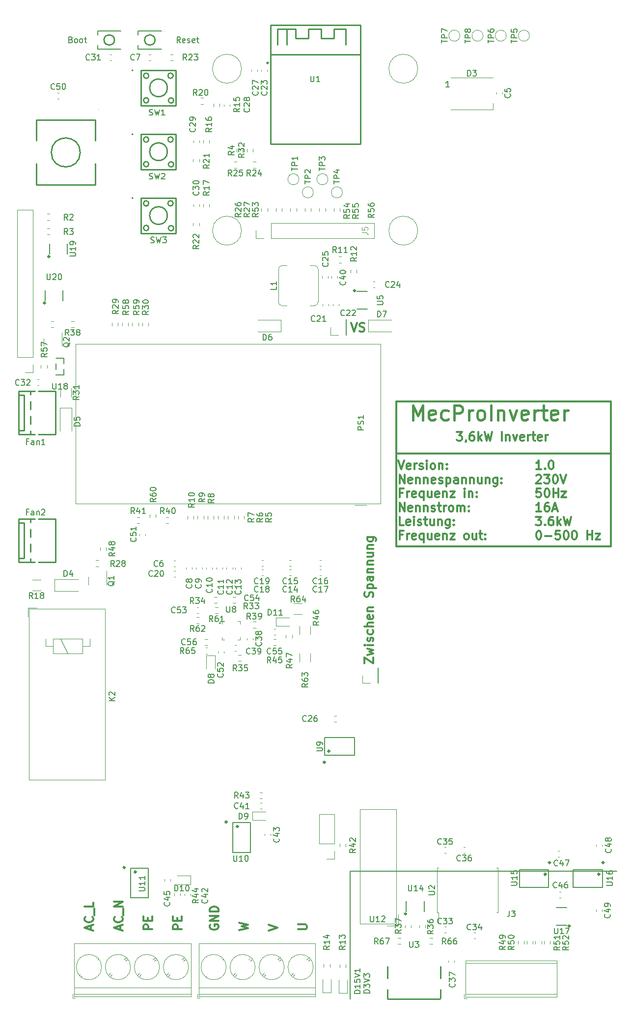
<source format=gbr>
%TF.GenerationSoftware,KiCad,Pcbnew,7.0.6*%
%TF.CreationDate,2023-12-09T00:06:22+01:00*%
%TF.ProjectId,MecProInverter,4d656350-726f-4496-9e76-65727465722e,rev?*%
%TF.SameCoordinates,Original*%
%TF.FileFunction,Legend,Top*%
%TF.FilePolarity,Positive*%
%FSLAX46Y46*%
G04 Gerber Fmt 4.6, Leading zero omitted, Abs format (unit mm)*
G04 Created by KiCad (PCBNEW 7.0.6) date 2023-12-09 00:06:22*
%MOMM*%
%LPD*%
G01*
G04 APERTURE LIST*
%ADD10C,0.150000*%
%ADD11C,0.300000*%
%ADD12C,0.400000*%
%ADD13C,0.100000*%
%ADD14C,0.120000*%
%ADD15C,0.254000*%
%ADD16C,0.059995*%
%ADD17C,0.152400*%
%ADD18C,0.200000*%
%ADD19C,0.151994*%
%ADD20C,0.101600*%
G04 APERTURE END LIST*
D10*
X152000000Y-199000000D02*
X198000000Y-199000000D01*
D11*
X160000000Y-118000000D02*
X197000000Y-118000000D01*
X197000000Y-143000000D01*
X160000000Y-143000000D01*
X160000000Y-118000000D01*
X160000000Y-127000000D02*
X197000000Y-127000000D01*
D10*
X152000000Y-221000000D02*
X152000000Y-199000000D01*
D11*
X138000828Y-209209774D02*
X139500828Y-208709774D01*
X139500828Y-208709774D02*
X138000828Y-208209774D01*
X107322257Y-209066917D02*
X107322257Y-208352632D01*
X107750828Y-209209774D02*
X106250828Y-208709774D01*
X106250828Y-208709774D02*
X107750828Y-208209774D01*
X107607971Y-206852632D02*
X107679400Y-206924060D01*
X107679400Y-206924060D02*
X107750828Y-207138346D01*
X107750828Y-207138346D02*
X107750828Y-207281203D01*
X107750828Y-207281203D02*
X107679400Y-207495489D01*
X107679400Y-207495489D02*
X107536542Y-207638346D01*
X107536542Y-207638346D02*
X107393685Y-207709775D01*
X107393685Y-207709775D02*
X107107971Y-207781203D01*
X107107971Y-207781203D02*
X106893685Y-207781203D01*
X106893685Y-207781203D02*
X106607971Y-207709775D01*
X106607971Y-207709775D02*
X106465114Y-207638346D01*
X106465114Y-207638346D02*
X106322257Y-207495489D01*
X106322257Y-207495489D02*
X106250828Y-207281203D01*
X106250828Y-207281203D02*
X106250828Y-207138346D01*
X106250828Y-207138346D02*
X106322257Y-206924060D01*
X106322257Y-206924060D02*
X106393685Y-206852632D01*
X107893685Y-206566918D02*
X107893685Y-205424060D01*
X107750828Y-204352632D02*
X107750828Y-205066918D01*
X107750828Y-205066918D02*
X106250828Y-205066918D01*
X154510828Y-163148346D02*
X154510828Y-162148346D01*
X154510828Y-162148346D02*
X156010828Y-163148346D01*
X156010828Y-163148346D02*
X156010828Y-162148346D01*
X155010828Y-161719775D02*
X156010828Y-161434061D01*
X156010828Y-161434061D02*
X155296542Y-161148346D01*
X155296542Y-161148346D02*
X156010828Y-160862632D01*
X156010828Y-160862632D02*
X155010828Y-160576918D01*
X156010828Y-160005489D02*
X155010828Y-160005489D01*
X154510828Y-160005489D02*
X154582257Y-160076917D01*
X154582257Y-160076917D02*
X154653685Y-160005489D01*
X154653685Y-160005489D02*
X154582257Y-159934060D01*
X154582257Y-159934060D02*
X154510828Y-160005489D01*
X154510828Y-160005489D02*
X154653685Y-160005489D01*
X155939400Y-159362631D02*
X156010828Y-159219774D01*
X156010828Y-159219774D02*
X156010828Y-158934060D01*
X156010828Y-158934060D02*
X155939400Y-158791203D01*
X155939400Y-158791203D02*
X155796542Y-158719774D01*
X155796542Y-158719774D02*
X155725114Y-158719774D01*
X155725114Y-158719774D02*
X155582257Y-158791203D01*
X155582257Y-158791203D02*
X155510828Y-158934060D01*
X155510828Y-158934060D02*
X155510828Y-159148346D01*
X155510828Y-159148346D02*
X155439400Y-159291203D01*
X155439400Y-159291203D02*
X155296542Y-159362631D01*
X155296542Y-159362631D02*
X155225114Y-159362631D01*
X155225114Y-159362631D02*
X155082257Y-159291203D01*
X155082257Y-159291203D02*
X155010828Y-159148346D01*
X155010828Y-159148346D02*
X155010828Y-158934060D01*
X155010828Y-158934060D02*
X155082257Y-158791203D01*
X155939400Y-157434060D02*
X156010828Y-157576917D01*
X156010828Y-157576917D02*
X156010828Y-157862631D01*
X156010828Y-157862631D02*
X155939400Y-158005488D01*
X155939400Y-158005488D02*
X155867971Y-158076917D01*
X155867971Y-158076917D02*
X155725114Y-158148345D01*
X155725114Y-158148345D02*
X155296542Y-158148345D01*
X155296542Y-158148345D02*
X155153685Y-158076917D01*
X155153685Y-158076917D02*
X155082257Y-158005488D01*
X155082257Y-158005488D02*
X155010828Y-157862631D01*
X155010828Y-157862631D02*
X155010828Y-157576917D01*
X155010828Y-157576917D02*
X155082257Y-157434060D01*
X156010828Y-156791203D02*
X154510828Y-156791203D01*
X156010828Y-156148346D02*
X155225114Y-156148346D01*
X155225114Y-156148346D02*
X155082257Y-156219774D01*
X155082257Y-156219774D02*
X155010828Y-156362631D01*
X155010828Y-156362631D02*
X155010828Y-156576917D01*
X155010828Y-156576917D02*
X155082257Y-156719774D01*
X155082257Y-156719774D02*
X155153685Y-156791203D01*
X155939400Y-154862631D02*
X156010828Y-155005488D01*
X156010828Y-155005488D02*
X156010828Y-155291203D01*
X156010828Y-155291203D02*
X155939400Y-155434060D01*
X155939400Y-155434060D02*
X155796542Y-155505488D01*
X155796542Y-155505488D02*
X155225114Y-155505488D01*
X155225114Y-155505488D02*
X155082257Y-155434060D01*
X155082257Y-155434060D02*
X155010828Y-155291203D01*
X155010828Y-155291203D02*
X155010828Y-155005488D01*
X155010828Y-155005488D02*
X155082257Y-154862631D01*
X155082257Y-154862631D02*
X155225114Y-154791203D01*
X155225114Y-154791203D02*
X155367971Y-154791203D01*
X155367971Y-154791203D02*
X155510828Y-155505488D01*
X155010828Y-154148346D02*
X156010828Y-154148346D01*
X155153685Y-154148346D02*
X155082257Y-154076917D01*
X155082257Y-154076917D02*
X155010828Y-153934060D01*
X155010828Y-153934060D02*
X155010828Y-153719774D01*
X155010828Y-153719774D02*
X155082257Y-153576917D01*
X155082257Y-153576917D02*
X155225114Y-153505489D01*
X155225114Y-153505489D02*
X156010828Y-153505489D01*
X155939400Y-151719774D02*
X156010828Y-151505489D01*
X156010828Y-151505489D02*
X156010828Y-151148346D01*
X156010828Y-151148346D02*
X155939400Y-151005489D01*
X155939400Y-151005489D02*
X155867971Y-150934060D01*
X155867971Y-150934060D02*
X155725114Y-150862631D01*
X155725114Y-150862631D02*
X155582257Y-150862631D01*
X155582257Y-150862631D02*
X155439400Y-150934060D01*
X155439400Y-150934060D02*
X155367971Y-151005489D01*
X155367971Y-151005489D02*
X155296542Y-151148346D01*
X155296542Y-151148346D02*
X155225114Y-151434060D01*
X155225114Y-151434060D02*
X155153685Y-151576917D01*
X155153685Y-151576917D02*
X155082257Y-151648346D01*
X155082257Y-151648346D02*
X154939400Y-151719774D01*
X154939400Y-151719774D02*
X154796542Y-151719774D01*
X154796542Y-151719774D02*
X154653685Y-151648346D01*
X154653685Y-151648346D02*
X154582257Y-151576917D01*
X154582257Y-151576917D02*
X154510828Y-151434060D01*
X154510828Y-151434060D02*
X154510828Y-151076917D01*
X154510828Y-151076917D02*
X154582257Y-150862631D01*
X155010828Y-150219775D02*
X156510828Y-150219775D01*
X155082257Y-150219775D02*
X155010828Y-150076918D01*
X155010828Y-150076918D02*
X155010828Y-149791203D01*
X155010828Y-149791203D02*
X155082257Y-149648346D01*
X155082257Y-149648346D02*
X155153685Y-149576918D01*
X155153685Y-149576918D02*
X155296542Y-149505489D01*
X155296542Y-149505489D02*
X155725114Y-149505489D01*
X155725114Y-149505489D02*
X155867971Y-149576918D01*
X155867971Y-149576918D02*
X155939400Y-149648346D01*
X155939400Y-149648346D02*
X156010828Y-149791203D01*
X156010828Y-149791203D02*
X156010828Y-150076918D01*
X156010828Y-150076918D02*
X155939400Y-150219775D01*
X156010828Y-148219775D02*
X155225114Y-148219775D01*
X155225114Y-148219775D02*
X155082257Y-148291203D01*
X155082257Y-148291203D02*
X155010828Y-148434060D01*
X155010828Y-148434060D02*
X155010828Y-148719775D01*
X155010828Y-148719775D02*
X155082257Y-148862632D01*
X155939400Y-148219775D02*
X156010828Y-148362632D01*
X156010828Y-148362632D02*
X156010828Y-148719775D01*
X156010828Y-148719775D02*
X155939400Y-148862632D01*
X155939400Y-148862632D02*
X155796542Y-148934060D01*
X155796542Y-148934060D02*
X155653685Y-148934060D01*
X155653685Y-148934060D02*
X155510828Y-148862632D01*
X155510828Y-148862632D02*
X155439400Y-148719775D01*
X155439400Y-148719775D02*
X155439400Y-148362632D01*
X155439400Y-148362632D02*
X155367971Y-148219775D01*
X155010828Y-147505489D02*
X156010828Y-147505489D01*
X155153685Y-147505489D02*
X155082257Y-147434060D01*
X155082257Y-147434060D02*
X155010828Y-147291203D01*
X155010828Y-147291203D02*
X155010828Y-147076917D01*
X155010828Y-147076917D02*
X155082257Y-146934060D01*
X155082257Y-146934060D02*
X155225114Y-146862632D01*
X155225114Y-146862632D02*
X156010828Y-146862632D01*
X155010828Y-146148346D02*
X156010828Y-146148346D01*
X155153685Y-146148346D02*
X155082257Y-146076917D01*
X155082257Y-146076917D02*
X155010828Y-145934060D01*
X155010828Y-145934060D02*
X155010828Y-145719774D01*
X155010828Y-145719774D02*
X155082257Y-145576917D01*
X155082257Y-145576917D02*
X155225114Y-145505489D01*
X155225114Y-145505489D02*
X156010828Y-145505489D01*
X155010828Y-144148346D02*
X156010828Y-144148346D01*
X155010828Y-144791203D02*
X155796542Y-144791203D01*
X155796542Y-144791203D02*
X155939400Y-144719774D01*
X155939400Y-144719774D02*
X156010828Y-144576917D01*
X156010828Y-144576917D02*
X156010828Y-144362631D01*
X156010828Y-144362631D02*
X155939400Y-144219774D01*
X155939400Y-144219774D02*
X155867971Y-144148346D01*
X155010828Y-143434060D02*
X156010828Y-143434060D01*
X155153685Y-143434060D02*
X155082257Y-143362631D01*
X155082257Y-143362631D02*
X155010828Y-143219774D01*
X155010828Y-143219774D02*
X155010828Y-143005488D01*
X155010828Y-143005488D02*
X155082257Y-142862631D01*
X155082257Y-142862631D02*
X155225114Y-142791203D01*
X155225114Y-142791203D02*
X156010828Y-142791203D01*
X155010828Y-141434060D02*
X156225114Y-141434060D01*
X156225114Y-141434060D02*
X156367971Y-141505488D01*
X156367971Y-141505488D02*
X156439400Y-141576917D01*
X156439400Y-141576917D02*
X156510828Y-141719774D01*
X156510828Y-141719774D02*
X156510828Y-141934060D01*
X156510828Y-141934060D02*
X156439400Y-142076917D01*
X155939400Y-141434060D02*
X156010828Y-141576917D01*
X156010828Y-141576917D02*
X156010828Y-141862631D01*
X156010828Y-141862631D02*
X155939400Y-142005488D01*
X155939400Y-142005488D02*
X155867971Y-142076917D01*
X155867971Y-142076917D02*
X155725114Y-142148345D01*
X155725114Y-142148345D02*
X155296542Y-142148345D01*
X155296542Y-142148345D02*
X155153685Y-142076917D01*
X155153685Y-142076917D02*
X155082257Y-142005488D01*
X155082257Y-142005488D02*
X155010828Y-141862631D01*
X155010828Y-141862631D02*
X155010828Y-141576917D01*
X155010828Y-141576917D02*
X155082257Y-141434060D01*
X132920828Y-209138346D02*
X134420828Y-208781203D01*
X134420828Y-208781203D02*
X133349400Y-208495489D01*
X133349400Y-208495489D02*
X134420828Y-208209774D01*
X134420828Y-208209774D02*
X132920828Y-207852632D01*
X117910828Y-208995489D02*
X116410828Y-208995489D01*
X116410828Y-208995489D02*
X116410828Y-208424060D01*
X116410828Y-208424060D02*
X116482257Y-208281203D01*
X116482257Y-208281203D02*
X116553685Y-208209774D01*
X116553685Y-208209774D02*
X116696542Y-208138346D01*
X116696542Y-208138346D02*
X116910828Y-208138346D01*
X116910828Y-208138346D02*
X117053685Y-208209774D01*
X117053685Y-208209774D02*
X117125114Y-208281203D01*
X117125114Y-208281203D02*
X117196542Y-208424060D01*
X117196542Y-208424060D02*
X117196542Y-208995489D01*
X117125114Y-207495489D02*
X117125114Y-206995489D01*
X117910828Y-206781203D02*
X117910828Y-207495489D01*
X117910828Y-207495489D02*
X116410828Y-207495489D01*
X116410828Y-207495489D02*
X116410828Y-206781203D01*
X112372257Y-209066917D02*
X112372257Y-208352632D01*
X112800828Y-209209774D02*
X111300828Y-208709774D01*
X111300828Y-208709774D02*
X112800828Y-208209774D01*
X112657971Y-206852632D02*
X112729400Y-206924060D01*
X112729400Y-206924060D02*
X112800828Y-207138346D01*
X112800828Y-207138346D02*
X112800828Y-207281203D01*
X112800828Y-207281203D02*
X112729400Y-207495489D01*
X112729400Y-207495489D02*
X112586542Y-207638346D01*
X112586542Y-207638346D02*
X112443685Y-207709775D01*
X112443685Y-207709775D02*
X112157971Y-207781203D01*
X112157971Y-207781203D02*
X111943685Y-207781203D01*
X111943685Y-207781203D02*
X111657971Y-207709775D01*
X111657971Y-207709775D02*
X111515114Y-207638346D01*
X111515114Y-207638346D02*
X111372257Y-207495489D01*
X111372257Y-207495489D02*
X111300828Y-207281203D01*
X111300828Y-207281203D02*
X111300828Y-207138346D01*
X111300828Y-207138346D02*
X111372257Y-206924060D01*
X111372257Y-206924060D02*
X111443685Y-206852632D01*
X112943685Y-206566918D02*
X112943685Y-205424060D01*
X112800828Y-205066918D02*
X111300828Y-205066918D01*
X111300828Y-205066918D02*
X112800828Y-204209775D01*
X112800828Y-204209775D02*
X111300828Y-204209775D01*
X143080828Y-208995489D02*
X144295114Y-208995489D01*
X144295114Y-208995489D02*
X144437971Y-208924060D01*
X144437971Y-208924060D02*
X144509400Y-208852632D01*
X144509400Y-208852632D02*
X144580828Y-208709774D01*
X144580828Y-208709774D02*
X144580828Y-208424060D01*
X144580828Y-208424060D02*
X144509400Y-208281203D01*
X144509400Y-208281203D02*
X144437971Y-208209774D01*
X144437971Y-208209774D02*
X144295114Y-208138346D01*
X144295114Y-208138346D02*
X143080828Y-208138346D01*
X152232225Y-104472828D02*
X152732225Y-105972828D01*
X152732225Y-105972828D02*
X153232225Y-104472828D01*
X153660796Y-105901400D02*
X153875082Y-105972828D01*
X153875082Y-105972828D02*
X154232224Y-105972828D01*
X154232224Y-105972828D02*
X154375082Y-105901400D01*
X154375082Y-105901400D02*
X154446510Y-105829971D01*
X154446510Y-105829971D02*
X154517939Y-105687114D01*
X154517939Y-105687114D02*
X154517939Y-105544257D01*
X154517939Y-105544257D02*
X154446510Y-105401400D01*
X154446510Y-105401400D02*
X154375082Y-105329971D01*
X154375082Y-105329971D02*
X154232224Y-105258542D01*
X154232224Y-105258542D02*
X153946510Y-105187114D01*
X153946510Y-105187114D02*
X153803653Y-105115685D01*
X153803653Y-105115685D02*
X153732224Y-105044257D01*
X153732224Y-105044257D02*
X153660796Y-104901400D01*
X153660796Y-104901400D02*
X153660796Y-104758542D01*
X153660796Y-104758542D02*
X153732224Y-104615685D01*
X153732224Y-104615685D02*
X153803653Y-104544257D01*
X153803653Y-104544257D02*
X153946510Y-104472828D01*
X153946510Y-104472828D02*
X154303653Y-104472828D01*
X154303653Y-104472828D02*
X154517939Y-104544257D01*
D12*
X162858395Y-121217247D02*
X162858395Y-118717247D01*
X162858395Y-118717247D02*
X163691728Y-120502961D01*
X163691728Y-120502961D02*
X164525061Y-118717247D01*
X164525061Y-118717247D02*
X164525061Y-121217247D01*
X166667919Y-121098200D02*
X166429823Y-121217247D01*
X166429823Y-121217247D02*
X165953633Y-121217247D01*
X165953633Y-121217247D02*
X165715538Y-121098200D01*
X165715538Y-121098200D02*
X165596490Y-120860104D01*
X165596490Y-120860104D02*
X165596490Y-119907723D01*
X165596490Y-119907723D02*
X165715538Y-119669628D01*
X165715538Y-119669628D02*
X165953633Y-119550580D01*
X165953633Y-119550580D02*
X166429823Y-119550580D01*
X166429823Y-119550580D02*
X166667919Y-119669628D01*
X166667919Y-119669628D02*
X166786966Y-119907723D01*
X166786966Y-119907723D02*
X166786966Y-120145819D01*
X166786966Y-120145819D02*
X165596490Y-120383914D01*
X168929823Y-121098200D02*
X168691728Y-121217247D01*
X168691728Y-121217247D02*
X168215537Y-121217247D01*
X168215537Y-121217247D02*
X167977442Y-121098200D01*
X167977442Y-121098200D02*
X167858395Y-120979152D01*
X167858395Y-120979152D02*
X167739347Y-120741057D01*
X167739347Y-120741057D02*
X167739347Y-120026771D01*
X167739347Y-120026771D02*
X167858395Y-119788676D01*
X167858395Y-119788676D02*
X167977442Y-119669628D01*
X167977442Y-119669628D02*
X168215537Y-119550580D01*
X168215537Y-119550580D02*
X168691728Y-119550580D01*
X168691728Y-119550580D02*
X168929823Y-119669628D01*
X170001252Y-121217247D02*
X170001252Y-118717247D01*
X170001252Y-118717247D02*
X170953633Y-118717247D01*
X170953633Y-118717247D02*
X171191728Y-118836295D01*
X171191728Y-118836295D02*
X171310775Y-118955342D01*
X171310775Y-118955342D02*
X171429823Y-119193438D01*
X171429823Y-119193438D02*
X171429823Y-119550580D01*
X171429823Y-119550580D02*
X171310775Y-119788676D01*
X171310775Y-119788676D02*
X171191728Y-119907723D01*
X171191728Y-119907723D02*
X170953633Y-120026771D01*
X170953633Y-120026771D02*
X170001252Y-120026771D01*
X172501252Y-121217247D02*
X172501252Y-119550580D01*
X172501252Y-120026771D02*
X172620299Y-119788676D01*
X172620299Y-119788676D02*
X172739347Y-119669628D01*
X172739347Y-119669628D02*
X172977442Y-119550580D01*
X172977442Y-119550580D02*
X173215537Y-119550580D01*
X174406013Y-121217247D02*
X174167918Y-121098200D01*
X174167918Y-121098200D02*
X174048871Y-120979152D01*
X174048871Y-120979152D02*
X173929823Y-120741057D01*
X173929823Y-120741057D02*
X173929823Y-120026771D01*
X173929823Y-120026771D02*
X174048871Y-119788676D01*
X174048871Y-119788676D02*
X174167918Y-119669628D01*
X174167918Y-119669628D02*
X174406013Y-119550580D01*
X174406013Y-119550580D02*
X174763156Y-119550580D01*
X174763156Y-119550580D02*
X175001252Y-119669628D01*
X175001252Y-119669628D02*
X175120299Y-119788676D01*
X175120299Y-119788676D02*
X175239347Y-120026771D01*
X175239347Y-120026771D02*
X175239347Y-120741057D01*
X175239347Y-120741057D02*
X175120299Y-120979152D01*
X175120299Y-120979152D02*
X175001252Y-121098200D01*
X175001252Y-121098200D02*
X174763156Y-121217247D01*
X174763156Y-121217247D02*
X174406013Y-121217247D01*
X176310776Y-121217247D02*
X176310776Y-118717247D01*
X177501252Y-119550580D02*
X177501252Y-121217247D01*
X177501252Y-119788676D02*
X177620299Y-119669628D01*
X177620299Y-119669628D02*
X177858394Y-119550580D01*
X177858394Y-119550580D02*
X178215537Y-119550580D01*
X178215537Y-119550580D02*
X178453633Y-119669628D01*
X178453633Y-119669628D02*
X178572680Y-119907723D01*
X178572680Y-119907723D02*
X178572680Y-121217247D01*
X179525061Y-119550580D02*
X180120299Y-121217247D01*
X180120299Y-121217247D02*
X180715538Y-119550580D01*
X182620300Y-121098200D02*
X182382204Y-121217247D01*
X182382204Y-121217247D02*
X181906014Y-121217247D01*
X181906014Y-121217247D02*
X181667919Y-121098200D01*
X181667919Y-121098200D02*
X181548871Y-120860104D01*
X181548871Y-120860104D02*
X181548871Y-119907723D01*
X181548871Y-119907723D02*
X181667919Y-119669628D01*
X181667919Y-119669628D02*
X181906014Y-119550580D01*
X181906014Y-119550580D02*
X182382204Y-119550580D01*
X182382204Y-119550580D02*
X182620300Y-119669628D01*
X182620300Y-119669628D02*
X182739347Y-119907723D01*
X182739347Y-119907723D02*
X182739347Y-120145819D01*
X182739347Y-120145819D02*
X181548871Y-120383914D01*
X183810776Y-121217247D02*
X183810776Y-119550580D01*
X183810776Y-120026771D02*
X183929823Y-119788676D01*
X183929823Y-119788676D02*
X184048871Y-119669628D01*
X184048871Y-119669628D02*
X184286966Y-119550580D01*
X184286966Y-119550580D02*
X184525061Y-119550580D01*
X185001252Y-119550580D02*
X185953633Y-119550580D01*
X185358395Y-118717247D02*
X185358395Y-120860104D01*
X185358395Y-120860104D02*
X185477442Y-121098200D01*
X185477442Y-121098200D02*
X185715537Y-121217247D01*
X185715537Y-121217247D02*
X185953633Y-121217247D01*
X187739347Y-121098200D02*
X187501251Y-121217247D01*
X187501251Y-121217247D02*
X187025061Y-121217247D01*
X187025061Y-121217247D02*
X186786966Y-121098200D01*
X186786966Y-121098200D02*
X186667918Y-120860104D01*
X186667918Y-120860104D02*
X186667918Y-119907723D01*
X186667918Y-119907723D02*
X186786966Y-119669628D01*
X186786966Y-119669628D02*
X187025061Y-119550580D01*
X187025061Y-119550580D02*
X187501251Y-119550580D01*
X187501251Y-119550580D02*
X187739347Y-119669628D01*
X187739347Y-119669628D02*
X187858394Y-119907723D01*
X187858394Y-119907723D02*
X187858394Y-120145819D01*
X187858394Y-120145819D02*
X186667918Y-120383914D01*
X188929823Y-121217247D02*
X188929823Y-119550580D01*
X188929823Y-120026771D02*
X189048870Y-119788676D01*
X189048870Y-119788676D02*
X189167918Y-119669628D01*
X189167918Y-119669628D02*
X189406013Y-119550580D01*
X189406013Y-119550580D02*
X189644108Y-119550580D01*
D11*
X122990828Y-208995489D02*
X121490828Y-208995489D01*
X121490828Y-208995489D02*
X121490828Y-208424060D01*
X121490828Y-208424060D02*
X121562257Y-208281203D01*
X121562257Y-208281203D02*
X121633685Y-208209774D01*
X121633685Y-208209774D02*
X121776542Y-208138346D01*
X121776542Y-208138346D02*
X121990828Y-208138346D01*
X121990828Y-208138346D02*
X122133685Y-208209774D01*
X122133685Y-208209774D02*
X122205114Y-208281203D01*
X122205114Y-208281203D02*
X122276542Y-208424060D01*
X122276542Y-208424060D02*
X122276542Y-208995489D01*
X122205114Y-207495489D02*
X122205114Y-206995489D01*
X122990828Y-206781203D02*
X122990828Y-207495489D01*
X122990828Y-207495489D02*
X121490828Y-207495489D01*
X121490828Y-207495489D02*
X121490828Y-206781203D01*
X160340225Y-128225828D02*
X160840225Y-129725828D01*
X160840225Y-129725828D02*
X161340225Y-128225828D01*
X162411653Y-129654400D02*
X162268796Y-129725828D01*
X162268796Y-129725828D02*
X161983082Y-129725828D01*
X161983082Y-129725828D02*
X161840224Y-129654400D01*
X161840224Y-129654400D02*
X161768796Y-129511542D01*
X161768796Y-129511542D02*
X161768796Y-128940114D01*
X161768796Y-128940114D02*
X161840224Y-128797257D01*
X161840224Y-128797257D02*
X161983082Y-128725828D01*
X161983082Y-128725828D02*
X162268796Y-128725828D01*
X162268796Y-128725828D02*
X162411653Y-128797257D01*
X162411653Y-128797257D02*
X162483082Y-128940114D01*
X162483082Y-128940114D02*
X162483082Y-129082971D01*
X162483082Y-129082971D02*
X161768796Y-129225828D01*
X163125938Y-129725828D02*
X163125938Y-128725828D01*
X163125938Y-129011542D02*
X163197367Y-128868685D01*
X163197367Y-128868685D02*
X163268796Y-128797257D01*
X163268796Y-128797257D02*
X163411653Y-128725828D01*
X163411653Y-128725828D02*
X163554510Y-128725828D01*
X163983081Y-129654400D02*
X164125938Y-129725828D01*
X164125938Y-129725828D02*
X164411652Y-129725828D01*
X164411652Y-129725828D02*
X164554509Y-129654400D01*
X164554509Y-129654400D02*
X164625938Y-129511542D01*
X164625938Y-129511542D02*
X164625938Y-129440114D01*
X164625938Y-129440114D02*
X164554509Y-129297257D01*
X164554509Y-129297257D02*
X164411652Y-129225828D01*
X164411652Y-129225828D02*
X164197367Y-129225828D01*
X164197367Y-129225828D02*
X164054509Y-129154400D01*
X164054509Y-129154400D02*
X163983081Y-129011542D01*
X163983081Y-129011542D02*
X163983081Y-128940114D01*
X163983081Y-128940114D02*
X164054509Y-128797257D01*
X164054509Y-128797257D02*
X164197367Y-128725828D01*
X164197367Y-128725828D02*
X164411652Y-128725828D01*
X164411652Y-128725828D02*
X164554509Y-128797257D01*
X165268795Y-129725828D02*
X165268795Y-128725828D01*
X165268795Y-128225828D02*
X165197367Y-128297257D01*
X165197367Y-128297257D02*
X165268795Y-128368685D01*
X165268795Y-128368685D02*
X165340224Y-128297257D01*
X165340224Y-128297257D02*
X165268795Y-128225828D01*
X165268795Y-128225828D02*
X165268795Y-128368685D01*
X166197367Y-129725828D02*
X166054510Y-129654400D01*
X166054510Y-129654400D02*
X165983081Y-129582971D01*
X165983081Y-129582971D02*
X165911653Y-129440114D01*
X165911653Y-129440114D02*
X165911653Y-129011542D01*
X165911653Y-129011542D02*
X165983081Y-128868685D01*
X165983081Y-128868685D02*
X166054510Y-128797257D01*
X166054510Y-128797257D02*
X166197367Y-128725828D01*
X166197367Y-128725828D02*
X166411653Y-128725828D01*
X166411653Y-128725828D02*
X166554510Y-128797257D01*
X166554510Y-128797257D02*
X166625939Y-128868685D01*
X166625939Y-128868685D02*
X166697367Y-129011542D01*
X166697367Y-129011542D02*
X166697367Y-129440114D01*
X166697367Y-129440114D02*
X166625939Y-129582971D01*
X166625939Y-129582971D02*
X166554510Y-129654400D01*
X166554510Y-129654400D02*
X166411653Y-129725828D01*
X166411653Y-129725828D02*
X166197367Y-129725828D01*
X167340224Y-128725828D02*
X167340224Y-129725828D01*
X167340224Y-128868685D02*
X167411653Y-128797257D01*
X167411653Y-128797257D02*
X167554510Y-128725828D01*
X167554510Y-128725828D02*
X167768796Y-128725828D01*
X167768796Y-128725828D02*
X167911653Y-128797257D01*
X167911653Y-128797257D02*
X167983082Y-128940114D01*
X167983082Y-128940114D02*
X167983082Y-129725828D01*
X168697367Y-129582971D02*
X168768796Y-129654400D01*
X168768796Y-129654400D02*
X168697367Y-129725828D01*
X168697367Y-129725828D02*
X168625939Y-129654400D01*
X168625939Y-129654400D02*
X168697367Y-129582971D01*
X168697367Y-129582971D02*
X168697367Y-129725828D01*
X168697367Y-128797257D02*
X168768796Y-128868685D01*
X168768796Y-128868685D02*
X168697367Y-128940114D01*
X168697367Y-128940114D02*
X168625939Y-128868685D01*
X168625939Y-128868685D02*
X168697367Y-128797257D01*
X168697367Y-128797257D02*
X168697367Y-128940114D01*
X184983082Y-129725828D02*
X184125939Y-129725828D01*
X184554510Y-129725828D02*
X184554510Y-128225828D01*
X184554510Y-128225828D02*
X184411653Y-128440114D01*
X184411653Y-128440114D02*
X184268796Y-128582971D01*
X184268796Y-128582971D02*
X184125939Y-128654400D01*
X185625938Y-129582971D02*
X185697367Y-129654400D01*
X185697367Y-129654400D02*
X185625938Y-129725828D01*
X185625938Y-129725828D02*
X185554510Y-129654400D01*
X185554510Y-129654400D02*
X185625938Y-129582971D01*
X185625938Y-129582971D02*
X185625938Y-129725828D01*
X186625939Y-128225828D02*
X186768796Y-128225828D01*
X186768796Y-128225828D02*
X186911653Y-128297257D01*
X186911653Y-128297257D02*
X186983082Y-128368685D01*
X186983082Y-128368685D02*
X187054510Y-128511542D01*
X187054510Y-128511542D02*
X187125939Y-128797257D01*
X187125939Y-128797257D02*
X187125939Y-129154400D01*
X187125939Y-129154400D02*
X187054510Y-129440114D01*
X187054510Y-129440114D02*
X186983082Y-129582971D01*
X186983082Y-129582971D02*
X186911653Y-129654400D01*
X186911653Y-129654400D02*
X186768796Y-129725828D01*
X186768796Y-129725828D02*
X186625939Y-129725828D01*
X186625939Y-129725828D02*
X186483082Y-129654400D01*
X186483082Y-129654400D02*
X186411653Y-129582971D01*
X186411653Y-129582971D02*
X186340224Y-129440114D01*
X186340224Y-129440114D02*
X186268796Y-129154400D01*
X186268796Y-129154400D02*
X186268796Y-128797257D01*
X186268796Y-128797257D02*
X186340224Y-128511542D01*
X186340224Y-128511542D02*
X186411653Y-128368685D01*
X186411653Y-128368685D02*
X186483082Y-128297257D01*
X186483082Y-128297257D02*
X186625939Y-128225828D01*
X160554510Y-132140828D02*
X160554510Y-130640828D01*
X160554510Y-130640828D02*
X161411653Y-132140828D01*
X161411653Y-132140828D02*
X161411653Y-130640828D01*
X162697368Y-132069400D02*
X162554511Y-132140828D01*
X162554511Y-132140828D02*
X162268797Y-132140828D01*
X162268797Y-132140828D02*
X162125939Y-132069400D01*
X162125939Y-132069400D02*
X162054511Y-131926542D01*
X162054511Y-131926542D02*
X162054511Y-131355114D01*
X162054511Y-131355114D02*
X162125939Y-131212257D01*
X162125939Y-131212257D02*
X162268797Y-131140828D01*
X162268797Y-131140828D02*
X162554511Y-131140828D01*
X162554511Y-131140828D02*
X162697368Y-131212257D01*
X162697368Y-131212257D02*
X162768797Y-131355114D01*
X162768797Y-131355114D02*
X162768797Y-131497971D01*
X162768797Y-131497971D02*
X162054511Y-131640828D01*
X163411653Y-131140828D02*
X163411653Y-132140828D01*
X163411653Y-131283685D02*
X163483082Y-131212257D01*
X163483082Y-131212257D02*
X163625939Y-131140828D01*
X163625939Y-131140828D02*
X163840225Y-131140828D01*
X163840225Y-131140828D02*
X163983082Y-131212257D01*
X163983082Y-131212257D02*
X164054511Y-131355114D01*
X164054511Y-131355114D02*
X164054511Y-132140828D01*
X164768796Y-131140828D02*
X164768796Y-132140828D01*
X164768796Y-131283685D02*
X164840225Y-131212257D01*
X164840225Y-131212257D02*
X164983082Y-131140828D01*
X164983082Y-131140828D02*
X165197368Y-131140828D01*
X165197368Y-131140828D02*
X165340225Y-131212257D01*
X165340225Y-131212257D02*
X165411654Y-131355114D01*
X165411654Y-131355114D02*
X165411654Y-132140828D01*
X166697368Y-132069400D02*
X166554511Y-132140828D01*
X166554511Y-132140828D02*
X166268797Y-132140828D01*
X166268797Y-132140828D02*
X166125939Y-132069400D01*
X166125939Y-132069400D02*
X166054511Y-131926542D01*
X166054511Y-131926542D02*
X166054511Y-131355114D01*
X166054511Y-131355114D02*
X166125939Y-131212257D01*
X166125939Y-131212257D02*
X166268797Y-131140828D01*
X166268797Y-131140828D02*
X166554511Y-131140828D01*
X166554511Y-131140828D02*
X166697368Y-131212257D01*
X166697368Y-131212257D02*
X166768797Y-131355114D01*
X166768797Y-131355114D02*
X166768797Y-131497971D01*
X166768797Y-131497971D02*
X166054511Y-131640828D01*
X167340225Y-132069400D02*
X167483082Y-132140828D01*
X167483082Y-132140828D02*
X167768796Y-132140828D01*
X167768796Y-132140828D02*
X167911653Y-132069400D01*
X167911653Y-132069400D02*
X167983082Y-131926542D01*
X167983082Y-131926542D02*
X167983082Y-131855114D01*
X167983082Y-131855114D02*
X167911653Y-131712257D01*
X167911653Y-131712257D02*
X167768796Y-131640828D01*
X167768796Y-131640828D02*
X167554511Y-131640828D01*
X167554511Y-131640828D02*
X167411653Y-131569400D01*
X167411653Y-131569400D02*
X167340225Y-131426542D01*
X167340225Y-131426542D02*
X167340225Y-131355114D01*
X167340225Y-131355114D02*
X167411653Y-131212257D01*
X167411653Y-131212257D02*
X167554511Y-131140828D01*
X167554511Y-131140828D02*
X167768796Y-131140828D01*
X167768796Y-131140828D02*
X167911653Y-131212257D01*
X168625939Y-131140828D02*
X168625939Y-132640828D01*
X168625939Y-131212257D02*
X168768797Y-131140828D01*
X168768797Y-131140828D02*
X169054511Y-131140828D01*
X169054511Y-131140828D02*
X169197368Y-131212257D01*
X169197368Y-131212257D02*
X169268797Y-131283685D01*
X169268797Y-131283685D02*
X169340225Y-131426542D01*
X169340225Y-131426542D02*
X169340225Y-131855114D01*
X169340225Y-131855114D02*
X169268797Y-131997971D01*
X169268797Y-131997971D02*
X169197368Y-132069400D01*
X169197368Y-132069400D02*
X169054511Y-132140828D01*
X169054511Y-132140828D02*
X168768797Y-132140828D01*
X168768797Y-132140828D02*
X168625939Y-132069400D01*
X170625940Y-132140828D02*
X170625940Y-131355114D01*
X170625940Y-131355114D02*
X170554511Y-131212257D01*
X170554511Y-131212257D02*
X170411654Y-131140828D01*
X170411654Y-131140828D02*
X170125940Y-131140828D01*
X170125940Y-131140828D02*
X169983082Y-131212257D01*
X170625940Y-132069400D02*
X170483082Y-132140828D01*
X170483082Y-132140828D02*
X170125940Y-132140828D01*
X170125940Y-132140828D02*
X169983082Y-132069400D01*
X169983082Y-132069400D02*
X169911654Y-131926542D01*
X169911654Y-131926542D02*
X169911654Y-131783685D01*
X169911654Y-131783685D02*
X169983082Y-131640828D01*
X169983082Y-131640828D02*
X170125940Y-131569400D01*
X170125940Y-131569400D02*
X170483082Y-131569400D01*
X170483082Y-131569400D02*
X170625940Y-131497971D01*
X171340225Y-131140828D02*
X171340225Y-132140828D01*
X171340225Y-131283685D02*
X171411654Y-131212257D01*
X171411654Y-131212257D02*
X171554511Y-131140828D01*
X171554511Y-131140828D02*
X171768797Y-131140828D01*
X171768797Y-131140828D02*
X171911654Y-131212257D01*
X171911654Y-131212257D02*
X171983083Y-131355114D01*
X171983083Y-131355114D02*
X171983083Y-132140828D01*
X172697368Y-131140828D02*
X172697368Y-132140828D01*
X172697368Y-131283685D02*
X172768797Y-131212257D01*
X172768797Y-131212257D02*
X172911654Y-131140828D01*
X172911654Y-131140828D02*
X173125940Y-131140828D01*
X173125940Y-131140828D02*
X173268797Y-131212257D01*
X173268797Y-131212257D02*
X173340226Y-131355114D01*
X173340226Y-131355114D02*
X173340226Y-132140828D01*
X174697369Y-131140828D02*
X174697369Y-132140828D01*
X174054511Y-131140828D02*
X174054511Y-131926542D01*
X174054511Y-131926542D02*
X174125940Y-132069400D01*
X174125940Y-132069400D02*
X174268797Y-132140828D01*
X174268797Y-132140828D02*
X174483083Y-132140828D01*
X174483083Y-132140828D02*
X174625940Y-132069400D01*
X174625940Y-132069400D02*
X174697369Y-131997971D01*
X175411654Y-131140828D02*
X175411654Y-132140828D01*
X175411654Y-131283685D02*
X175483083Y-131212257D01*
X175483083Y-131212257D02*
X175625940Y-131140828D01*
X175625940Y-131140828D02*
X175840226Y-131140828D01*
X175840226Y-131140828D02*
X175983083Y-131212257D01*
X175983083Y-131212257D02*
X176054512Y-131355114D01*
X176054512Y-131355114D02*
X176054512Y-132140828D01*
X177411655Y-131140828D02*
X177411655Y-132355114D01*
X177411655Y-132355114D02*
X177340226Y-132497971D01*
X177340226Y-132497971D02*
X177268797Y-132569400D01*
X177268797Y-132569400D02*
X177125940Y-132640828D01*
X177125940Y-132640828D02*
X176911655Y-132640828D01*
X176911655Y-132640828D02*
X176768797Y-132569400D01*
X177411655Y-132069400D02*
X177268797Y-132140828D01*
X177268797Y-132140828D02*
X176983083Y-132140828D01*
X176983083Y-132140828D02*
X176840226Y-132069400D01*
X176840226Y-132069400D02*
X176768797Y-131997971D01*
X176768797Y-131997971D02*
X176697369Y-131855114D01*
X176697369Y-131855114D02*
X176697369Y-131426542D01*
X176697369Y-131426542D02*
X176768797Y-131283685D01*
X176768797Y-131283685D02*
X176840226Y-131212257D01*
X176840226Y-131212257D02*
X176983083Y-131140828D01*
X176983083Y-131140828D02*
X177268797Y-131140828D01*
X177268797Y-131140828D02*
X177411655Y-131212257D01*
X178125940Y-131997971D02*
X178197369Y-132069400D01*
X178197369Y-132069400D02*
X178125940Y-132140828D01*
X178125940Y-132140828D02*
X178054512Y-132069400D01*
X178054512Y-132069400D02*
X178125940Y-131997971D01*
X178125940Y-131997971D02*
X178125940Y-132140828D01*
X178125940Y-131212257D02*
X178197369Y-131283685D01*
X178197369Y-131283685D02*
X178125940Y-131355114D01*
X178125940Y-131355114D02*
X178054512Y-131283685D01*
X178054512Y-131283685D02*
X178125940Y-131212257D01*
X178125940Y-131212257D02*
X178125940Y-131355114D01*
X184125939Y-130783685D02*
X184197367Y-130712257D01*
X184197367Y-130712257D02*
X184340225Y-130640828D01*
X184340225Y-130640828D02*
X184697367Y-130640828D01*
X184697367Y-130640828D02*
X184840225Y-130712257D01*
X184840225Y-130712257D02*
X184911653Y-130783685D01*
X184911653Y-130783685D02*
X184983082Y-130926542D01*
X184983082Y-130926542D02*
X184983082Y-131069400D01*
X184983082Y-131069400D02*
X184911653Y-131283685D01*
X184911653Y-131283685D02*
X184054510Y-132140828D01*
X184054510Y-132140828D02*
X184983082Y-132140828D01*
X185483081Y-130640828D02*
X186411653Y-130640828D01*
X186411653Y-130640828D02*
X185911653Y-131212257D01*
X185911653Y-131212257D02*
X186125938Y-131212257D01*
X186125938Y-131212257D02*
X186268796Y-131283685D01*
X186268796Y-131283685D02*
X186340224Y-131355114D01*
X186340224Y-131355114D02*
X186411653Y-131497971D01*
X186411653Y-131497971D02*
X186411653Y-131855114D01*
X186411653Y-131855114D02*
X186340224Y-131997971D01*
X186340224Y-131997971D02*
X186268796Y-132069400D01*
X186268796Y-132069400D02*
X186125938Y-132140828D01*
X186125938Y-132140828D02*
X185697367Y-132140828D01*
X185697367Y-132140828D02*
X185554510Y-132069400D01*
X185554510Y-132069400D02*
X185483081Y-131997971D01*
X187340224Y-130640828D02*
X187483081Y-130640828D01*
X187483081Y-130640828D02*
X187625938Y-130712257D01*
X187625938Y-130712257D02*
X187697367Y-130783685D01*
X187697367Y-130783685D02*
X187768795Y-130926542D01*
X187768795Y-130926542D02*
X187840224Y-131212257D01*
X187840224Y-131212257D02*
X187840224Y-131569400D01*
X187840224Y-131569400D02*
X187768795Y-131855114D01*
X187768795Y-131855114D02*
X187697367Y-131997971D01*
X187697367Y-131997971D02*
X187625938Y-132069400D01*
X187625938Y-132069400D02*
X187483081Y-132140828D01*
X187483081Y-132140828D02*
X187340224Y-132140828D01*
X187340224Y-132140828D02*
X187197367Y-132069400D01*
X187197367Y-132069400D02*
X187125938Y-131997971D01*
X187125938Y-131997971D02*
X187054509Y-131855114D01*
X187054509Y-131855114D02*
X186983081Y-131569400D01*
X186983081Y-131569400D02*
X186983081Y-131212257D01*
X186983081Y-131212257D02*
X187054509Y-130926542D01*
X187054509Y-130926542D02*
X187125938Y-130783685D01*
X187125938Y-130783685D02*
X187197367Y-130712257D01*
X187197367Y-130712257D02*
X187340224Y-130640828D01*
X188268795Y-130640828D02*
X188768795Y-132140828D01*
X188768795Y-132140828D02*
X189268795Y-130640828D01*
X161054510Y-133770114D02*
X160554510Y-133770114D01*
X160554510Y-134555828D02*
X160554510Y-133055828D01*
X160554510Y-133055828D02*
X161268796Y-133055828D01*
X161840224Y-134555828D02*
X161840224Y-133555828D01*
X161840224Y-133841542D02*
X161911653Y-133698685D01*
X161911653Y-133698685D02*
X161983082Y-133627257D01*
X161983082Y-133627257D02*
X162125939Y-133555828D01*
X162125939Y-133555828D02*
X162268796Y-133555828D01*
X163340224Y-134484400D02*
X163197367Y-134555828D01*
X163197367Y-134555828D02*
X162911653Y-134555828D01*
X162911653Y-134555828D02*
X162768795Y-134484400D01*
X162768795Y-134484400D02*
X162697367Y-134341542D01*
X162697367Y-134341542D02*
X162697367Y-133770114D01*
X162697367Y-133770114D02*
X162768795Y-133627257D01*
X162768795Y-133627257D02*
X162911653Y-133555828D01*
X162911653Y-133555828D02*
X163197367Y-133555828D01*
X163197367Y-133555828D02*
X163340224Y-133627257D01*
X163340224Y-133627257D02*
X163411653Y-133770114D01*
X163411653Y-133770114D02*
X163411653Y-133912971D01*
X163411653Y-133912971D02*
X162697367Y-134055828D01*
X164697367Y-133555828D02*
X164697367Y-135055828D01*
X164697367Y-134484400D02*
X164554509Y-134555828D01*
X164554509Y-134555828D02*
X164268795Y-134555828D01*
X164268795Y-134555828D02*
X164125938Y-134484400D01*
X164125938Y-134484400D02*
X164054509Y-134412971D01*
X164054509Y-134412971D02*
X163983081Y-134270114D01*
X163983081Y-134270114D02*
X163983081Y-133841542D01*
X163983081Y-133841542D02*
X164054509Y-133698685D01*
X164054509Y-133698685D02*
X164125938Y-133627257D01*
X164125938Y-133627257D02*
X164268795Y-133555828D01*
X164268795Y-133555828D02*
X164554509Y-133555828D01*
X164554509Y-133555828D02*
X164697367Y-133627257D01*
X166054510Y-133555828D02*
X166054510Y-134555828D01*
X165411652Y-133555828D02*
X165411652Y-134341542D01*
X165411652Y-134341542D02*
X165483081Y-134484400D01*
X165483081Y-134484400D02*
X165625938Y-134555828D01*
X165625938Y-134555828D02*
X165840224Y-134555828D01*
X165840224Y-134555828D02*
X165983081Y-134484400D01*
X165983081Y-134484400D02*
X166054510Y-134412971D01*
X167340224Y-134484400D02*
X167197367Y-134555828D01*
X167197367Y-134555828D02*
X166911653Y-134555828D01*
X166911653Y-134555828D02*
X166768795Y-134484400D01*
X166768795Y-134484400D02*
X166697367Y-134341542D01*
X166697367Y-134341542D02*
X166697367Y-133770114D01*
X166697367Y-133770114D02*
X166768795Y-133627257D01*
X166768795Y-133627257D02*
X166911653Y-133555828D01*
X166911653Y-133555828D02*
X167197367Y-133555828D01*
X167197367Y-133555828D02*
X167340224Y-133627257D01*
X167340224Y-133627257D02*
X167411653Y-133770114D01*
X167411653Y-133770114D02*
X167411653Y-133912971D01*
X167411653Y-133912971D02*
X166697367Y-134055828D01*
X168054509Y-133555828D02*
X168054509Y-134555828D01*
X168054509Y-133698685D02*
X168125938Y-133627257D01*
X168125938Y-133627257D02*
X168268795Y-133555828D01*
X168268795Y-133555828D02*
X168483081Y-133555828D01*
X168483081Y-133555828D02*
X168625938Y-133627257D01*
X168625938Y-133627257D02*
X168697367Y-133770114D01*
X168697367Y-133770114D02*
X168697367Y-134555828D01*
X169268795Y-133555828D02*
X170054510Y-133555828D01*
X170054510Y-133555828D02*
X169268795Y-134555828D01*
X169268795Y-134555828D02*
X170054510Y-134555828D01*
X171768795Y-134555828D02*
X171768795Y-133555828D01*
X171768795Y-133055828D02*
X171697367Y-133127257D01*
X171697367Y-133127257D02*
X171768795Y-133198685D01*
X171768795Y-133198685D02*
X171840224Y-133127257D01*
X171840224Y-133127257D02*
X171768795Y-133055828D01*
X171768795Y-133055828D02*
X171768795Y-133198685D01*
X172483081Y-133555828D02*
X172483081Y-134555828D01*
X172483081Y-133698685D02*
X172554510Y-133627257D01*
X172554510Y-133627257D02*
X172697367Y-133555828D01*
X172697367Y-133555828D02*
X172911653Y-133555828D01*
X172911653Y-133555828D02*
X173054510Y-133627257D01*
X173054510Y-133627257D02*
X173125939Y-133770114D01*
X173125939Y-133770114D02*
X173125939Y-134555828D01*
X173840224Y-134412971D02*
X173911653Y-134484400D01*
X173911653Y-134484400D02*
X173840224Y-134555828D01*
X173840224Y-134555828D02*
X173768796Y-134484400D01*
X173768796Y-134484400D02*
X173840224Y-134412971D01*
X173840224Y-134412971D02*
X173840224Y-134555828D01*
X173840224Y-133627257D02*
X173911653Y-133698685D01*
X173911653Y-133698685D02*
X173840224Y-133770114D01*
X173840224Y-133770114D02*
X173768796Y-133698685D01*
X173768796Y-133698685D02*
X173840224Y-133627257D01*
X173840224Y-133627257D02*
X173840224Y-133770114D01*
X184911653Y-133055828D02*
X184197367Y-133055828D01*
X184197367Y-133055828D02*
X184125939Y-133770114D01*
X184125939Y-133770114D02*
X184197367Y-133698685D01*
X184197367Y-133698685D02*
X184340225Y-133627257D01*
X184340225Y-133627257D02*
X184697367Y-133627257D01*
X184697367Y-133627257D02*
X184840225Y-133698685D01*
X184840225Y-133698685D02*
X184911653Y-133770114D01*
X184911653Y-133770114D02*
X184983082Y-133912971D01*
X184983082Y-133912971D02*
X184983082Y-134270114D01*
X184983082Y-134270114D02*
X184911653Y-134412971D01*
X184911653Y-134412971D02*
X184840225Y-134484400D01*
X184840225Y-134484400D02*
X184697367Y-134555828D01*
X184697367Y-134555828D02*
X184340225Y-134555828D01*
X184340225Y-134555828D02*
X184197367Y-134484400D01*
X184197367Y-134484400D02*
X184125939Y-134412971D01*
X185911653Y-133055828D02*
X186054510Y-133055828D01*
X186054510Y-133055828D02*
X186197367Y-133127257D01*
X186197367Y-133127257D02*
X186268796Y-133198685D01*
X186268796Y-133198685D02*
X186340224Y-133341542D01*
X186340224Y-133341542D02*
X186411653Y-133627257D01*
X186411653Y-133627257D02*
X186411653Y-133984400D01*
X186411653Y-133984400D02*
X186340224Y-134270114D01*
X186340224Y-134270114D02*
X186268796Y-134412971D01*
X186268796Y-134412971D02*
X186197367Y-134484400D01*
X186197367Y-134484400D02*
X186054510Y-134555828D01*
X186054510Y-134555828D02*
X185911653Y-134555828D01*
X185911653Y-134555828D02*
X185768796Y-134484400D01*
X185768796Y-134484400D02*
X185697367Y-134412971D01*
X185697367Y-134412971D02*
X185625938Y-134270114D01*
X185625938Y-134270114D02*
X185554510Y-133984400D01*
X185554510Y-133984400D02*
X185554510Y-133627257D01*
X185554510Y-133627257D02*
X185625938Y-133341542D01*
X185625938Y-133341542D02*
X185697367Y-133198685D01*
X185697367Y-133198685D02*
X185768796Y-133127257D01*
X185768796Y-133127257D02*
X185911653Y-133055828D01*
X187054509Y-134555828D02*
X187054509Y-133055828D01*
X187054509Y-133770114D02*
X187911652Y-133770114D01*
X187911652Y-134555828D02*
X187911652Y-133055828D01*
X188483081Y-133555828D02*
X189268796Y-133555828D01*
X189268796Y-133555828D02*
X188483081Y-134555828D01*
X188483081Y-134555828D02*
X189268796Y-134555828D01*
X160554510Y-136970828D02*
X160554510Y-135470828D01*
X160554510Y-135470828D02*
X161411653Y-136970828D01*
X161411653Y-136970828D02*
X161411653Y-135470828D01*
X162697368Y-136899400D02*
X162554511Y-136970828D01*
X162554511Y-136970828D02*
X162268797Y-136970828D01*
X162268797Y-136970828D02*
X162125939Y-136899400D01*
X162125939Y-136899400D02*
X162054511Y-136756542D01*
X162054511Y-136756542D02*
X162054511Y-136185114D01*
X162054511Y-136185114D02*
X162125939Y-136042257D01*
X162125939Y-136042257D02*
X162268797Y-135970828D01*
X162268797Y-135970828D02*
X162554511Y-135970828D01*
X162554511Y-135970828D02*
X162697368Y-136042257D01*
X162697368Y-136042257D02*
X162768797Y-136185114D01*
X162768797Y-136185114D02*
X162768797Y-136327971D01*
X162768797Y-136327971D02*
X162054511Y-136470828D01*
X163411653Y-135970828D02*
X163411653Y-136970828D01*
X163411653Y-136113685D02*
X163483082Y-136042257D01*
X163483082Y-136042257D02*
X163625939Y-135970828D01*
X163625939Y-135970828D02*
X163840225Y-135970828D01*
X163840225Y-135970828D02*
X163983082Y-136042257D01*
X163983082Y-136042257D02*
X164054511Y-136185114D01*
X164054511Y-136185114D02*
X164054511Y-136970828D01*
X164768796Y-135970828D02*
X164768796Y-136970828D01*
X164768796Y-136113685D02*
X164840225Y-136042257D01*
X164840225Y-136042257D02*
X164983082Y-135970828D01*
X164983082Y-135970828D02*
X165197368Y-135970828D01*
X165197368Y-135970828D02*
X165340225Y-136042257D01*
X165340225Y-136042257D02*
X165411654Y-136185114D01*
X165411654Y-136185114D02*
X165411654Y-136970828D01*
X166054511Y-136899400D02*
X166197368Y-136970828D01*
X166197368Y-136970828D02*
X166483082Y-136970828D01*
X166483082Y-136970828D02*
X166625939Y-136899400D01*
X166625939Y-136899400D02*
X166697368Y-136756542D01*
X166697368Y-136756542D02*
X166697368Y-136685114D01*
X166697368Y-136685114D02*
X166625939Y-136542257D01*
X166625939Y-136542257D02*
X166483082Y-136470828D01*
X166483082Y-136470828D02*
X166268797Y-136470828D01*
X166268797Y-136470828D02*
X166125939Y-136399400D01*
X166125939Y-136399400D02*
X166054511Y-136256542D01*
X166054511Y-136256542D02*
X166054511Y-136185114D01*
X166054511Y-136185114D02*
X166125939Y-136042257D01*
X166125939Y-136042257D02*
X166268797Y-135970828D01*
X166268797Y-135970828D02*
X166483082Y-135970828D01*
X166483082Y-135970828D02*
X166625939Y-136042257D01*
X167125940Y-135970828D02*
X167697368Y-135970828D01*
X167340225Y-135470828D02*
X167340225Y-136756542D01*
X167340225Y-136756542D02*
X167411654Y-136899400D01*
X167411654Y-136899400D02*
X167554511Y-136970828D01*
X167554511Y-136970828D02*
X167697368Y-136970828D01*
X168197368Y-136970828D02*
X168197368Y-135970828D01*
X168197368Y-136256542D02*
X168268797Y-136113685D01*
X168268797Y-136113685D02*
X168340226Y-136042257D01*
X168340226Y-136042257D02*
X168483083Y-135970828D01*
X168483083Y-135970828D02*
X168625940Y-135970828D01*
X169340225Y-136970828D02*
X169197368Y-136899400D01*
X169197368Y-136899400D02*
X169125939Y-136827971D01*
X169125939Y-136827971D02*
X169054511Y-136685114D01*
X169054511Y-136685114D02*
X169054511Y-136256542D01*
X169054511Y-136256542D02*
X169125939Y-136113685D01*
X169125939Y-136113685D02*
X169197368Y-136042257D01*
X169197368Y-136042257D02*
X169340225Y-135970828D01*
X169340225Y-135970828D02*
X169554511Y-135970828D01*
X169554511Y-135970828D02*
X169697368Y-136042257D01*
X169697368Y-136042257D02*
X169768797Y-136113685D01*
X169768797Y-136113685D02*
X169840225Y-136256542D01*
X169840225Y-136256542D02*
X169840225Y-136685114D01*
X169840225Y-136685114D02*
X169768797Y-136827971D01*
X169768797Y-136827971D02*
X169697368Y-136899400D01*
X169697368Y-136899400D02*
X169554511Y-136970828D01*
X169554511Y-136970828D02*
X169340225Y-136970828D01*
X170483082Y-136970828D02*
X170483082Y-135970828D01*
X170483082Y-136113685D02*
X170554511Y-136042257D01*
X170554511Y-136042257D02*
X170697368Y-135970828D01*
X170697368Y-135970828D02*
X170911654Y-135970828D01*
X170911654Y-135970828D02*
X171054511Y-136042257D01*
X171054511Y-136042257D02*
X171125940Y-136185114D01*
X171125940Y-136185114D02*
X171125940Y-136970828D01*
X171125940Y-136185114D02*
X171197368Y-136042257D01*
X171197368Y-136042257D02*
X171340225Y-135970828D01*
X171340225Y-135970828D02*
X171554511Y-135970828D01*
X171554511Y-135970828D02*
X171697368Y-136042257D01*
X171697368Y-136042257D02*
X171768797Y-136185114D01*
X171768797Y-136185114D02*
X171768797Y-136970828D01*
X172483082Y-136827971D02*
X172554511Y-136899400D01*
X172554511Y-136899400D02*
X172483082Y-136970828D01*
X172483082Y-136970828D02*
X172411654Y-136899400D01*
X172411654Y-136899400D02*
X172483082Y-136827971D01*
X172483082Y-136827971D02*
X172483082Y-136970828D01*
X172483082Y-136042257D02*
X172554511Y-136113685D01*
X172554511Y-136113685D02*
X172483082Y-136185114D01*
X172483082Y-136185114D02*
X172411654Y-136113685D01*
X172411654Y-136113685D02*
X172483082Y-136042257D01*
X172483082Y-136042257D02*
X172483082Y-136185114D01*
X184983082Y-136970828D02*
X184125939Y-136970828D01*
X184554510Y-136970828D02*
X184554510Y-135470828D01*
X184554510Y-135470828D02*
X184411653Y-135685114D01*
X184411653Y-135685114D02*
X184268796Y-135827971D01*
X184268796Y-135827971D02*
X184125939Y-135899400D01*
X186268796Y-135470828D02*
X185983081Y-135470828D01*
X185983081Y-135470828D02*
X185840224Y-135542257D01*
X185840224Y-135542257D02*
X185768796Y-135613685D01*
X185768796Y-135613685D02*
X185625938Y-135827971D01*
X185625938Y-135827971D02*
X185554510Y-136113685D01*
X185554510Y-136113685D02*
X185554510Y-136685114D01*
X185554510Y-136685114D02*
X185625938Y-136827971D01*
X185625938Y-136827971D02*
X185697367Y-136899400D01*
X185697367Y-136899400D02*
X185840224Y-136970828D01*
X185840224Y-136970828D02*
X186125938Y-136970828D01*
X186125938Y-136970828D02*
X186268796Y-136899400D01*
X186268796Y-136899400D02*
X186340224Y-136827971D01*
X186340224Y-136827971D02*
X186411653Y-136685114D01*
X186411653Y-136685114D02*
X186411653Y-136327971D01*
X186411653Y-136327971D02*
X186340224Y-136185114D01*
X186340224Y-136185114D02*
X186268796Y-136113685D01*
X186268796Y-136113685D02*
X186125938Y-136042257D01*
X186125938Y-136042257D02*
X185840224Y-136042257D01*
X185840224Y-136042257D02*
X185697367Y-136113685D01*
X185697367Y-136113685D02*
X185625938Y-136185114D01*
X185625938Y-136185114D02*
X185554510Y-136327971D01*
X186983081Y-136542257D02*
X187697367Y-136542257D01*
X186840224Y-136970828D02*
X187340224Y-135470828D01*
X187340224Y-135470828D02*
X187840224Y-136970828D01*
X161268796Y-139385828D02*
X160554510Y-139385828D01*
X160554510Y-139385828D02*
X160554510Y-137885828D01*
X162340225Y-139314400D02*
X162197368Y-139385828D01*
X162197368Y-139385828D02*
X161911654Y-139385828D01*
X161911654Y-139385828D02*
X161768796Y-139314400D01*
X161768796Y-139314400D02*
X161697368Y-139171542D01*
X161697368Y-139171542D02*
X161697368Y-138600114D01*
X161697368Y-138600114D02*
X161768796Y-138457257D01*
X161768796Y-138457257D02*
X161911654Y-138385828D01*
X161911654Y-138385828D02*
X162197368Y-138385828D01*
X162197368Y-138385828D02*
X162340225Y-138457257D01*
X162340225Y-138457257D02*
X162411654Y-138600114D01*
X162411654Y-138600114D02*
X162411654Y-138742971D01*
X162411654Y-138742971D02*
X161697368Y-138885828D01*
X163054510Y-139385828D02*
X163054510Y-138385828D01*
X163054510Y-137885828D02*
X162983082Y-137957257D01*
X162983082Y-137957257D02*
X163054510Y-138028685D01*
X163054510Y-138028685D02*
X163125939Y-137957257D01*
X163125939Y-137957257D02*
X163054510Y-137885828D01*
X163054510Y-137885828D02*
X163054510Y-138028685D01*
X163697368Y-139314400D02*
X163840225Y-139385828D01*
X163840225Y-139385828D02*
X164125939Y-139385828D01*
X164125939Y-139385828D02*
X164268796Y-139314400D01*
X164268796Y-139314400D02*
X164340225Y-139171542D01*
X164340225Y-139171542D02*
X164340225Y-139100114D01*
X164340225Y-139100114D02*
X164268796Y-138957257D01*
X164268796Y-138957257D02*
X164125939Y-138885828D01*
X164125939Y-138885828D02*
X163911654Y-138885828D01*
X163911654Y-138885828D02*
X163768796Y-138814400D01*
X163768796Y-138814400D02*
X163697368Y-138671542D01*
X163697368Y-138671542D02*
X163697368Y-138600114D01*
X163697368Y-138600114D02*
X163768796Y-138457257D01*
X163768796Y-138457257D02*
X163911654Y-138385828D01*
X163911654Y-138385828D02*
X164125939Y-138385828D01*
X164125939Y-138385828D02*
X164268796Y-138457257D01*
X164768797Y-138385828D02*
X165340225Y-138385828D01*
X164983082Y-137885828D02*
X164983082Y-139171542D01*
X164983082Y-139171542D02*
X165054511Y-139314400D01*
X165054511Y-139314400D02*
X165197368Y-139385828D01*
X165197368Y-139385828D02*
X165340225Y-139385828D01*
X166483083Y-138385828D02*
X166483083Y-139385828D01*
X165840225Y-138385828D02*
X165840225Y-139171542D01*
X165840225Y-139171542D02*
X165911654Y-139314400D01*
X165911654Y-139314400D02*
X166054511Y-139385828D01*
X166054511Y-139385828D02*
X166268797Y-139385828D01*
X166268797Y-139385828D02*
X166411654Y-139314400D01*
X166411654Y-139314400D02*
X166483083Y-139242971D01*
X167197368Y-138385828D02*
X167197368Y-139385828D01*
X167197368Y-138528685D02*
X167268797Y-138457257D01*
X167268797Y-138457257D02*
X167411654Y-138385828D01*
X167411654Y-138385828D02*
X167625940Y-138385828D01*
X167625940Y-138385828D02*
X167768797Y-138457257D01*
X167768797Y-138457257D02*
X167840226Y-138600114D01*
X167840226Y-138600114D02*
X167840226Y-139385828D01*
X169197369Y-138385828D02*
X169197369Y-139600114D01*
X169197369Y-139600114D02*
X169125940Y-139742971D01*
X169125940Y-139742971D02*
X169054511Y-139814400D01*
X169054511Y-139814400D02*
X168911654Y-139885828D01*
X168911654Y-139885828D02*
X168697369Y-139885828D01*
X168697369Y-139885828D02*
X168554511Y-139814400D01*
X169197369Y-139314400D02*
X169054511Y-139385828D01*
X169054511Y-139385828D02*
X168768797Y-139385828D01*
X168768797Y-139385828D02*
X168625940Y-139314400D01*
X168625940Y-139314400D02*
X168554511Y-139242971D01*
X168554511Y-139242971D02*
X168483083Y-139100114D01*
X168483083Y-139100114D02*
X168483083Y-138671542D01*
X168483083Y-138671542D02*
X168554511Y-138528685D01*
X168554511Y-138528685D02*
X168625940Y-138457257D01*
X168625940Y-138457257D02*
X168768797Y-138385828D01*
X168768797Y-138385828D02*
X169054511Y-138385828D01*
X169054511Y-138385828D02*
X169197369Y-138457257D01*
X169911654Y-139242971D02*
X169983083Y-139314400D01*
X169983083Y-139314400D02*
X169911654Y-139385828D01*
X169911654Y-139385828D02*
X169840226Y-139314400D01*
X169840226Y-139314400D02*
X169911654Y-139242971D01*
X169911654Y-139242971D02*
X169911654Y-139385828D01*
X169911654Y-138457257D02*
X169983083Y-138528685D01*
X169983083Y-138528685D02*
X169911654Y-138600114D01*
X169911654Y-138600114D02*
X169840226Y-138528685D01*
X169840226Y-138528685D02*
X169911654Y-138457257D01*
X169911654Y-138457257D02*
X169911654Y-138600114D01*
X184054510Y-137885828D02*
X184983082Y-137885828D01*
X184983082Y-137885828D02*
X184483082Y-138457257D01*
X184483082Y-138457257D02*
X184697367Y-138457257D01*
X184697367Y-138457257D02*
X184840225Y-138528685D01*
X184840225Y-138528685D02*
X184911653Y-138600114D01*
X184911653Y-138600114D02*
X184983082Y-138742971D01*
X184983082Y-138742971D02*
X184983082Y-139100114D01*
X184983082Y-139100114D02*
X184911653Y-139242971D01*
X184911653Y-139242971D02*
X184840225Y-139314400D01*
X184840225Y-139314400D02*
X184697367Y-139385828D01*
X184697367Y-139385828D02*
X184268796Y-139385828D01*
X184268796Y-139385828D02*
X184125939Y-139314400D01*
X184125939Y-139314400D02*
X184054510Y-139242971D01*
X185625938Y-139242971D02*
X185697367Y-139314400D01*
X185697367Y-139314400D02*
X185625938Y-139385828D01*
X185625938Y-139385828D02*
X185554510Y-139314400D01*
X185554510Y-139314400D02*
X185625938Y-139242971D01*
X185625938Y-139242971D02*
X185625938Y-139385828D01*
X186983082Y-137885828D02*
X186697367Y-137885828D01*
X186697367Y-137885828D02*
X186554510Y-137957257D01*
X186554510Y-137957257D02*
X186483082Y-138028685D01*
X186483082Y-138028685D02*
X186340224Y-138242971D01*
X186340224Y-138242971D02*
X186268796Y-138528685D01*
X186268796Y-138528685D02*
X186268796Y-139100114D01*
X186268796Y-139100114D02*
X186340224Y-139242971D01*
X186340224Y-139242971D02*
X186411653Y-139314400D01*
X186411653Y-139314400D02*
X186554510Y-139385828D01*
X186554510Y-139385828D02*
X186840224Y-139385828D01*
X186840224Y-139385828D02*
X186983082Y-139314400D01*
X186983082Y-139314400D02*
X187054510Y-139242971D01*
X187054510Y-139242971D02*
X187125939Y-139100114D01*
X187125939Y-139100114D02*
X187125939Y-138742971D01*
X187125939Y-138742971D02*
X187054510Y-138600114D01*
X187054510Y-138600114D02*
X186983082Y-138528685D01*
X186983082Y-138528685D02*
X186840224Y-138457257D01*
X186840224Y-138457257D02*
X186554510Y-138457257D01*
X186554510Y-138457257D02*
X186411653Y-138528685D01*
X186411653Y-138528685D02*
X186340224Y-138600114D01*
X186340224Y-138600114D02*
X186268796Y-138742971D01*
X187768795Y-139385828D02*
X187768795Y-137885828D01*
X187911653Y-138814400D02*
X188340224Y-139385828D01*
X188340224Y-138385828D02*
X187768795Y-138957257D01*
X188840224Y-137885828D02*
X189197367Y-139385828D01*
X189197367Y-139385828D02*
X189483081Y-138314400D01*
X189483081Y-138314400D02*
X189768796Y-139385828D01*
X189768796Y-139385828D02*
X190125939Y-137885828D01*
X161054510Y-141015114D02*
X160554510Y-141015114D01*
X160554510Y-141800828D02*
X160554510Y-140300828D01*
X160554510Y-140300828D02*
X161268796Y-140300828D01*
X161840224Y-141800828D02*
X161840224Y-140800828D01*
X161840224Y-141086542D02*
X161911653Y-140943685D01*
X161911653Y-140943685D02*
X161983082Y-140872257D01*
X161983082Y-140872257D02*
X162125939Y-140800828D01*
X162125939Y-140800828D02*
X162268796Y-140800828D01*
X163340224Y-141729400D02*
X163197367Y-141800828D01*
X163197367Y-141800828D02*
X162911653Y-141800828D01*
X162911653Y-141800828D02*
X162768795Y-141729400D01*
X162768795Y-141729400D02*
X162697367Y-141586542D01*
X162697367Y-141586542D02*
X162697367Y-141015114D01*
X162697367Y-141015114D02*
X162768795Y-140872257D01*
X162768795Y-140872257D02*
X162911653Y-140800828D01*
X162911653Y-140800828D02*
X163197367Y-140800828D01*
X163197367Y-140800828D02*
X163340224Y-140872257D01*
X163340224Y-140872257D02*
X163411653Y-141015114D01*
X163411653Y-141015114D02*
X163411653Y-141157971D01*
X163411653Y-141157971D02*
X162697367Y-141300828D01*
X164697367Y-140800828D02*
X164697367Y-142300828D01*
X164697367Y-141729400D02*
X164554509Y-141800828D01*
X164554509Y-141800828D02*
X164268795Y-141800828D01*
X164268795Y-141800828D02*
X164125938Y-141729400D01*
X164125938Y-141729400D02*
X164054509Y-141657971D01*
X164054509Y-141657971D02*
X163983081Y-141515114D01*
X163983081Y-141515114D02*
X163983081Y-141086542D01*
X163983081Y-141086542D02*
X164054509Y-140943685D01*
X164054509Y-140943685D02*
X164125938Y-140872257D01*
X164125938Y-140872257D02*
X164268795Y-140800828D01*
X164268795Y-140800828D02*
X164554509Y-140800828D01*
X164554509Y-140800828D02*
X164697367Y-140872257D01*
X166054510Y-140800828D02*
X166054510Y-141800828D01*
X165411652Y-140800828D02*
X165411652Y-141586542D01*
X165411652Y-141586542D02*
X165483081Y-141729400D01*
X165483081Y-141729400D02*
X165625938Y-141800828D01*
X165625938Y-141800828D02*
X165840224Y-141800828D01*
X165840224Y-141800828D02*
X165983081Y-141729400D01*
X165983081Y-141729400D02*
X166054510Y-141657971D01*
X167340224Y-141729400D02*
X167197367Y-141800828D01*
X167197367Y-141800828D02*
X166911653Y-141800828D01*
X166911653Y-141800828D02*
X166768795Y-141729400D01*
X166768795Y-141729400D02*
X166697367Y-141586542D01*
X166697367Y-141586542D02*
X166697367Y-141015114D01*
X166697367Y-141015114D02*
X166768795Y-140872257D01*
X166768795Y-140872257D02*
X166911653Y-140800828D01*
X166911653Y-140800828D02*
X167197367Y-140800828D01*
X167197367Y-140800828D02*
X167340224Y-140872257D01*
X167340224Y-140872257D02*
X167411653Y-141015114D01*
X167411653Y-141015114D02*
X167411653Y-141157971D01*
X167411653Y-141157971D02*
X166697367Y-141300828D01*
X168054509Y-140800828D02*
X168054509Y-141800828D01*
X168054509Y-140943685D02*
X168125938Y-140872257D01*
X168125938Y-140872257D02*
X168268795Y-140800828D01*
X168268795Y-140800828D02*
X168483081Y-140800828D01*
X168483081Y-140800828D02*
X168625938Y-140872257D01*
X168625938Y-140872257D02*
X168697367Y-141015114D01*
X168697367Y-141015114D02*
X168697367Y-141800828D01*
X169268795Y-140800828D02*
X170054510Y-140800828D01*
X170054510Y-140800828D02*
X169268795Y-141800828D01*
X169268795Y-141800828D02*
X170054510Y-141800828D01*
X171983081Y-141800828D02*
X171840224Y-141729400D01*
X171840224Y-141729400D02*
X171768795Y-141657971D01*
X171768795Y-141657971D02*
X171697367Y-141515114D01*
X171697367Y-141515114D02*
X171697367Y-141086542D01*
X171697367Y-141086542D02*
X171768795Y-140943685D01*
X171768795Y-140943685D02*
X171840224Y-140872257D01*
X171840224Y-140872257D02*
X171983081Y-140800828D01*
X171983081Y-140800828D02*
X172197367Y-140800828D01*
X172197367Y-140800828D02*
X172340224Y-140872257D01*
X172340224Y-140872257D02*
X172411653Y-140943685D01*
X172411653Y-140943685D02*
X172483081Y-141086542D01*
X172483081Y-141086542D02*
X172483081Y-141515114D01*
X172483081Y-141515114D02*
X172411653Y-141657971D01*
X172411653Y-141657971D02*
X172340224Y-141729400D01*
X172340224Y-141729400D02*
X172197367Y-141800828D01*
X172197367Y-141800828D02*
X171983081Y-141800828D01*
X173768796Y-140800828D02*
X173768796Y-141800828D01*
X173125938Y-140800828D02*
X173125938Y-141586542D01*
X173125938Y-141586542D02*
X173197367Y-141729400D01*
X173197367Y-141729400D02*
X173340224Y-141800828D01*
X173340224Y-141800828D02*
X173554510Y-141800828D01*
X173554510Y-141800828D02*
X173697367Y-141729400D01*
X173697367Y-141729400D02*
X173768796Y-141657971D01*
X174268796Y-140800828D02*
X174840224Y-140800828D01*
X174483081Y-140300828D02*
X174483081Y-141586542D01*
X174483081Y-141586542D02*
X174554510Y-141729400D01*
X174554510Y-141729400D02*
X174697367Y-141800828D01*
X174697367Y-141800828D02*
X174840224Y-141800828D01*
X175340224Y-141657971D02*
X175411653Y-141729400D01*
X175411653Y-141729400D02*
X175340224Y-141800828D01*
X175340224Y-141800828D02*
X175268796Y-141729400D01*
X175268796Y-141729400D02*
X175340224Y-141657971D01*
X175340224Y-141657971D02*
X175340224Y-141800828D01*
X175340224Y-140872257D02*
X175411653Y-140943685D01*
X175411653Y-140943685D02*
X175340224Y-141015114D01*
X175340224Y-141015114D02*
X175268796Y-140943685D01*
X175268796Y-140943685D02*
X175340224Y-140872257D01*
X175340224Y-140872257D02*
X175340224Y-141015114D01*
X184483082Y-140300828D02*
X184625939Y-140300828D01*
X184625939Y-140300828D02*
X184768796Y-140372257D01*
X184768796Y-140372257D02*
X184840225Y-140443685D01*
X184840225Y-140443685D02*
X184911653Y-140586542D01*
X184911653Y-140586542D02*
X184983082Y-140872257D01*
X184983082Y-140872257D02*
X184983082Y-141229400D01*
X184983082Y-141229400D02*
X184911653Y-141515114D01*
X184911653Y-141515114D02*
X184840225Y-141657971D01*
X184840225Y-141657971D02*
X184768796Y-141729400D01*
X184768796Y-141729400D02*
X184625939Y-141800828D01*
X184625939Y-141800828D02*
X184483082Y-141800828D01*
X184483082Y-141800828D02*
X184340225Y-141729400D01*
X184340225Y-141729400D02*
X184268796Y-141657971D01*
X184268796Y-141657971D02*
X184197367Y-141515114D01*
X184197367Y-141515114D02*
X184125939Y-141229400D01*
X184125939Y-141229400D02*
X184125939Y-140872257D01*
X184125939Y-140872257D02*
X184197367Y-140586542D01*
X184197367Y-140586542D02*
X184268796Y-140443685D01*
X184268796Y-140443685D02*
X184340225Y-140372257D01*
X184340225Y-140372257D02*
X184483082Y-140300828D01*
X185625938Y-141229400D02*
X186768796Y-141229400D01*
X188197367Y-140300828D02*
X187483081Y-140300828D01*
X187483081Y-140300828D02*
X187411653Y-141015114D01*
X187411653Y-141015114D02*
X187483081Y-140943685D01*
X187483081Y-140943685D02*
X187625939Y-140872257D01*
X187625939Y-140872257D02*
X187983081Y-140872257D01*
X187983081Y-140872257D02*
X188125939Y-140943685D01*
X188125939Y-140943685D02*
X188197367Y-141015114D01*
X188197367Y-141015114D02*
X188268796Y-141157971D01*
X188268796Y-141157971D02*
X188268796Y-141515114D01*
X188268796Y-141515114D02*
X188197367Y-141657971D01*
X188197367Y-141657971D02*
X188125939Y-141729400D01*
X188125939Y-141729400D02*
X187983081Y-141800828D01*
X187983081Y-141800828D02*
X187625939Y-141800828D01*
X187625939Y-141800828D02*
X187483081Y-141729400D01*
X187483081Y-141729400D02*
X187411653Y-141657971D01*
X189197367Y-140300828D02*
X189340224Y-140300828D01*
X189340224Y-140300828D02*
X189483081Y-140372257D01*
X189483081Y-140372257D02*
X189554510Y-140443685D01*
X189554510Y-140443685D02*
X189625938Y-140586542D01*
X189625938Y-140586542D02*
X189697367Y-140872257D01*
X189697367Y-140872257D02*
X189697367Y-141229400D01*
X189697367Y-141229400D02*
X189625938Y-141515114D01*
X189625938Y-141515114D02*
X189554510Y-141657971D01*
X189554510Y-141657971D02*
X189483081Y-141729400D01*
X189483081Y-141729400D02*
X189340224Y-141800828D01*
X189340224Y-141800828D02*
X189197367Y-141800828D01*
X189197367Y-141800828D02*
X189054510Y-141729400D01*
X189054510Y-141729400D02*
X188983081Y-141657971D01*
X188983081Y-141657971D02*
X188911652Y-141515114D01*
X188911652Y-141515114D02*
X188840224Y-141229400D01*
X188840224Y-141229400D02*
X188840224Y-140872257D01*
X188840224Y-140872257D02*
X188911652Y-140586542D01*
X188911652Y-140586542D02*
X188983081Y-140443685D01*
X188983081Y-140443685D02*
X189054510Y-140372257D01*
X189054510Y-140372257D02*
X189197367Y-140300828D01*
X190625938Y-140300828D02*
X190768795Y-140300828D01*
X190768795Y-140300828D02*
X190911652Y-140372257D01*
X190911652Y-140372257D02*
X190983081Y-140443685D01*
X190983081Y-140443685D02*
X191054509Y-140586542D01*
X191054509Y-140586542D02*
X191125938Y-140872257D01*
X191125938Y-140872257D02*
X191125938Y-141229400D01*
X191125938Y-141229400D02*
X191054509Y-141515114D01*
X191054509Y-141515114D02*
X190983081Y-141657971D01*
X190983081Y-141657971D02*
X190911652Y-141729400D01*
X190911652Y-141729400D02*
X190768795Y-141800828D01*
X190768795Y-141800828D02*
X190625938Y-141800828D01*
X190625938Y-141800828D02*
X190483081Y-141729400D01*
X190483081Y-141729400D02*
X190411652Y-141657971D01*
X190411652Y-141657971D02*
X190340223Y-141515114D01*
X190340223Y-141515114D02*
X190268795Y-141229400D01*
X190268795Y-141229400D02*
X190268795Y-140872257D01*
X190268795Y-140872257D02*
X190340223Y-140586542D01*
X190340223Y-140586542D02*
X190411652Y-140443685D01*
X190411652Y-140443685D02*
X190483081Y-140372257D01*
X190483081Y-140372257D02*
X190625938Y-140300828D01*
X192911651Y-141800828D02*
X192911651Y-140300828D01*
X192911651Y-141015114D02*
X193768794Y-141015114D01*
X193768794Y-141800828D02*
X193768794Y-140300828D01*
X194340223Y-140800828D02*
X195125938Y-140800828D01*
X195125938Y-140800828D02*
X194340223Y-141800828D01*
X194340223Y-141800828D02*
X195125938Y-141800828D01*
X127912257Y-208209774D02*
X127840828Y-208352632D01*
X127840828Y-208352632D02*
X127840828Y-208566917D01*
X127840828Y-208566917D02*
X127912257Y-208781203D01*
X127912257Y-208781203D02*
X128055114Y-208924060D01*
X128055114Y-208924060D02*
X128197971Y-208995489D01*
X128197971Y-208995489D02*
X128483685Y-209066917D01*
X128483685Y-209066917D02*
X128697971Y-209066917D01*
X128697971Y-209066917D02*
X128983685Y-208995489D01*
X128983685Y-208995489D02*
X129126542Y-208924060D01*
X129126542Y-208924060D02*
X129269400Y-208781203D01*
X129269400Y-208781203D02*
X129340828Y-208566917D01*
X129340828Y-208566917D02*
X129340828Y-208424060D01*
X129340828Y-208424060D02*
X129269400Y-208209774D01*
X129269400Y-208209774D02*
X129197971Y-208138346D01*
X129197971Y-208138346D02*
X128697971Y-208138346D01*
X128697971Y-208138346D02*
X128697971Y-208424060D01*
X129340828Y-207495489D02*
X127840828Y-207495489D01*
X127840828Y-207495489D02*
X129340828Y-206638346D01*
X129340828Y-206638346D02*
X127840828Y-206638346D01*
X129340828Y-205924060D02*
X127840828Y-205924060D01*
X127840828Y-205924060D02*
X127840828Y-205566917D01*
X127840828Y-205566917D02*
X127912257Y-205352631D01*
X127912257Y-205352631D02*
X128055114Y-205209774D01*
X128055114Y-205209774D02*
X128197971Y-205138345D01*
X128197971Y-205138345D02*
X128483685Y-205066917D01*
X128483685Y-205066917D02*
X128697971Y-205066917D01*
X128697971Y-205066917D02*
X128983685Y-205138345D01*
X128983685Y-205138345D02*
X129126542Y-205209774D01*
X129126542Y-205209774D02*
X129269400Y-205352631D01*
X129269400Y-205352631D02*
X129340828Y-205566917D01*
X129340828Y-205566917D02*
X129340828Y-205924060D01*
X170411653Y-123300828D02*
X171340225Y-123300828D01*
X171340225Y-123300828D02*
X170840225Y-123872257D01*
X170840225Y-123872257D02*
X171054510Y-123872257D01*
X171054510Y-123872257D02*
X171197368Y-123943685D01*
X171197368Y-123943685D02*
X171268796Y-124015114D01*
X171268796Y-124015114D02*
X171340225Y-124157971D01*
X171340225Y-124157971D02*
X171340225Y-124515114D01*
X171340225Y-124515114D02*
X171268796Y-124657971D01*
X171268796Y-124657971D02*
X171197368Y-124729400D01*
X171197368Y-124729400D02*
X171054510Y-124800828D01*
X171054510Y-124800828D02*
X170625939Y-124800828D01*
X170625939Y-124800828D02*
X170483082Y-124729400D01*
X170483082Y-124729400D02*
X170411653Y-124657971D01*
X172054510Y-124729400D02*
X172054510Y-124800828D01*
X172054510Y-124800828D02*
X171983081Y-124943685D01*
X171983081Y-124943685D02*
X171911653Y-125015114D01*
X173340225Y-123300828D02*
X173054510Y-123300828D01*
X173054510Y-123300828D02*
X172911653Y-123372257D01*
X172911653Y-123372257D02*
X172840225Y-123443685D01*
X172840225Y-123443685D02*
X172697367Y-123657971D01*
X172697367Y-123657971D02*
X172625939Y-123943685D01*
X172625939Y-123943685D02*
X172625939Y-124515114D01*
X172625939Y-124515114D02*
X172697367Y-124657971D01*
X172697367Y-124657971D02*
X172768796Y-124729400D01*
X172768796Y-124729400D02*
X172911653Y-124800828D01*
X172911653Y-124800828D02*
X173197367Y-124800828D01*
X173197367Y-124800828D02*
X173340225Y-124729400D01*
X173340225Y-124729400D02*
X173411653Y-124657971D01*
X173411653Y-124657971D02*
X173483082Y-124515114D01*
X173483082Y-124515114D02*
X173483082Y-124157971D01*
X173483082Y-124157971D02*
X173411653Y-124015114D01*
X173411653Y-124015114D02*
X173340225Y-123943685D01*
X173340225Y-123943685D02*
X173197367Y-123872257D01*
X173197367Y-123872257D02*
X172911653Y-123872257D01*
X172911653Y-123872257D02*
X172768796Y-123943685D01*
X172768796Y-123943685D02*
X172697367Y-124015114D01*
X172697367Y-124015114D02*
X172625939Y-124157971D01*
X174125938Y-124800828D02*
X174125938Y-123300828D01*
X174268796Y-124229400D02*
X174697367Y-124800828D01*
X174697367Y-123800828D02*
X174125938Y-124372257D01*
X175197367Y-123300828D02*
X175554510Y-124800828D01*
X175554510Y-124800828D02*
X175840224Y-123729400D01*
X175840224Y-123729400D02*
X176125939Y-124800828D01*
X176125939Y-124800828D02*
X176483082Y-123300828D01*
X178197367Y-124800828D02*
X178197367Y-123300828D01*
X178911653Y-123800828D02*
X178911653Y-124800828D01*
X178911653Y-123943685D02*
X178983082Y-123872257D01*
X178983082Y-123872257D02*
X179125939Y-123800828D01*
X179125939Y-123800828D02*
X179340225Y-123800828D01*
X179340225Y-123800828D02*
X179483082Y-123872257D01*
X179483082Y-123872257D02*
X179554511Y-124015114D01*
X179554511Y-124015114D02*
X179554511Y-124800828D01*
X180125939Y-123800828D02*
X180483082Y-124800828D01*
X180483082Y-124800828D02*
X180840225Y-123800828D01*
X181983082Y-124729400D02*
X181840225Y-124800828D01*
X181840225Y-124800828D02*
X181554511Y-124800828D01*
X181554511Y-124800828D02*
X181411653Y-124729400D01*
X181411653Y-124729400D02*
X181340225Y-124586542D01*
X181340225Y-124586542D02*
X181340225Y-124015114D01*
X181340225Y-124015114D02*
X181411653Y-123872257D01*
X181411653Y-123872257D02*
X181554511Y-123800828D01*
X181554511Y-123800828D02*
X181840225Y-123800828D01*
X181840225Y-123800828D02*
X181983082Y-123872257D01*
X181983082Y-123872257D02*
X182054511Y-124015114D01*
X182054511Y-124015114D02*
X182054511Y-124157971D01*
X182054511Y-124157971D02*
X181340225Y-124300828D01*
X182697367Y-124800828D02*
X182697367Y-123800828D01*
X182697367Y-124086542D02*
X182768796Y-123943685D01*
X182768796Y-123943685D02*
X182840225Y-123872257D01*
X182840225Y-123872257D02*
X182983082Y-123800828D01*
X182983082Y-123800828D02*
X183125939Y-123800828D01*
X183411653Y-123800828D02*
X183983081Y-123800828D01*
X183625938Y-123300828D02*
X183625938Y-124586542D01*
X183625938Y-124586542D02*
X183697367Y-124729400D01*
X183697367Y-124729400D02*
X183840224Y-124800828D01*
X183840224Y-124800828D02*
X183983081Y-124800828D01*
X185054510Y-124729400D02*
X184911653Y-124800828D01*
X184911653Y-124800828D02*
X184625939Y-124800828D01*
X184625939Y-124800828D02*
X184483081Y-124729400D01*
X184483081Y-124729400D02*
X184411653Y-124586542D01*
X184411653Y-124586542D02*
X184411653Y-124015114D01*
X184411653Y-124015114D02*
X184483081Y-123872257D01*
X184483081Y-123872257D02*
X184625939Y-123800828D01*
X184625939Y-123800828D02*
X184911653Y-123800828D01*
X184911653Y-123800828D02*
X185054510Y-123872257D01*
X185054510Y-123872257D02*
X185125939Y-124015114D01*
X185125939Y-124015114D02*
X185125939Y-124157971D01*
X185125939Y-124157971D02*
X184411653Y-124300828D01*
X185768795Y-124800828D02*
X185768795Y-123800828D01*
X185768795Y-124086542D02*
X185840224Y-123943685D01*
X185840224Y-123943685D02*
X185911653Y-123872257D01*
X185911653Y-123872257D02*
X186054510Y-123800828D01*
X186054510Y-123800828D02*
X186197367Y-123800828D01*
D10*
X196789580Y-206392857D02*
X196837200Y-206440476D01*
X196837200Y-206440476D02*
X196884819Y-206583333D01*
X196884819Y-206583333D02*
X196884819Y-206678571D01*
X196884819Y-206678571D02*
X196837200Y-206821428D01*
X196837200Y-206821428D02*
X196741961Y-206916666D01*
X196741961Y-206916666D02*
X196646723Y-206964285D01*
X196646723Y-206964285D02*
X196456247Y-207011904D01*
X196456247Y-207011904D02*
X196313390Y-207011904D01*
X196313390Y-207011904D02*
X196122914Y-206964285D01*
X196122914Y-206964285D02*
X196027676Y-206916666D01*
X196027676Y-206916666D02*
X195932438Y-206821428D01*
X195932438Y-206821428D02*
X195884819Y-206678571D01*
X195884819Y-206678571D02*
X195884819Y-206583333D01*
X195884819Y-206583333D02*
X195932438Y-206440476D01*
X195932438Y-206440476D02*
X195980057Y-206392857D01*
X196218152Y-205535714D02*
X196884819Y-205535714D01*
X195837200Y-205773809D02*
X196551485Y-206011904D01*
X196551485Y-206011904D02*
X196551485Y-205392857D01*
X196884819Y-204964285D02*
X196884819Y-204773809D01*
X196884819Y-204773809D02*
X196837200Y-204678571D01*
X196837200Y-204678571D02*
X196789580Y-204630952D01*
X196789580Y-204630952D02*
X196646723Y-204535714D01*
X196646723Y-204535714D02*
X196456247Y-204488095D01*
X196456247Y-204488095D02*
X196075295Y-204488095D01*
X196075295Y-204488095D02*
X195980057Y-204535714D01*
X195980057Y-204535714D02*
X195932438Y-204583333D01*
X195932438Y-204583333D02*
X195884819Y-204678571D01*
X195884819Y-204678571D02*
X195884819Y-204869047D01*
X195884819Y-204869047D02*
X195932438Y-204964285D01*
X195932438Y-204964285D02*
X195980057Y-205011904D01*
X195980057Y-205011904D02*
X196075295Y-205059523D01*
X196075295Y-205059523D02*
X196313390Y-205059523D01*
X196313390Y-205059523D02*
X196408628Y-205011904D01*
X196408628Y-205011904D02*
X196456247Y-204964285D01*
X196456247Y-204964285D02*
X196503866Y-204869047D01*
X196503866Y-204869047D02*
X196503866Y-204678571D01*
X196503866Y-204678571D02*
X196456247Y-204583333D01*
X196456247Y-204583333D02*
X196408628Y-204535714D01*
X196408628Y-204535714D02*
X196313390Y-204488095D01*
X155394819Y-219948856D02*
X154394819Y-219948856D01*
X154394819Y-219948856D02*
X154394819Y-219710761D01*
X154394819Y-219710761D02*
X154442438Y-219567904D01*
X154442438Y-219567904D02*
X154537676Y-219472666D01*
X154537676Y-219472666D02*
X154632914Y-219425047D01*
X154632914Y-219425047D02*
X154823390Y-219377428D01*
X154823390Y-219377428D02*
X154966247Y-219377428D01*
X154966247Y-219377428D02*
X155156723Y-219425047D01*
X155156723Y-219425047D02*
X155251961Y-219472666D01*
X155251961Y-219472666D02*
X155347200Y-219567904D01*
X155347200Y-219567904D02*
X155394819Y-219710761D01*
X155394819Y-219710761D02*
X155394819Y-219948856D01*
X154394819Y-219044094D02*
X154394819Y-218425047D01*
X154394819Y-218425047D02*
X154775771Y-218758380D01*
X154775771Y-218758380D02*
X154775771Y-218615523D01*
X154775771Y-218615523D02*
X154823390Y-218520285D01*
X154823390Y-218520285D02*
X154871009Y-218472666D01*
X154871009Y-218472666D02*
X154966247Y-218425047D01*
X154966247Y-218425047D02*
X155204342Y-218425047D01*
X155204342Y-218425047D02*
X155299580Y-218472666D01*
X155299580Y-218472666D02*
X155347200Y-218520285D01*
X155347200Y-218520285D02*
X155394819Y-218615523D01*
X155394819Y-218615523D02*
X155394819Y-218901237D01*
X155394819Y-218901237D02*
X155347200Y-218996475D01*
X155347200Y-218996475D02*
X155299580Y-219044094D01*
X154394819Y-218139332D02*
X155394819Y-217805999D01*
X155394819Y-217805999D02*
X154394819Y-217472666D01*
X154394819Y-217234570D02*
X154394819Y-216615523D01*
X154394819Y-216615523D02*
X154775771Y-216948856D01*
X154775771Y-216948856D02*
X154775771Y-216805999D01*
X154775771Y-216805999D02*
X154823390Y-216710761D01*
X154823390Y-216710761D02*
X154871009Y-216663142D01*
X154871009Y-216663142D02*
X154966247Y-216615523D01*
X154966247Y-216615523D02*
X155204342Y-216615523D01*
X155204342Y-216615523D02*
X155299580Y-216663142D01*
X155299580Y-216663142D02*
X155347200Y-216710761D01*
X155347200Y-216710761D02*
X155394819Y-216805999D01*
X155394819Y-216805999D02*
X155394819Y-217091713D01*
X155394819Y-217091713D02*
X155347200Y-217186951D01*
X155347200Y-217186951D02*
X155299580Y-217234570D01*
X141954819Y-78261904D02*
X141954819Y-77690476D01*
X142954819Y-77976190D02*
X141954819Y-77976190D01*
X142954819Y-77357142D02*
X141954819Y-77357142D01*
X141954819Y-77357142D02*
X141954819Y-76976190D01*
X141954819Y-76976190D02*
X142002438Y-76880952D01*
X142002438Y-76880952D02*
X142050057Y-76833333D01*
X142050057Y-76833333D02*
X142145295Y-76785714D01*
X142145295Y-76785714D02*
X142288152Y-76785714D01*
X142288152Y-76785714D02*
X142383390Y-76833333D01*
X142383390Y-76833333D02*
X142431009Y-76880952D01*
X142431009Y-76880952D02*
X142478628Y-76976190D01*
X142478628Y-76976190D02*
X142478628Y-77357142D01*
X142954819Y-75833333D02*
X142954819Y-76404761D01*
X142954819Y-76119047D02*
X141954819Y-76119047D01*
X141954819Y-76119047D02*
X142097676Y-76214285D01*
X142097676Y-76214285D02*
X142192914Y-76309523D01*
X142192914Y-76309523D02*
X142240533Y-76404761D01*
X137609580Y-64642857D02*
X137657200Y-64690476D01*
X137657200Y-64690476D02*
X137704819Y-64833333D01*
X137704819Y-64833333D02*
X137704819Y-64928571D01*
X137704819Y-64928571D02*
X137657200Y-65071428D01*
X137657200Y-65071428D02*
X137561961Y-65166666D01*
X137561961Y-65166666D02*
X137466723Y-65214285D01*
X137466723Y-65214285D02*
X137276247Y-65261904D01*
X137276247Y-65261904D02*
X137133390Y-65261904D01*
X137133390Y-65261904D02*
X136942914Y-65214285D01*
X136942914Y-65214285D02*
X136847676Y-65166666D01*
X136847676Y-65166666D02*
X136752438Y-65071428D01*
X136752438Y-65071428D02*
X136704819Y-64928571D01*
X136704819Y-64928571D02*
X136704819Y-64833333D01*
X136704819Y-64833333D02*
X136752438Y-64690476D01*
X136752438Y-64690476D02*
X136800057Y-64642857D01*
X136800057Y-64261904D02*
X136752438Y-64214285D01*
X136752438Y-64214285D02*
X136704819Y-64119047D01*
X136704819Y-64119047D02*
X136704819Y-63880952D01*
X136704819Y-63880952D02*
X136752438Y-63785714D01*
X136752438Y-63785714D02*
X136800057Y-63738095D01*
X136800057Y-63738095D02*
X136895295Y-63690476D01*
X136895295Y-63690476D02*
X136990533Y-63690476D01*
X136990533Y-63690476D02*
X137133390Y-63738095D01*
X137133390Y-63738095D02*
X137704819Y-64309523D01*
X137704819Y-64309523D02*
X137704819Y-63690476D01*
X136704819Y-63357142D02*
X136704819Y-62738095D01*
X136704819Y-62738095D02*
X137085771Y-63071428D01*
X137085771Y-63071428D02*
X137085771Y-62928571D01*
X137085771Y-62928571D02*
X137133390Y-62833333D01*
X137133390Y-62833333D02*
X137181009Y-62785714D01*
X137181009Y-62785714D02*
X137276247Y-62738095D01*
X137276247Y-62738095D02*
X137514342Y-62738095D01*
X137514342Y-62738095D02*
X137609580Y-62785714D01*
X137609580Y-62785714D02*
X137657200Y-62833333D01*
X137657200Y-62833333D02*
X137704819Y-62928571D01*
X137704819Y-62928571D02*
X137704819Y-63214285D01*
X137704819Y-63214285D02*
X137657200Y-63309523D01*
X137657200Y-63309523D02*
X137609580Y-63357142D01*
X128554819Y-166538094D02*
X127554819Y-166538094D01*
X127554819Y-166538094D02*
X127554819Y-166299999D01*
X127554819Y-166299999D02*
X127602438Y-166157142D01*
X127602438Y-166157142D02*
X127697676Y-166061904D01*
X127697676Y-166061904D02*
X127792914Y-166014285D01*
X127792914Y-166014285D02*
X127983390Y-165966666D01*
X127983390Y-165966666D02*
X128126247Y-165966666D01*
X128126247Y-165966666D02*
X128316723Y-166014285D01*
X128316723Y-166014285D02*
X128411961Y-166061904D01*
X128411961Y-166061904D02*
X128507200Y-166157142D01*
X128507200Y-166157142D02*
X128554819Y-166299999D01*
X128554819Y-166299999D02*
X128554819Y-166538094D01*
X127983390Y-165395237D02*
X127935771Y-165490475D01*
X127935771Y-165490475D02*
X127888152Y-165538094D01*
X127888152Y-165538094D02*
X127792914Y-165585713D01*
X127792914Y-165585713D02*
X127745295Y-165585713D01*
X127745295Y-165585713D02*
X127650057Y-165538094D01*
X127650057Y-165538094D02*
X127602438Y-165490475D01*
X127602438Y-165490475D02*
X127554819Y-165395237D01*
X127554819Y-165395237D02*
X127554819Y-165204761D01*
X127554819Y-165204761D02*
X127602438Y-165109523D01*
X127602438Y-165109523D02*
X127650057Y-165061904D01*
X127650057Y-165061904D02*
X127745295Y-165014285D01*
X127745295Y-165014285D02*
X127792914Y-165014285D01*
X127792914Y-165014285D02*
X127888152Y-165061904D01*
X127888152Y-165061904D02*
X127935771Y-165109523D01*
X127935771Y-165109523D02*
X127983390Y-165204761D01*
X127983390Y-165204761D02*
X127983390Y-165395237D01*
X127983390Y-165395237D02*
X128031009Y-165490475D01*
X128031009Y-165490475D02*
X128078628Y-165538094D01*
X128078628Y-165538094D02*
X128173866Y-165585713D01*
X128173866Y-165585713D02*
X128364342Y-165585713D01*
X128364342Y-165585713D02*
X128459580Y-165538094D01*
X128459580Y-165538094D02*
X128507200Y-165490475D01*
X128507200Y-165490475D02*
X128554819Y-165395237D01*
X128554819Y-165395237D02*
X128554819Y-165204761D01*
X128554819Y-165204761D02*
X128507200Y-165109523D01*
X128507200Y-165109523D02*
X128459580Y-165061904D01*
X128459580Y-165061904D02*
X128364342Y-165014285D01*
X128364342Y-165014285D02*
X128173866Y-165014285D01*
X128173866Y-165014285D02*
X128078628Y-165061904D01*
X128078628Y-165061904D02*
X128031009Y-165109523D01*
X128031009Y-165109523D02*
X127983390Y-165204761D01*
X167759142Y-194255580D02*
X167711523Y-194303200D01*
X167711523Y-194303200D02*
X167568666Y-194350819D01*
X167568666Y-194350819D02*
X167473428Y-194350819D01*
X167473428Y-194350819D02*
X167330571Y-194303200D01*
X167330571Y-194303200D02*
X167235333Y-194207961D01*
X167235333Y-194207961D02*
X167187714Y-194112723D01*
X167187714Y-194112723D02*
X167140095Y-193922247D01*
X167140095Y-193922247D02*
X167140095Y-193779390D01*
X167140095Y-193779390D02*
X167187714Y-193588914D01*
X167187714Y-193588914D02*
X167235333Y-193493676D01*
X167235333Y-193493676D02*
X167330571Y-193398438D01*
X167330571Y-193398438D02*
X167473428Y-193350819D01*
X167473428Y-193350819D02*
X167568666Y-193350819D01*
X167568666Y-193350819D02*
X167711523Y-193398438D01*
X167711523Y-193398438D02*
X167759142Y-193446057D01*
X168092476Y-193350819D02*
X168711523Y-193350819D01*
X168711523Y-193350819D02*
X168378190Y-193731771D01*
X168378190Y-193731771D02*
X168521047Y-193731771D01*
X168521047Y-193731771D02*
X168616285Y-193779390D01*
X168616285Y-193779390D02*
X168663904Y-193827009D01*
X168663904Y-193827009D02*
X168711523Y-193922247D01*
X168711523Y-193922247D02*
X168711523Y-194160342D01*
X168711523Y-194160342D02*
X168663904Y-194255580D01*
X168663904Y-194255580D02*
X168616285Y-194303200D01*
X168616285Y-194303200D02*
X168521047Y-194350819D01*
X168521047Y-194350819D02*
X168235333Y-194350819D01*
X168235333Y-194350819D02*
X168140095Y-194303200D01*
X168140095Y-194303200D02*
X168092476Y-194255580D01*
X169616285Y-193350819D02*
X169140095Y-193350819D01*
X169140095Y-193350819D02*
X169092476Y-193827009D01*
X169092476Y-193827009D02*
X169140095Y-193779390D01*
X169140095Y-193779390D02*
X169235333Y-193731771D01*
X169235333Y-193731771D02*
X169473428Y-193731771D01*
X169473428Y-193731771D02*
X169568666Y-193779390D01*
X169568666Y-193779390D02*
X169616285Y-193827009D01*
X169616285Y-193827009D02*
X169663904Y-193922247D01*
X169663904Y-193922247D02*
X169663904Y-194160342D01*
X169663904Y-194160342D02*
X169616285Y-194255580D01*
X169616285Y-194255580D02*
X169568666Y-194303200D01*
X169568666Y-194303200D02*
X169473428Y-194350819D01*
X169473428Y-194350819D02*
X169235333Y-194350819D01*
X169235333Y-194350819D02*
X169140095Y-194303200D01*
X169140095Y-194303200D02*
X169092476Y-194255580D01*
X148159580Y-94142857D02*
X148207200Y-94190476D01*
X148207200Y-94190476D02*
X148254819Y-94333333D01*
X148254819Y-94333333D02*
X148254819Y-94428571D01*
X148254819Y-94428571D02*
X148207200Y-94571428D01*
X148207200Y-94571428D02*
X148111961Y-94666666D01*
X148111961Y-94666666D02*
X148016723Y-94714285D01*
X148016723Y-94714285D02*
X147826247Y-94761904D01*
X147826247Y-94761904D02*
X147683390Y-94761904D01*
X147683390Y-94761904D02*
X147492914Y-94714285D01*
X147492914Y-94714285D02*
X147397676Y-94666666D01*
X147397676Y-94666666D02*
X147302438Y-94571428D01*
X147302438Y-94571428D02*
X147254819Y-94428571D01*
X147254819Y-94428571D02*
X147254819Y-94333333D01*
X147254819Y-94333333D02*
X147302438Y-94190476D01*
X147302438Y-94190476D02*
X147350057Y-94142857D01*
X147350057Y-93761904D02*
X147302438Y-93714285D01*
X147302438Y-93714285D02*
X147254819Y-93619047D01*
X147254819Y-93619047D02*
X147254819Y-93380952D01*
X147254819Y-93380952D02*
X147302438Y-93285714D01*
X147302438Y-93285714D02*
X147350057Y-93238095D01*
X147350057Y-93238095D02*
X147445295Y-93190476D01*
X147445295Y-93190476D02*
X147540533Y-93190476D01*
X147540533Y-93190476D02*
X147683390Y-93238095D01*
X147683390Y-93238095D02*
X148254819Y-93809523D01*
X148254819Y-93809523D02*
X148254819Y-93190476D01*
X147254819Y-92285714D02*
X147254819Y-92761904D01*
X147254819Y-92761904D02*
X147731009Y-92809523D01*
X147731009Y-92809523D02*
X147683390Y-92761904D01*
X147683390Y-92761904D02*
X147635771Y-92666666D01*
X147635771Y-92666666D02*
X147635771Y-92428571D01*
X147635771Y-92428571D02*
X147683390Y-92333333D01*
X147683390Y-92333333D02*
X147731009Y-92285714D01*
X147731009Y-92285714D02*
X147826247Y-92238095D01*
X147826247Y-92238095D02*
X148064342Y-92238095D01*
X148064342Y-92238095D02*
X148159580Y-92285714D01*
X148159580Y-92285714D02*
X148207200Y-92333333D01*
X148207200Y-92333333D02*
X148254819Y-92428571D01*
X148254819Y-92428571D02*
X148254819Y-92666666D01*
X148254819Y-92666666D02*
X148207200Y-92761904D01*
X148207200Y-92761904D02*
X148159580Y-92809523D01*
X151057142Y-103159580D02*
X151009523Y-103207200D01*
X151009523Y-103207200D02*
X150866666Y-103254819D01*
X150866666Y-103254819D02*
X150771428Y-103254819D01*
X150771428Y-103254819D02*
X150628571Y-103207200D01*
X150628571Y-103207200D02*
X150533333Y-103111961D01*
X150533333Y-103111961D02*
X150485714Y-103016723D01*
X150485714Y-103016723D02*
X150438095Y-102826247D01*
X150438095Y-102826247D02*
X150438095Y-102683390D01*
X150438095Y-102683390D02*
X150485714Y-102492914D01*
X150485714Y-102492914D02*
X150533333Y-102397676D01*
X150533333Y-102397676D02*
X150628571Y-102302438D01*
X150628571Y-102302438D02*
X150771428Y-102254819D01*
X150771428Y-102254819D02*
X150866666Y-102254819D01*
X150866666Y-102254819D02*
X151009523Y-102302438D01*
X151009523Y-102302438D02*
X151057142Y-102350057D01*
X151438095Y-102350057D02*
X151485714Y-102302438D01*
X151485714Y-102302438D02*
X151580952Y-102254819D01*
X151580952Y-102254819D02*
X151819047Y-102254819D01*
X151819047Y-102254819D02*
X151914285Y-102302438D01*
X151914285Y-102302438D02*
X151961904Y-102350057D01*
X151961904Y-102350057D02*
X152009523Y-102445295D01*
X152009523Y-102445295D02*
X152009523Y-102540533D01*
X152009523Y-102540533D02*
X151961904Y-102683390D01*
X151961904Y-102683390D02*
X151390476Y-103254819D01*
X151390476Y-103254819D02*
X152009523Y-103254819D01*
X152390476Y-102350057D02*
X152438095Y-102302438D01*
X152438095Y-102302438D02*
X152533333Y-102254819D01*
X152533333Y-102254819D02*
X152771428Y-102254819D01*
X152771428Y-102254819D02*
X152866666Y-102302438D01*
X152866666Y-102302438D02*
X152914285Y-102350057D01*
X152914285Y-102350057D02*
X152961904Y-102445295D01*
X152961904Y-102445295D02*
X152961904Y-102540533D01*
X152961904Y-102540533D02*
X152914285Y-102683390D01*
X152914285Y-102683390D02*
X152342857Y-103254819D01*
X152342857Y-103254819D02*
X152961904Y-103254819D01*
X99754819Y-109742857D02*
X99278628Y-110076190D01*
X99754819Y-110314285D02*
X98754819Y-110314285D01*
X98754819Y-110314285D02*
X98754819Y-109933333D01*
X98754819Y-109933333D02*
X98802438Y-109838095D01*
X98802438Y-109838095D02*
X98850057Y-109790476D01*
X98850057Y-109790476D02*
X98945295Y-109742857D01*
X98945295Y-109742857D02*
X99088152Y-109742857D01*
X99088152Y-109742857D02*
X99183390Y-109790476D01*
X99183390Y-109790476D02*
X99231009Y-109838095D01*
X99231009Y-109838095D02*
X99278628Y-109933333D01*
X99278628Y-109933333D02*
X99278628Y-110314285D01*
X98754819Y-108838095D02*
X98754819Y-109314285D01*
X98754819Y-109314285D02*
X99231009Y-109361904D01*
X99231009Y-109361904D02*
X99183390Y-109314285D01*
X99183390Y-109314285D02*
X99135771Y-109219047D01*
X99135771Y-109219047D02*
X99135771Y-108980952D01*
X99135771Y-108980952D02*
X99183390Y-108885714D01*
X99183390Y-108885714D02*
X99231009Y-108838095D01*
X99231009Y-108838095D02*
X99326247Y-108790476D01*
X99326247Y-108790476D02*
X99564342Y-108790476D01*
X99564342Y-108790476D02*
X99659580Y-108838095D01*
X99659580Y-108838095D02*
X99707200Y-108885714D01*
X99707200Y-108885714D02*
X99754819Y-108980952D01*
X99754819Y-108980952D02*
X99754819Y-109219047D01*
X99754819Y-109219047D02*
X99707200Y-109314285D01*
X99707200Y-109314285D02*
X99659580Y-109361904D01*
X98754819Y-108457142D02*
X98754819Y-107790476D01*
X98754819Y-107790476D02*
X99754819Y-108219047D01*
X132865905Y-189982819D02*
X132865905Y-188982819D01*
X132865905Y-188982819D02*
X133104000Y-188982819D01*
X133104000Y-188982819D02*
X133246857Y-189030438D01*
X133246857Y-189030438D02*
X133342095Y-189125676D01*
X133342095Y-189125676D02*
X133389714Y-189220914D01*
X133389714Y-189220914D02*
X133437333Y-189411390D01*
X133437333Y-189411390D02*
X133437333Y-189554247D01*
X133437333Y-189554247D02*
X133389714Y-189744723D01*
X133389714Y-189744723D02*
X133342095Y-189839961D01*
X133342095Y-189839961D02*
X133246857Y-189935200D01*
X133246857Y-189935200D02*
X133104000Y-189982819D01*
X133104000Y-189982819D02*
X132865905Y-189982819D01*
X133913524Y-189982819D02*
X134104000Y-189982819D01*
X134104000Y-189982819D02*
X134199238Y-189935200D01*
X134199238Y-189935200D02*
X134246857Y-189887580D01*
X134246857Y-189887580D02*
X134342095Y-189744723D01*
X134342095Y-189744723D02*
X134389714Y-189554247D01*
X134389714Y-189554247D02*
X134389714Y-189173295D01*
X134389714Y-189173295D02*
X134342095Y-189078057D01*
X134342095Y-189078057D02*
X134294476Y-189030438D01*
X134294476Y-189030438D02*
X134199238Y-188982819D01*
X134199238Y-188982819D02*
X134008762Y-188982819D01*
X134008762Y-188982819D02*
X133913524Y-189030438D01*
X133913524Y-189030438D02*
X133865905Y-189078057D01*
X133865905Y-189078057D02*
X133818286Y-189173295D01*
X133818286Y-189173295D02*
X133818286Y-189411390D01*
X133818286Y-189411390D02*
X133865905Y-189506628D01*
X133865905Y-189506628D02*
X133913524Y-189554247D01*
X133913524Y-189554247D02*
X134008762Y-189601866D01*
X134008762Y-189601866D02*
X134199238Y-189601866D01*
X134199238Y-189601866D02*
X134294476Y-189554247D01*
X134294476Y-189554247D02*
X134342095Y-189506628D01*
X134342095Y-189506628D02*
X134389714Y-189411390D01*
X136157142Y-150759580D02*
X136109523Y-150807200D01*
X136109523Y-150807200D02*
X135966666Y-150854819D01*
X135966666Y-150854819D02*
X135871428Y-150854819D01*
X135871428Y-150854819D02*
X135728571Y-150807200D01*
X135728571Y-150807200D02*
X135633333Y-150711961D01*
X135633333Y-150711961D02*
X135585714Y-150616723D01*
X135585714Y-150616723D02*
X135538095Y-150426247D01*
X135538095Y-150426247D02*
X135538095Y-150283390D01*
X135538095Y-150283390D02*
X135585714Y-150092914D01*
X135585714Y-150092914D02*
X135633333Y-149997676D01*
X135633333Y-149997676D02*
X135728571Y-149902438D01*
X135728571Y-149902438D02*
X135871428Y-149854819D01*
X135871428Y-149854819D02*
X135966666Y-149854819D01*
X135966666Y-149854819D02*
X136109523Y-149902438D01*
X136109523Y-149902438D02*
X136157142Y-149950057D01*
X137109523Y-150854819D02*
X136538095Y-150854819D01*
X136823809Y-150854819D02*
X136823809Y-149854819D01*
X136823809Y-149854819D02*
X136728571Y-149997676D01*
X136728571Y-149997676D02*
X136633333Y-150092914D01*
X136633333Y-150092914D02*
X136538095Y-150140533D01*
X137680952Y-150283390D02*
X137585714Y-150235771D01*
X137585714Y-150235771D02*
X137538095Y-150188152D01*
X137538095Y-150188152D02*
X137490476Y-150092914D01*
X137490476Y-150092914D02*
X137490476Y-150045295D01*
X137490476Y-150045295D02*
X137538095Y-149950057D01*
X137538095Y-149950057D02*
X137585714Y-149902438D01*
X137585714Y-149902438D02*
X137680952Y-149854819D01*
X137680952Y-149854819D02*
X137871428Y-149854819D01*
X137871428Y-149854819D02*
X137966666Y-149902438D01*
X137966666Y-149902438D02*
X138014285Y-149950057D01*
X138014285Y-149950057D02*
X138061904Y-150045295D01*
X138061904Y-150045295D02*
X138061904Y-150092914D01*
X138061904Y-150092914D02*
X138014285Y-150188152D01*
X138014285Y-150188152D02*
X137966666Y-150235771D01*
X137966666Y-150235771D02*
X137871428Y-150283390D01*
X137871428Y-150283390D02*
X137680952Y-150283390D01*
X137680952Y-150283390D02*
X137585714Y-150331009D01*
X137585714Y-150331009D02*
X137538095Y-150378628D01*
X137538095Y-150378628D02*
X137490476Y-150473866D01*
X137490476Y-150473866D02*
X137490476Y-150664342D01*
X137490476Y-150664342D02*
X137538095Y-150759580D01*
X137538095Y-150759580D02*
X137585714Y-150807200D01*
X137585714Y-150807200D02*
X137680952Y-150854819D01*
X137680952Y-150854819D02*
X137871428Y-150854819D01*
X137871428Y-150854819D02*
X137966666Y-150807200D01*
X137966666Y-150807200D02*
X138014285Y-150759580D01*
X138014285Y-150759580D02*
X138061904Y-150664342D01*
X138061904Y-150664342D02*
X138061904Y-150473866D01*
X138061904Y-150473866D02*
X138014285Y-150378628D01*
X138014285Y-150378628D02*
X137966666Y-150331009D01*
X137966666Y-150331009D02*
X137871428Y-150283390D01*
X112054819Y-102342857D02*
X111578628Y-102676190D01*
X112054819Y-102914285D02*
X111054819Y-102914285D01*
X111054819Y-102914285D02*
X111054819Y-102533333D01*
X111054819Y-102533333D02*
X111102438Y-102438095D01*
X111102438Y-102438095D02*
X111150057Y-102390476D01*
X111150057Y-102390476D02*
X111245295Y-102342857D01*
X111245295Y-102342857D02*
X111388152Y-102342857D01*
X111388152Y-102342857D02*
X111483390Y-102390476D01*
X111483390Y-102390476D02*
X111531009Y-102438095D01*
X111531009Y-102438095D02*
X111578628Y-102533333D01*
X111578628Y-102533333D02*
X111578628Y-102914285D01*
X111150057Y-101961904D02*
X111102438Y-101914285D01*
X111102438Y-101914285D02*
X111054819Y-101819047D01*
X111054819Y-101819047D02*
X111054819Y-101580952D01*
X111054819Y-101580952D02*
X111102438Y-101485714D01*
X111102438Y-101485714D02*
X111150057Y-101438095D01*
X111150057Y-101438095D02*
X111245295Y-101390476D01*
X111245295Y-101390476D02*
X111340533Y-101390476D01*
X111340533Y-101390476D02*
X111483390Y-101438095D01*
X111483390Y-101438095D02*
X112054819Y-102009523D01*
X112054819Y-102009523D02*
X112054819Y-101390476D01*
X112054819Y-100914285D02*
X112054819Y-100723809D01*
X112054819Y-100723809D02*
X112007200Y-100628571D01*
X112007200Y-100628571D02*
X111959580Y-100580952D01*
X111959580Y-100580952D02*
X111816723Y-100485714D01*
X111816723Y-100485714D02*
X111626247Y-100438095D01*
X111626247Y-100438095D02*
X111245295Y-100438095D01*
X111245295Y-100438095D02*
X111150057Y-100485714D01*
X111150057Y-100485714D02*
X111102438Y-100533333D01*
X111102438Y-100533333D02*
X111054819Y-100628571D01*
X111054819Y-100628571D02*
X111054819Y-100819047D01*
X111054819Y-100819047D02*
X111102438Y-100914285D01*
X111102438Y-100914285D02*
X111150057Y-100961904D01*
X111150057Y-100961904D02*
X111245295Y-101009523D01*
X111245295Y-101009523D02*
X111483390Y-101009523D01*
X111483390Y-101009523D02*
X111578628Y-100961904D01*
X111578628Y-100961904D02*
X111626247Y-100914285D01*
X111626247Y-100914285D02*
X111673866Y-100819047D01*
X111673866Y-100819047D02*
X111673866Y-100628571D01*
X111673866Y-100628571D02*
X111626247Y-100533333D01*
X111626247Y-100533333D02*
X111578628Y-100485714D01*
X111578628Y-100485714D02*
X111483390Y-100438095D01*
X96551904Y-124931009D02*
X96218571Y-124931009D01*
X96218571Y-125454819D02*
X96218571Y-124454819D01*
X96218571Y-124454819D02*
X96694761Y-124454819D01*
X97504285Y-125454819D02*
X97504285Y-124931009D01*
X97504285Y-124931009D02*
X97456666Y-124835771D01*
X97456666Y-124835771D02*
X97361428Y-124788152D01*
X97361428Y-124788152D02*
X97170952Y-124788152D01*
X97170952Y-124788152D02*
X97075714Y-124835771D01*
X97504285Y-125407200D02*
X97409047Y-125454819D01*
X97409047Y-125454819D02*
X97170952Y-125454819D01*
X97170952Y-125454819D02*
X97075714Y-125407200D01*
X97075714Y-125407200D02*
X97028095Y-125311961D01*
X97028095Y-125311961D02*
X97028095Y-125216723D01*
X97028095Y-125216723D02*
X97075714Y-125121485D01*
X97075714Y-125121485D02*
X97170952Y-125073866D01*
X97170952Y-125073866D02*
X97409047Y-125073866D01*
X97409047Y-125073866D02*
X97504285Y-125026247D01*
X97980476Y-124788152D02*
X97980476Y-125454819D01*
X97980476Y-124883390D02*
X98028095Y-124835771D01*
X98028095Y-124835771D02*
X98123333Y-124788152D01*
X98123333Y-124788152D02*
X98266190Y-124788152D01*
X98266190Y-124788152D02*
X98361428Y-124835771D01*
X98361428Y-124835771D02*
X98409047Y-124931009D01*
X98409047Y-124931009D02*
X98409047Y-125454819D01*
X99409047Y-125454819D02*
X98837619Y-125454819D01*
X99123333Y-125454819D02*
X99123333Y-124454819D01*
X99123333Y-124454819D02*
X99028095Y-124597676D01*
X99028095Y-124597676D02*
X98932857Y-124692914D01*
X98932857Y-124692914D02*
X98837619Y-124740533D01*
X155511905Y-206704819D02*
X155511905Y-207514342D01*
X155511905Y-207514342D02*
X155559524Y-207609580D01*
X155559524Y-207609580D02*
X155607143Y-207657200D01*
X155607143Y-207657200D02*
X155702381Y-207704819D01*
X155702381Y-207704819D02*
X155892857Y-207704819D01*
X155892857Y-207704819D02*
X155988095Y-207657200D01*
X155988095Y-207657200D02*
X156035714Y-207609580D01*
X156035714Y-207609580D02*
X156083333Y-207514342D01*
X156083333Y-207514342D02*
X156083333Y-206704819D01*
X157083333Y-207704819D02*
X156511905Y-207704819D01*
X156797619Y-207704819D02*
X156797619Y-206704819D01*
X156797619Y-206704819D02*
X156702381Y-206847676D01*
X156702381Y-206847676D02*
X156607143Y-206942914D01*
X156607143Y-206942914D02*
X156511905Y-206990533D01*
X157464286Y-206800057D02*
X157511905Y-206752438D01*
X157511905Y-206752438D02*
X157607143Y-206704819D01*
X157607143Y-206704819D02*
X157845238Y-206704819D01*
X157845238Y-206704819D02*
X157940476Y-206752438D01*
X157940476Y-206752438D02*
X157988095Y-206800057D01*
X157988095Y-206800057D02*
X158035714Y-206895295D01*
X158035714Y-206895295D02*
X158035714Y-206990533D01*
X158035714Y-206990533D02*
X157988095Y-207133390D01*
X157988095Y-207133390D02*
X157416667Y-207704819D01*
X157416667Y-207704819D02*
X158035714Y-207704819D01*
X133204819Y-85642857D02*
X132728628Y-85976190D01*
X133204819Y-86214285D02*
X132204819Y-86214285D01*
X132204819Y-86214285D02*
X132204819Y-85833333D01*
X132204819Y-85833333D02*
X132252438Y-85738095D01*
X132252438Y-85738095D02*
X132300057Y-85690476D01*
X132300057Y-85690476D02*
X132395295Y-85642857D01*
X132395295Y-85642857D02*
X132538152Y-85642857D01*
X132538152Y-85642857D02*
X132633390Y-85690476D01*
X132633390Y-85690476D02*
X132681009Y-85738095D01*
X132681009Y-85738095D02*
X132728628Y-85833333D01*
X132728628Y-85833333D02*
X132728628Y-86214285D01*
X132300057Y-85261904D02*
X132252438Y-85214285D01*
X132252438Y-85214285D02*
X132204819Y-85119047D01*
X132204819Y-85119047D02*
X132204819Y-84880952D01*
X132204819Y-84880952D02*
X132252438Y-84785714D01*
X132252438Y-84785714D02*
X132300057Y-84738095D01*
X132300057Y-84738095D02*
X132395295Y-84690476D01*
X132395295Y-84690476D02*
X132490533Y-84690476D01*
X132490533Y-84690476D02*
X132633390Y-84738095D01*
X132633390Y-84738095D02*
X133204819Y-85309523D01*
X133204819Y-85309523D02*
X133204819Y-84690476D01*
X132204819Y-83833333D02*
X132204819Y-84023809D01*
X132204819Y-84023809D02*
X132252438Y-84119047D01*
X132252438Y-84119047D02*
X132300057Y-84166666D01*
X132300057Y-84166666D02*
X132442914Y-84261904D01*
X132442914Y-84261904D02*
X132633390Y-84309523D01*
X132633390Y-84309523D02*
X133014342Y-84309523D01*
X133014342Y-84309523D02*
X133109580Y-84261904D01*
X133109580Y-84261904D02*
X133157200Y-84214285D01*
X133157200Y-84214285D02*
X133204819Y-84119047D01*
X133204819Y-84119047D02*
X133204819Y-83928571D01*
X133204819Y-83928571D02*
X133157200Y-83833333D01*
X133157200Y-83833333D02*
X133109580Y-83785714D01*
X133109580Y-83785714D02*
X133014342Y-83738095D01*
X133014342Y-83738095D02*
X132776247Y-83738095D01*
X132776247Y-83738095D02*
X132681009Y-83785714D01*
X132681009Y-83785714D02*
X132633390Y-83833333D01*
X132633390Y-83833333D02*
X132585771Y-83928571D01*
X132585771Y-83928571D02*
X132585771Y-84119047D01*
X132585771Y-84119047D02*
X132633390Y-84214285D01*
X132633390Y-84214285D02*
X132681009Y-84261904D01*
X132681009Y-84261904D02*
X132776247Y-84309523D01*
X99761905Y-96055721D02*
X99761905Y-96865244D01*
X99761905Y-96865244D02*
X99809524Y-96960482D01*
X99809524Y-96960482D02*
X99857143Y-97008102D01*
X99857143Y-97008102D02*
X99952381Y-97055721D01*
X99952381Y-97055721D02*
X100142857Y-97055721D01*
X100142857Y-97055721D02*
X100238095Y-97008102D01*
X100238095Y-97008102D02*
X100285714Y-96960482D01*
X100285714Y-96960482D02*
X100333333Y-96865244D01*
X100333333Y-96865244D02*
X100333333Y-96055721D01*
X100761905Y-96150959D02*
X100809524Y-96103340D01*
X100809524Y-96103340D02*
X100904762Y-96055721D01*
X100904762Y-96055721D02*
X101142857Y-96055721D01*
X101142857Y-96055721D02*
X101238095Y-96103340D01*
X101238095Y-96103340D02*
X101285714Y-96150959D01*
X101285714Y-96150959D02*
X101333333Y-96246197D01*
X101333333Y-96246197D02*
X101333333Y-96341435D01*
X101333333Y-96341435D02*
X101285714Y-96484292D01*
X101285714Y-96484292D02*
X100714286Y-97055721D01*
X100714286Y-97055721D02*
X101333333Y-97055721D01*
X101952381Y-96055721D02*
X102047619Y-96055721D01*
X102047619Y-96055721D02*
X102142857Y-96103340D01*
X102142857Y-96103340D02*
X102190476Y-96150959D01*
X102190476Y-96150959D02*
X102238095Y-96246197D01*
X102238095Y-96246197D02*
X102285714Y-96436673D01*
X102285714Y-96436673D02*
X102285714Y-96674768D01*
X102285714Y-96674768D02*
X102238095Y-96865244D01*
X102238095Y-96865244D02*
X102190476Y-96960482D01*
X102190476Y-96960482D02*
X102142857Y-97008102D01*
X102142857Y-97008102D02*
X102047619Y-97055721D01*
X102047619Y-97055721D02*
X101952381Y-97055721D01*
X101952381Y-97055721D02*
X101857143Y-97008102D01*
X101857143Y-97008102D02*
X101809524Y-96960482D01*
X101809524Y-96960482D02*
X101761905Y-96865244D01*
X101761905Y-96865244D02*
X101714286Y-96674768D01*
X101714286Y-96674768D02*
X101714286Y-96436673D01*
X101714286Y-96436673D02*
X101761905Y-96246197D01*
X101761905Y-96246197D02*
X101809524Y-96150959D01*
X101809524Y-96150959D02*
X101857143Y-96103340D01*
X101857143Y-96103340D02*
X101952381Y-96055721D01*
X130109580Y-150642857D02*
X130157200Y-150690476D01*
X130157200Y-150690476D02*
X130204819Y-150833333D01*
X130204819Y-150833333D02*
X130204819Y-150928571D01*
X130204819Y-150928571D02*
X130157200Y-151071428D01*
X130157200Y-151071428D02*
X130061961Y-151166666D01*
X130061961Y-151166666D02*
X129966723Y-151214285D01*
X129966723Y-151214285D02*
X129776247Y-151261904D01*
X129776247Y-151261904D02*
X129633390Y-151261904D01*
X129633390Y-151261904D02*
X129442914Y-151214285D01*
X129442914Y-151214285D02*
X129347676Y-151166666D01*
X129347676Y-151166666D02*
X129252438Y-151071428D01*
X129252438Y-151071428D02*
X129204819Y-150928571D01*
X129204819Y-150928571D02*
X129204819Y-150833333D01*
X129204819Y-150833333D02*
X129252438Y-150690476D01*
X129252438Y-150690476D02*
X129300057Y-150642857D01*
X130204819Y-149690476D02*
X130204819Y-150261904D01*
X130204819Y-149976190D02*
X129204819Y-149976190D01*
X129204819Y-149976190D02*
X129347676Y-150071428D01*
X129347676Y-150071428D02*
X129442914Y-150166666D01*
X129442914Y-150166666D02*
X129490533Y-150261904D01*
X130204819Y-148738095D02*
X130204819Y-149309523D01*
X130204819Y-149023809D02*
X129204819Y-149023809D01*
X129204819Y-149023809D02*
X129347676Y-149119047D01*
X129347676Y-149119047D02*
X129442914Y-149214285D01*
X129442914Y-149214285D02*
X129490533Y-149309523D01*
X179589580Y-65066666D02*
X179637200Y-65114285D01*
X179637200Y-65114285D02*
X179684819Y-65257142D01*
X179684819Y-65257142D02*
X179684819Y-65352380D01*
X179684819Y-65352380D02*
X179637200Y-65495237D01*
X179637200Y-65495237D02*
X179541961Y-65590475D01*
X179541961Y-65590475D02*
X179446723Y-65638094D01*
X179446723Y-65638094D02*
X179256247Y-65685713D01*
X179256247Y-65685713D02*
X179113390Y-65685713D01*
X179113390Y-65685713D02*
X178922914Y-65638094D01*
X178922914Y-65638094D02*
X178827676Y-65590475D01*
X178827676Y-65590475D02*
X178732438Y-65495237D01*
X178732438Y-65495237D02*
X178684819Y-65352380D01*
X178684819Y-65352380D02*
X178684819Y-65257142D01*
X178684819Y-65257142D02*
X178732438Y-65114285D01*
X178732438Y-65114285D02*
X178780057Y-65066666D01*
X178684819Y-64161904D02*
X178684819Y-64638094D01*
X178684819Y-64638094D02*
X179161009Y-64685713D01*
X179161009Y-64685713D02*
X179113390Y-64638094D01*
X179113390Y-64638094D02*
X179065771Y-64542856D01*
X179065771Y-64542856D02*
X179065771Y-64304761D01*
X179065771Y-64304761D02*
X179113390Y-64209523D01*
X179113390Y-64209523D02*
X179161009Y-64161904D01*
X179161009Y-64161904D02*
X179256247Y-64114285D01*
X179256247Y-64114285D02*
X179494342Y-64114285D01*
X179494342Y-64114285D02*
X179589580Y-64161904D01*
X179589580Y-64161904D02*
X179637200Y-64209523D01*
X179637200Y-64209523D02*
X179684819Y-64304761D01*
X179684819Y-64304761D02*
X179684819Y-64542856D01*
X179684819Y-64542856D02*
X179637200Y-64638094D01*
X179637200Y-64638094D02*
X179589580Y-64685713D01*
X123857142Y-59204819D02*
X123523809Y-58728628D01*
X123285714Y-59204819D02*
X123285714Y-58204819D01*
X123285714Y-58204819D02*
X123666666Y-58204819D01*
X123666666Y-58204819D02*
X123761904Y-58252438D01*
X123761904Y-58252438D02*
X123809523Y-58300057D01*
X123809523Y-58300057D02*
X123857142Y-58395295D01*
X123857142Y-58395295D02*
X123857142Y-58538152D01*
X123857142Y-58538152D02*
X123809523Y-58633390D01*
X123809523Y-58633390D02*
X123761904Y-58681009D01*
X123761904Y-58681009D02*
X123666666Y-58728628D01*
X123666666Y-58728628D02*
X123285714Y-58728628D01*
X124238095Y-58300057D02*
X124285714Y-58252438D01*
X124285714Y-58252438D02*
X124380952Y-58204819D01*
X124380952Y-58204819D02*
X124619047Y-58204819D01*
X124619047Y-58204819D02*
X124714285Y-58252438D01*
X124714285Y-58252438D02*
X124761904Y-58300057D01*
X124761904Y-58300057D02*
X124809523Y-58395295D01*
X124809523Y-58395295D02*
X124809523Y-58490533D01*
X124809523Y-58490533D02*
X124761904Y-58633390D01*
X124761904Y-58633390D02*
X124190476Y-59204819D01*
X124190476Y-59204819D02*
X124809523Y-59204819D01*
X125142857Y-58204819D02*
X125761904Y-58204819D01*
X125761904Y-58204819D02*
X125428571Y-58585771D01*
X125428571Y-58585771D02*
X125571428Y-58585771D01*
X125571428Y-58585771D02*
X125666666Y-58633390D01*
X125666666Y-58633390D02*
X125714285Y-58681009D01*
X125714285Y-58681009D02*
X125761904Y-58776247D01*
X125761904Y-58776247D02*
X125761904Y-59014342D01*
X125761904Y-59014342D02*
X125714285Y-59109580D01*
X125714285Y-59109580D02*
X125666666Y-59157200D01*
X125666666Y-59157200D02*
X125571428Y-59204819D01*
X125571428Y-59204819D02*
X125285714Y-59204819D01*
X125285714Y-59204819D02*
X125190476Y-59157200D01*
X125190476Y-59157200D02*
X125142857Y-59109580D01*
X117416667Y-79657200D02*
X117559524Y-79704819D01*
X117559524Y-79704819D02*
X117797619Y-79704819D01*
X117797619Y-79704819D02*
X117892857Y-79657200D01*
X117892857Y-79657200D02*
X117940476Y-79609580D01*
X117940476Y-79609580D02*
X117988095Y-79514342D01*
X117988095Y-79514342D02*
X117988095Y-79419104D01*
X117988095Y-79419104D02*
X117940476Y-79323866D01*
X117940476Y-79323866D02*
X117892857Y-79276247D01*
X117892857Y-79276247D02*
X117797619Y-79228628D01*
X117797619Y-79228628D02*
X117607143Y-79181009D01*
X117607143Y-79181009D02*
X117511905Y-79133390D01*
X117511905Y-79133390D02*
X117464286Y-79085771D01*
X117464286Y-79085771D02*
X117416667Y-78990533D01*
X117416667Y-78990533D02*
X117416667Y-78895295D01*
X117416667Y-78895295D02*
X117464286Y-78800057D01*
X117464286Y-78800057D02*
X117511905Y-78752438D01*
X117511905Y-78752438D02*
X117607143Y-78704819D01*
X117607143Y-78704819D02*
X117845238Y-78704819D01*
X117845238Y-78704819D02*
X117988095Y-78752438D01*
X118321429Y-78704819D02*
X118559524Y-79704819D01*
X118559524Y-79704819D02*
X118750000Y-78990533D01*
X118750000Y-78990533D02*
X118940476Y-79704819D01*
X118940476Y-79704819D02*
X119178572Y-78704819D01*
X119511905Y-78800057D02*
X119559524Y-78752438D01*
X119559524Y-78752438D02*
X119654762Y-78704819D01*
X119654762Y-78704819D02*
X119892857Y-78704819D01*
X119892857Y-78704819D02*
X119988095Y-78752438D01*
X119988095Y-78752438D02*
X120035714Y-78800057D01*
X120035714Y-78800057D02*
X120083333Y-78895295D01*
X120083333Y-78895295D02*
X120083333Y-78990533D01*
X120083333Y-78990533D02*
X120035714Y-79133390D01*
X120035714Y-79133390D02*
X119464286Y-79704819D01*
X119464286Y-79704819D02*
X120083333Y-79704819D01*
X142457142Y-152554819D02*
X142123809Y-152078628D01*
X141885714Y-152554819D02*
X141885714Y-151554819D01*
X141885714Y-151554819D02*
X142266666Y-151554819D01*
X142266666Y-151554819D02*
X142361904Y-151602438D01*
X142361904Y-151602438D02*
X142409523Y-151650057D01*
X142409523Y-151650057D02*
X142457142Y-151745295D01*
X142457142Y-151745295D02*
X142457142Y-151888152D01*
X142457142Y-151888152D02*
X142409523Y-151983390D01*
X142409523Y-151983390D02*
X142361904Y-152031009D01*
X142361904Y-152031009D02*
X142266666Y-152078628D01*
X142266666Y-152078628D02*
X141885714Y-152078628D01*
X143314285Y-151554819D02*
X143123809Y-151554819D01*
X143123809Y-151554819D02*
X143028571Y-151602438D01*
X143028571Y-151602438D02*
X142980952Y-151650057D01*
X142980952Y-151650057D02*
X142885714Y-151792914D01*
X142885714Y-151792914D02*
X142838095Y-151983390D01*
X142838095Y-151983390D02*
X142838095Y-152364342D01*
X142838095Y-152364342D02*
X142885714Y-152459580D01*
X142885714Y-152459580D02*
X142933333Y-152507200D01*
X142933333Y-152507200D02*
X143028571Y-152554819D01*
X143028571Y-152554819D02*
X143219047Y-152554819D01*
X143219047Y-152554819D02*
X143314285Y-152507200D01*
X143314285Y-152507200D02*
X143361904Y-152459580D01*
X143361904Y-152459580D02*
X143409523Y-152364342D01*
X143409523Y-152364342D02*
X143409523Y-152126247D01*
X143409523Y-152126247D02*
X143361904Y-152031009D01*
X143361904Y-152031009D02*
X143314285Y-151983390D01*
X143314285Y-151983390D02*
X143219047Y-151935771D01*
X143219047Y-151935771D02*
X143028571Y-151935771D01*
X143028571Y-151935771D02*
X142933333Y-151983390D01*
X142933333Y-151983390D02*
X142885714Y-152031009D01*
X142885714Y-152031009D02*
X142838095Y-152126247D01*
X144266666Y-151888152D02*
X144266666Y-152554819D01*
X144028571Y-151507200D02*
X143790476Y-152221485D01*
X143790476Y-152221485D02*
X144409523Y-152221485D01*
X162083905Y-201384819D02*
X162083905Y-202194342D01*
X162083905Y-202194342D02*
X162131524Y-202289580D01*
X162131524Y-202289580D02*
X162179143Y-202337200D01*
X162179143Y-202337200D02*
X162274381Y-202384819D01*
X162274381Y-202384819D02*
X162464857Y-202384819D01*
X162464857Y-202384819D02*
X162560095Y-202337200D01*
X162560095Y-202337200D02*
X162607714Y-202289580D01*
X162607714Y-202289580D02*
X162655333Y-202194342D01*
X162655333Y-202194342D02*
X162655333Y-201384819D01*
X163655333Y-202384819D02*
X163083905Y-202384819D01*
X163369619Y-202384819D02*
X163369619Y-201384819D01*
X163369619Y-201384819D02*
X163274381Y-201527676D01*
X163274381Y-201527676D02*
X163179143Y-201622914D01*
X163179143Y-201622914D02*
X163083905Y-201670533D01*
X164512476Y-201718152D02*
X164512476Y-202384819D01*
X164274381Y-201337200D02*
X164036286Y-202051485D01*
X164036286Y-202051485D02*
X164655333Y-202051485D01*
X144204819Y-80511904D02*
X144204819Y-79940476D01*
X145204819Y-80226190D02*
X144204819Y-80226190D01*
X145204819Y-79607142D02*
X144204819Y-79607142D01*
X144204819Y-79607142D02*
X144204819Y-79226190D01*
X144204819Y-79226190D02*
X144252438Y-79130952D01*
X144252438Y-79130952D02*
X144300057Y-79083333D01*
X144300057Y-79083333D02*
X144395295Y-79035714D01*
X144395295Y-79035714D02*
X144538152Y-79035714D01*
X144538152Y-79035714D02*
X144633390Y-79083333D01*
X144633390Y-79083333D02*
X144681009Y-79130952D01*
X144681009Y-79130952D02*
X144728628Y-79226190D01*
X144728628Y-79226190D02*
X144728628Y-79607142D01*
X144300057Y-78654761D02*
X144252438Y-78607142D01*
X144252438Y-78607142D02*
X144204819Y-78511904D01*
X144204819Y-78511904D02*
X144204819Y-78273809D01*
X144204819Y-78273809D02*
X144252438Y-78178571D01*
X144252438Y-78178571D02*
X144300057Y-78130952D01*
X144300057Y-78130952D02*
X144395295Y-78083333D01*
X144395295Y-78083333D02*
X144490533Y-78083333D01*
X144490533Y-78083333D02*
X144633390Y-78130952D01*
X144633390Y-78130952D02*
X145204819Y-78702380D01*
X145204819Y-78702380D02*
X145204819Y-78083333D01*
X151954819Y-85842857D02*
X151478628Y-86176190D01*
X151954819Y-86414285D02*
X150954819Y-86414285D01*
X150954819Y-86414285D02*
X150954819Y-86033333D01*
X150954819Y-86033333D02*
X151002438Y-85938095D01*
X151002438Y-85938095D02*
X151050057Y-85890476D01*
X151050057Y-85890476D02*
X151145295Y-85842857D01*
X151145295Y-85842857D02*
X151288152Y-85842857D01*
X151288152Y-85842857D02*
X151383390Y-85890476D01*
X151383390Y-85890476D02*
X151431009Y-85938095D01*
X151431009Y-85938095D02*
X151478628Y-86033333D01*
X151478628Y-86033333D02*
X151478628Y-86414285D01*
X150954819Y-84938095D02*
X150954819Y-85414285D01*
X150954819Y-85414285D02*
X151431009Y-85461904D01*
X151431009Y-85461904D02*
X151383390Y-85414285D01*
X151383390Y-85414285D02*
X151335771Y-85319047D01*
X151335771Y-85319047D02*
X151335771Y-85080952D01*
X151335771Y-85080952D02*
X151383390Y-84985714D01*
X151383390Y-84985714D02*
X151431009Y-84938095D01*
X151431009Y-84938095D02*
X151526247Y-84890476D01*
X151526247Y-84890476D02*
X151764342Y-84890476D01*
X151764342Y-84890476D02*
X151859580Y-84938095D01*
X151859580Y-84938095D02*
X151907200Y-84985714D01*
X151907200Y-84985714D02*
X151954819Y-85080952D01*
X151954819Y-85080952D02*
X151954819Y-85319047D01*
X151954819Y-85319047D02*
X151907200Y-85414285D01*
X151907200Y-85414285D02*
X151859580Y-85461904D01*
X151288152Y-84033333D02*
X151954819Y-84033333D01*
X150907200Y-84271428D02*
X151621485Y-84509523D01*
X151621485Y-84509523D02*
X151621485Y-83890476D01*
X132024819Y-74916666D02*
X131548628Y-75249999D01*
X132024819Y-75488094D02*
X131024819Y-75488094D01*
X131024819Y-75488094D02*
X131024819Y-75107142D01*
X131024819Y-75107142D02*
X131072438Y-75011904D01*
X131072438Y-75011904D02*
X131120057Y-74964285D01*
X131120057Y-74964285D02*
X131215295Y-74916666D01*
X131215295Y-74916666D02*
X131358152Y-74916666D01*
X131358152Y-74916666D02*
X131453390Y-74964285D01*
X131453390Y-74964285D02*
X131501009Y-75011904D01*
X131501009Y-75011904D02*
X131548628Y-75107142D01*
X131548628Y-75107142D02*
X131548628Y-75488094D01*
X131358152Y-74059523D02*
X132024819Y-74059523D01*
X130977200Y-74297618D02*
X131691485Y-74535713D01*
X131691485Y-74535713D02*
X131691485Y-73916666D01*
X134457142Y-152259580D02*
X134409523Y-152307200D01*
X134409523Y-152307200D02*
X134266666Y-152354819D01*
X134266666Y-152354819D02*
X134171428Y-152354819D01*
X134171428Y-152354819D02*
X134028571Y-152307200D01*
X134028571Y-152307200D02*
X133933333Y-152211961D01*
X133933333Y-152211961D02*
X133885714Y-152116723D01*
X133885714Y-152116723D02*
X133838095Y-151926247D01*
X133838095Y-151926247D02*
X133838095Y-151783390D01*
X133838095Y-151783390D02*
X133885714Y-151592914D01*
X133885714Y-151592914D02*
X133933333Y-151497676D01*
X133933333Y-151497676D02*
X134028571Y-151402438D01*
X134028571Y-151402438D02*
X134171428Y-151354819D01*
X134171428Y-151354819D02*
X134266666Y-151354819D01*
X134266666Y-151354819D02*
X134409523Y-151402438D01*
X134409523Y-151402438D02*
X134457142Y-151450057D01*
X135361904Y-151354819D02*
X134885714Y-151354819D01*
X134885714Y-151354819D02*
X134838095Y-151831009D01*
X134838095Y-151831009D02*
X134885714Y-151783390D01*
X134885714Y-151783390D02*
X134980952Y-151735771D01*
X134980952Y-151735771D02*
X135219047Y-151735771D01*
X135219047Y-151735771D02*
X135314285Y-151783390D01*
X135314285Y-151783390D02*
X135361904Y-151831009D01*
X135361904Y-151831009D02*
X135409523Y-151926247D01*
X135409523Y-151926247D02*
X135409523Y-152164342D01*
X135409523Y-152164342D02*
X135361904Y-152259580D01*
X135361904Y-152259580D02*
X135314285Y-152307200D01*
X135314285Y-152307200D02*
X135219047Y-152354819D01*
X135219047Y-152354819D02*
X134980952Y-152354819D01*
X134980952Y-152354819D02*
X134885714Y-152307200D01*
X134885714Y-152307200D02*
X134838095Y-152259580D01*
X136266666Y-151688152D02*
X136266666Y-152354819D01*
X136028571Y-151307200D02*
X135790476Y-152021485D01*
X135790476Y-152021485D02*
X136409523Y-152021485D01*
X144754819Y-166642857D02*
X144278628Y-166976190D01*
X144754819Y-167214285D02*
X143754819Y-167214285D01*
X143754819Y-167214285D02*
X143754819Y-166833333D01*
X143754819Y-166833333D02*
X143802438Y-166738095D01*
X143802438Y-166738095D02*
X143850057Y-166690476D01*
X143850057Y-166690476D02*
X143945295Y-166642857D01*
X143945295Y-166642857D02*
X144088152Y-166642857D01*
X144088152Y-166642857D02*
X144183390Y-166690476D01*
X144183390Y-166690476D02*
X144231009Y-166738095D01*
X144231009Y-166738095D02*
X144278628Y-166833333D01*
X144278628Y-166833333D02*
X144278628Y-167214285D01*
X143754819Y-165785714D02*
X143754819Y-165976190D01*
X143754819Y-165976190D02*
X143802438Y-166071428D01*
X143802438Y-166071428D02*
X143850057Y-166119047D01*
X143850057Y-166119047D02*
X143992914Y-166214285D01*
X143992914Y-166214285D02*
X144183390Y-166261904D01*
X144183390Y-166261904D02*
X144564342Y-166261904D01*
X144564342Y-166261904D02*
X144659580Y-166214285D01*
X144659580Y-166214285D02*
X144707200Y-166166666D01*
X144707200Y-166166666D02*
X144754819Y-166071428D01*
X144754819Y-166071428D02*
X144754819Y-165880952D01*
X144754819Y-165880952D02*
X144707200Y-165785714D01*
X144707200Y-165785714D02*
X144659580Y-165738095D01*
X144659580Y-165738095D02*
X144564342Y-165690476D01*
X144564342Y-165690476D02*
X144326247Y-165690476D01*
X144326247Y-165690476D02*
X144231009Y-165738095D01*
X144231009Y-165738095D02*
X144183390Y-165785714D01*
X144183390Y-165785714D02*
X144135771Y-165880952D01*
X144135771Y-165880952D02*
X144135771Y-166071428D01*
X144135771Y-166071428D02*
X144183390Y-166166666D01*
X144183390Y-166166666D02*
X144231009Y-166214285D01*
X144231009Y-166214285D02*
X144326247Y-166261904D01*
X143754819Y-165357142D02*
X143754819Y-164738095D01*
X143754819Y-164738095D02*
X144135771Y-165071428D01*
X144135771Y-165071428D02*
X144135771Y-164928571D01*
X144135771Y-164928571D02*
X144183390Y-164833333D01*
X144183390Y-164833333D02*
X144231009Y-164785714D01*
X144231009Y-164785714D02*
X144326247Y-164738095D01*
X144326247Y-164738095D02*
X144564342Y-164738095D01*
X144564342Y-164738095D02*
X144659580Y-164785714D01*
X144659580Y-164785714D02*
X144707200Y-164833333D01*
X144707200Y-164833333D02*
X144754819Y-164928571D01*
X144754819Y-164928571D02*
X144754819Y-165214285D01*
X144754819Y-165214285D02*
X144707200Y-165309523D01*
X144707200Y-165309523D02*
X144659580Y-165357142D01*
X120859580Y-204342857D02*
X120907200Y-204390476D01*
X120907200Y-204390476D02*
X120954819Y-204533333D01*
X120954819Y-204533333D02*
X120954819Y-204628571D01*
X120954819Y-204628571D02*
X120907200Y-204771428D01*
X120907200Y-204771428D02*
X120811961Y-204866666D01*
X120811961Y-204866666D02*
X120716723Y-204914285D01*
X120716723Y-204914285D02*
X120526247Y-204961904D01*
X120526247Y-204961904D02*
X120383390Y-204961904D01*
X120383390Y-204961904D02*
X120192914Y-204914285D01*
X120192914Y-204914285D02*
X120097676Y-204866666D01*
X120097676Y-204866666D02*
X120002438Y-204771428D01*
X120002438Y-204771428D02*
X119954819Y-204628571D01*
X119954819Y-204628571D02*
X119954819Y-204533333D01*
X119954819Y-204533333D02*
X120002438Y-204390476D01*
X120002438Y-204390476D02*
X120050057Y-204342857D01*
X120288152Y-203485714D02*
X120954819Y-203485714D01*
X119907200Y-203723809D02*
X120621485Y-203961904D01*
X120621485Y-203961904D02*
X120621485Y-203342857D01*
X119954819Y-202485714D02*
X119954819Y-202961904D01*
X119954819Y-202961904D02*
X120431009Y-203009523D01*
X120431009Y-203009523D02*
X120383390Y-202961904D01*
X120383390Y-202961904D02*
X120335771Y-202866666D01*
X120335771Y-202866666D02*
X120335771Y-202628571D01*
X120335771Y-202628571D02*
X120383390Y-202533333D01*
X120383390Y-202533333D02*
X120431009Y-202485714D01*
X120431009Y-202485714D02*
X120526247Y-202438095D01*
X120526247Y-202438095D02*
X120764342Y-202438095D01*
X120764342Y-202438095D02*
X120859580Y-202485714D01*
X120859580Y-202485714D02*
X120907200Y-202533333D01*
X120907200Y-202533333D02*
X120954819Y-202628571D01*
X120954819Y-202628571D02*
X120954819Y-202866666D01*
X120954819Y-202866666D02*
X120907200Y-202961904D01*
X120907200Y-202961904D02*
X120859580Y-203009523D01*
X111400057Y-149032738D02*
X111352438Y-149127976D01*
X111352438Y-149127976D02*
X111257200Y-149223214D01*
X111257200Y-149223214D02*
X111114342Y-149366071D01*
X111114342Y-149366071D02*
X111066723Y-149461309D01*
X111066723Y-149461309D02*
X111066723Y-149556547D01*
X111304819Y-149508928D02*
X111257200Y-149604166D01*
X111257200Y-149604166D02*
X111161961Y-149699404D01*
X111161961Y-149699404D02*
X110971485Y-149747023D01*
X110971485Y-149747023D02*
X110638152Y-149747023D01*
X110638152Y-149747023D02*
X110447676Y-149699404D01*
X110447676Y-149699404D02*
X110352438Y-149604166D01*
X110352438Y-149604166D02*
X110304819Y-149508928D01*
X110304819Y-149508928D02*
X110304819Y-149318452D01*
X110304819Y-149318452D02*
X110352438Y-149223214D01*
X110352438Y-149223214D02*
X110447676Y-149127976D01*
X110447676Y-149127976D02*
X110638152Y-149080357D01*
X110638152Y-149080357D02*
X110971485Y-149080357D01*
X110971485Y-149080357D02*
X111161961Y-149127976D01*
X111161961Y-149127976D02*
X111257200Y-149223214D01*
X111257200Y-149223214D02*
X111304819Y-149318452D01*
X111304819Y-149318452D02*
X111304819Y-149508928D01*
X111304819Y-148127976D02*
X111304819Y-148699404D01*
X111304819Y-148413690D02*
X110304819Y-148413690D01*
X110304819Y-148413690D02*
X110447676Y-148508928D01*
X110447676Y-148508928D02*
X110542914Y-148604166D01*
X110542914Y-148604166D02*
X110590533Y-148699404D01*
X125859580Y-81892857D02*
X125907200Y-81940476D01*
X125907200Y-81940476D02*
X125954819Y-82083333D01*
X125954819Y-82083333D02*
X125954819Y-82178571D01*
X125954819Y-82178571D02*
X125907200Y-82321428D01*
X125907200Y-82321428D02*
X125811961Y-82416666D01*
X125811961Y-82416666D02*
X125716723Y-82464285D01*
X125716723Y-82464285D02*
X125526247Y-82511904D01*
X125526247Y-82511904D02*
X125383390Y-82511904D01*
X125383390Y-82511904D02*
X125192914Y-82464285D01*
X125192914Y-82464285D02*
X125097676Y-82416666D01*
X125097676Y-82416666D02*
X125002438Y-82321428D01*
X125002438Y-82321428D02*
X124954819Y-82178571D01*
X124954819Y-82178571D02*
X124954819Y-82083333D01*
X124954819Y-82083333D02*
X125002438Y-81940476D01*
X125002438Y-81940476D02*
X125050057Y-81892857D01*
X124954819Y-81559523D02*
X124954819Y-80940476D01*
X124954819Y-80940476D02*
X125335771Y-81273809D01*
X125335771Y-81273809D02*
X125335771Y-81130952D01*
X125335771Y-81130952D02*
X125383390Y-81035714D01*
X125383390Y-81035714D02*
X125431009Y-80988095D01*
X125431009Y-80988095D02*
X125526247Y-80940476D01*
X125526247Y-80940476D02*
X125764342Y-80940476D01*
X125764342Y-80940476D02*
X125859580Y-80988095D01*
X125859580Y-80988095D02*
X125907200Y-81035714D01*
X125907200Y-81035714D02*
X125954819Y-81130952D01*
X125954819Y-81130952D02*
X125954819Y-81416666D01*
X125954819Y-81416666D02*
X125907200Y-81511904D01*
X125907200Y-81511904D02*
X125859580Y-81559523D01*
X124954819Y-80321428D02*
X124954819Y-80226190D01*
X124954819Y-80226190D02*
X125002438Y-80130952D01*
X125002438Y-80130952D02*
X125050057Y-80083333D01*
X125050057Y-80083333D02*
X125145295Y-80035714D01*
X125145295Y-80035714D02*
X125335771Y-79988095D01*
X125335771Y-79988095D02*
X125573866Y-79988095D01*
X125573866Y-79988095D02*
X125764342Y-80035714D01*
X125764342Y-80035714D02*
X125859580Y-80083333D01*
X125859580Y-80083333D02*
X125907200Y-80130952D01*
X125907200Y-80130952D02*
X125954819Y-80226190D01*
X125954819Y-80226190D02*
X125954819Y-80321428D01*
X125954819Y-80321428D02*
X125907200Y-80416666D01*
X125907200Y-80416666D02*
X125859580Y-80464285D01*
X125859580Y-80464285D02*
X125764342Y-80511904D01*
X125764342Y-80511904D02*
X125573866Y-80559523D01*
X125573866Y-80559523D02*
X125335771Y-80559523D01*
X125335771Y-80559523D02*
X125145295Y-80511904D01*
X125145295Y-80511904D02*
X125050057Y-80464285D01*
X125050057Y-80464285D02*
X125002438Y-80416666D01*
X125002438Y-80416666D02*
X124954819Y-80321428D01*
X125107142Y-157634819D02*
X124773809Y-157158628D01*
X124535714Y-157634819D02*
X124535714Y-156634819D01*
X124535714Y-156634819D02*
X124916666Y-156634819D01*
X124916666Y-156634819D02*
X125011904Y-156682438D01*
X125011904Y-156682438D02*
X125059523Y-156730057D01*
X125059523Y-156730057D02*
X125107142Y-156825295D01*
X125107142Y-156825295D02*
X125107142Y-156968152D01*
X125107142Y-156968152D02*
X125059523Y-157063390D01*
X125059523Y-157063390D02*
X125011904Y-157111009D01*
X125011904Y-157111009D02*
X124916666Y-157158628D01*
X124916666Y-157158628D02*
X124535714Y-157158628D01*
X125964285Y-156634819D02*
X125773809Y-156634819D01*
X125773809Y-156634819D02*
X125678571Y-156682438D01*
X125678571Y-156682438D02*
X125630952Y-156730057D01*
X125630952Y-156730057D02*
X125535714Y-156872914D01*
X125535714Y-156872914D02*
X125488095Y-157063390D01*
X125488095Y-157063390D02*
X125488095Y-157444342D01*
X125488095Y-157444342D02*
X125535714Y-157539580D01*
X125535714Y-157539580D02*
X125583333Y-157587200D01*
X125583333Y-157587200D02*
X125678571Y-157634819D01*
X125678571Y-157634819D02*
X125869047Y-157634819D01*
X125869047Y-157634819D02*
X125964285Y-157587200D01*
X125964285Y-157587200D02*
X126011904Y-157539580D01*
X126011904Y-157539580D02*
X126059523Y-157444342D01*
X126059523Y-157444342D02*
X126059523Y-157206247D01*
X126059523Y-157206247D02*
X126011904Y-157111009D01*
X126011904Y-157111009D02*
X125964285Y-157063390D01*
X125964285Y-157063390D02*
X125869047Y-157015771D01*
X125869047Y-157015771D02*
X125678571Y-157015771D01*
X125678571Y-157015771D02*
X125583333Y-157063390D01*
X125583333Y-157063390D02*
X125535714Y-157111009D01*
X125535714Y-157111009D02*
X125488095Y-157206247D01*
X126440476Y-156730057D02*
X126488095Y-156682438D01*
X126488095Y-156682438D02*
X126583333Y-156634819D01*
X126583333Y-156634819D02*
X126821428Y-156634819D01*
X126821428Y-156634819D02*
X126916666Y-156682438D01*
X126916666Y-156682438D02*
X126964285Y-156730057D01*
X126964285Y-156730057D02*
X127011904Y-156825295D01*
X127011904Y-156825295D02*
X127011904Y-156920533D01*
X127011904Y-156920533D02*
X126964285Y-157063390D01*
X126964285Y-157063390D02*
X126392857Y-157634819D01*
X126392857Y-157634819D02*
X127011904Y-157634819D01*
X123607142Y-159859580D02*
X123559523Y-159907200D01*
X123559523Y-159907200D02*
X123416666Y-159954819D01*
X123416666Y-159954819D02*
X123321428Y-159954819D01*
X123321428Y-159954819D02*
X123178571Y-159907200D01*
X123178571Y-159907200D02*
X123083333Y-159811961D01*
X123083333Y-159811961D02*
X123035714Y-159716723D01*
X123035714Y-159716723D02*
X122988095Y-159526247D01*
X122988095Y-159526247D02*
X122988095Y-159383390D01*
X122988095Y-159383390D02*
X123035714Y-159192914D01*
X123035714Y-159192914D02*
X123083333Y-159097676D01*
X123083333Y-159097676D02*
X123178571Y-159002438D01*
X123178571Y-159002438D02*
X123321428Y-158954819D01*
X123321428Y-158954819D02*
X123416666Y-158954819D01*
X123416666Y-158954819D02*
X123559523Y-159002438D01*
X123559523Y-159002438D02*
X123607142Y-159050057D01*
X124511904Y-158954819D02*
X124035714Y-158954819D01*
X124035714Y-158954819D02*
X123988095Y-159431009D01*
X123988095Y-159431009D02*
X124035714Y-159383390D01*
X124035714Y-159383390D02*
X124130952Y-159335771D01*
X124130952Y-159335771D02*
X124369047Y-159335771D01*
X124369047Y-159335771D02*
X124464285Y-159383390D01*
X124464285Y-159383390D02*
X124511904Y-159431009D01*
X124511904Y-159431009D02*
X124559523Y-159526247D01*
X124559523Y-159526247D02*
X124559523Y-159764342D01*
X124559523Y-159764342D02*
X124511904Y-159859580D01*
X124511904Y-159859580D02*
X124464285Y-159907200D01*
X124464285Y-159907200D02*
X124369047Y-159954819D01*
X124369047Y-159954819D02*
X124130952Y-159954819D01*
X124130952Y-159954819D02*
X124035714Y-159907200D01*
X124035714Y-159907200D02*
X123988095Y-159859580D01*
X125416666Y-158954819D02*
X125226190Y-158954819D01*
X125226190Y-158954819D02*
X125130952Y-159002438D01*
X125130952Y-159002438D02*
X125083333Y-159050057D01*
X125083333Y-159050057D02*
X124988095Y-159192914D01*
X124988095Y-159192914D02*
X124940476Y-159383390D01*
X124940476Y-159383390D02*
X124940476Y-159764342D01*
X124940476Y-159764342D02*
X124988095Y-159859580D01*
X124988095Y-159859580D02*
X125035714Y-159907200D01*
X125035714Y-159907200D02*
X125130952Y-159954819D01*
X125130952Y-159954819D02*
X125321428Y-159954819D01*
X125321428Y-159954819D02*
X125416666Y-159907200D01*
X125416666Y-159907200D02*
X125464285Y-159859580D01*
X125464285Y-159859580D02*
X125511904Y-159764342D01*
X125511904Y-159764342D02*
X125511904Y-159526247D01*
X125511904Y-159526247D02*
X125464285Y-159431009D01*
X125464285Y-159431009D02*
X125416666Y-159383390D01*
X125416666Y-159383390D02*
X125321428Y-159335771D01*
X125321428Y-159335771D02*
X125130952Y-159335771D01*
X125130952Y-159335771D02*
X125035714Y-159383390D01*
X125035714Y-159383390D02*
X124988095Y-159431009D01*
X124988095Y-159431009D02*
X124940476Y-159526247D01*
X172261905Y-61954819D02*
X172261905Y-60954819D01*
X172261905Y-60954819D02*
X172500000Y-60954819D01*
X172500000Y-60954819D02*
X172642857Y-61002438D01*
X172642857Y-61002438D02*
X172738095Y-61097676D01*
X172738095Y-61097676D02*
X172785714Y-61192914D01*
X172785714Y-61192914D02*
X172833333Y-61383390D01*
X172833333Y-61383390D02*
X172833333Y-61526247D01*
X172833333Y-61526247D02*
X172785714Y-61716723D01*
X172785714Y-61716723D02*
X172738095Y-61811961D01*
X172738095Y-61811961D02*
X172642857Y-61907200D01*
X172642857Y-61907200D02*
X172500000Y-61954819D01*
X172500000Y-61954819D02*
X172261905Y-61954819D01*
X173166667Y-60954819D02*
X173785714Y-60954819D01*
X173785714Y-60954819D02*
X173452381Y-61335771D01*
X173452381Y-61335771D02*
X173595238Y-61335771D01*
X173595238Y-61335771D02*
X173690476Y-61383390D01*
X173690476Y-61383390D02*
X173738095Y-61431009D01*
X173738095Y-61431009D02*
X173785714Y-61526247D01*
X173785714Y-61526247D02*
X173785714Y-61764342D01*
X173785714Y-61764342D02*
X173738095Y-61859580D01*
X173738095Y-61859580D02*
X173690476Y-61907200D01*
X173690476Y-61907200D02*
X173595238Y-61954819D01*
X173595238Y-61954819D02*
X173309524Y-61954819D01*
X173309524Y-61954819D02*
X173214286Y-61907200D01*
X173214286Y-61907200D02*
X173166667Y-61859580D01*
X169135714Y-63854819D02*
X168564286Y-63854819D01*
X168850000Y-63854819D02*
X168850000Y-62854819D01*
X168850000Y-62854819D02*
X168754762Y-62997676D01*
X168754762Y-62997676D02*
X168659524Y-63092914D01*
X168659524Y-63092914D02*
X168564286Y-63140533D01*
X178762819Y-211892857D02*
X178286628Y-212226190D01*
X178762819Y-212464285D02*
X177762819Y-212464285D01*
X177762819Y-212464285D02*
X177762819Y-212083333D01*
X177762819Y-212083333D02*
X177810438Y-211988095D01*
X177810438Y-211988095D02*
X177858057Y-211940476D01*
X177858057Y-211940476D02*
X177953295Y-211892857D01*
X177953295Y-211892857D02*
X178096152Y-211892857D01*
X178096152Y-211892857D02*
X178191390Y-211940476D01*
X178191390Y-211940476D02*
X178239009Y-211988095D01*
X178239009Y-211988095D02*
X178286628Y-212083333D01*
X178286628Y-212083333D02*
X178286628Y-212464285D01*
X178096152Y-211035714D02*
X178762819Y-211035714D01*
X177715200Y-211273809D02*
X178429485Y-211511904D01*
X178429485Y-211511904D02*
X178429485Y-210892857D01*
X178762819Y-210464285D02*
X178762819Y-210273809D01*
X178762819Y-210273809D02*
X178715200Y-210178571D01*
X178715200Y-210178571D02*
X178667580Y-210130952D01*
X178667580Y-210130952D02*
X178524723Y-210035714D01*
X178524723Y-210035714D02*
X178334247Y-209988095D01*
X178334247Y-209988095D02*
X177953295Y-209988095D01*
X177953295Y-209988095D02*
X177858057Y-210035714D01*
X177858057Y-210035714D02*
X177810438Y-210083333D01*
X177810438Y-210083333D02*
X177762819Y-210178571D01*
X177762819Y-210178571D02*
X177762819Y-210369047D01*
X177762819Y-210369047D02*
X177810438Y-210464285D01*
X177810438Y-210464285D02*
X177858057Y-210511904D01*
X177858057Y-210511904D02*
X177953295Y-210559523D01*
X177953295Y-210559523D02*
X178191390Y-210559523D01*
X178191390Y-210559523D02*
X178286628Y-210511904D01*
X178286628Y-210511904D02*
X178334247Y-210464285D01*
X178334247Y-210464285D02*
X178381866Y-210369047D01*
X178381866Y-210369047D02*
X178381866Y-210178571D01*
X178381866Y-210178571D02*
X178334247Y-210083333D01*
X178334247Y-210083333D02*
X178286628Y-210035714D01*
X178286628Y-210035714D02*
X178191390Y-209988095D01*
X180286819Y-211892857D02*
X179810628Y-212226190D01*
X180286819Y-212464285D02*
X179286819Y-212464285D01*
X179286819Y-212464285D02*
X179286819Y-212083333D01*
X179286819Y-212083333D02*
X179334438Y-211988095D01*
X179334438Y-211988095D02*
X179382057Y-211940476D01*
X179382057Y-211940476D02*
X179477295Y-211892857D01*
X179477295Y-211892857D02*
X179620152Y-211892857D01*
X179620152Y-211892857D02*
X179715390Y-211940476D01*
X179715390Y-211940476D02*
X179763009Y-211988095D01*
X179763009Y-211988095D02*
X179810628Y-212083333D01*
X179810628Y-212083333D02*
X179810628Y-212464285D01*
X179286819Y-210988095D02*
X179286819Y-211464285D01*
X179286819Y-211464285D02*
X179763009Y-211511904D01*
X179763009Y-211511904D02*
X179715390Y-211464285D01*
X179715390Y-211464285D02*
X179667771Y-211369047D01*
X179667771Y-211369047D02*
X179667771Y-211130952D01*
X179667771Y-211130952D02*
X179715390Y-211035714D01*
X179715390Y-211035714D02*
X179763009Y-210988095D01*
X179763009Y-210988095D02*
X179858247Y-210940476D01*
X179858247Y-210940476D02*
X180096342Y-210940476D01*
X180096342Y-210940476D02*
X180191580Y-210988095D01*
X180191580Y-210988095D02*
X180239200Y-211035714D01*
X180239200Y-211035714D02*
X180286819Y-211130952D01*
X180286819Y-211130952D02*
X180286819Y-211369047D01*
X180286819Y-211369047D02*
X180239200Y-211464285D01*
X180239200Y-211464285D02*
X180191580Y-211511904D01*
X179286819Y-210321428D02*
X179286819Y-210226190D01*
X179286819Y-210226190D02*
X179334438Y-210130952D01*
X179334438Y-210130952D02*
X179382057Y-210083333D01*
X179382057Y-210083333D02*
X179477295Y-210035714D01*
X179477295Y-210035714D02*
X179667771Y-209988095D01*
X179667771Y-209988095D02*
X179905866Y-209988095D01*
X179905866Y-209988095D02*
X180096342Y-210035714D01*
X180096342Y-210035714D02*
X180191580Y-210083333D01*
X180191580Y-210083333D02*
X180239200Y-210130952D01*
X180239200Y-210130952D02*
X180286819Y-210226190D01*
X180286819Y-210226190D02*
X180286819Y-210321428D01*
X180286819Y-210321428D02*
X180239200Y-210416666D01*
X180239200Y-210416666D02*
X180191580Y-210464285D01*
X180191580Y-210464285D02*
X180096342Y-210511904D01*
X180096342Y-210511904D02*
X179905866Y-210559523D01*
X179905866Y-210559523D02*
X179667771Y-210559523D01*
X179667771Y-210559523D02*
X179477295Y-210511904D01*
X179477295Y-210511904D02*
X179382057Y-210464285D01*
X179382057Y-210464285D02*
X179334438Y-210416666D01*
X179334438Y-210416666D02*
X179286819Y-210321428D01*
X105274819Y-117142857D02*
X104798628Y-117476190D01*
X105274819Y-117714285D02*
X104274819Y-117714285D01*
X104274819Y-117714285D02*
X104274819Y-117333333D01*
X104274819Y-117333333D02*
X104322438Y-117238095D01*
X104322438Y-117238095D02*
X104370057Y-117190476D01*
X104370057Y-117190476D02*
X104465295Y-117142857D01*
X104465295Y-117142857D02*
X104608152Y-117142857D01*
X104608152Y-117142857D02*
X104703390Y-117190476D01*
X104703390Y-117190476D02*
X104751009Y-117238095D01*
X104751009Y-117238095D02*
X104798628Y-117333333D01*
X104798628Y-117333333D02*
X104798628Y-117714285D01*
X104274819Y-116809523D02*
X104274819Y-116190476D01*
X104274819Y-116190476D02*
X104655771Y-116523809D01*
X104655771Y-116523809D02*
X104655771Y-116380952D01*
X104655771Y-116380952D02*
X104703390Y-116285714D01*
X104703390Y-116285714D02*
X104751009Y-116238095D01*
X104751009Y-116238095D02*
X104846247Y-116190476D01*
X104846247Y-116190476D02*
X105084342Y-116190476D01*
X105084342Y-116190476D02*
X105179580Y-116238095D01*
X105179580Y-116238095D02*
X105227200Y-116285714D01*
X105227200Y-116285714D02*
X105274819Y-116380952D01*
X105274819Y-116380952D02*
X105274819Y-116666666D01*
X105274819Y-116666666D02*
X105227200Y-116761904D01*
X105227200Y-116761904D02*
X105179580Y-116809523D01*
X105274819Y-115238095D02*
X105274819Y-115809523D01*
X105274819Y-115523809D02*
X104274819Y-115523809D01*
X104274819Y-115523809D02*
X104417676Y-115619047D01*
X104417676Y-115619047D02*
X104512914Y-115714285D01*
X104512914Y-115714285D02*
X104560533Y-115809523D01*
X146704819Y-78261904D02*
X146704819Y-77690476D01*
X147704819Y-77976190D02*
X146704819Y-77976190D01*
X147704819Y-77357142D02*
X146704819Y-77357142D01*
X146704819Y-77357142D02*
X146704819Y-76976190D01*
X146704819Y-76976190D02*
X146752438Y-76880952D01*
X146752438Y-76880952D02*
X146800057Y-76833333D01*
X146800057Y-76833333D02*
X146895295Y-76785714D01*
X146895295Y-76785714D02*
X147038152Y-76785714D01*
X147038152Y-76785714D02*
X147133390Y-76833333D01*
X147133390Y-76833333D02*
X147181009Y-76880952D01*
X147181009Y-76880952D02*
X147228628Y-76976190D01*
X147228628Y-76976190D02*
X147228628Y-77357142D01*
X146704819Y-76452380D02*
X146704819Y-75833333D01*
X146704819Y-75833333D02*
X147085771Y-76166666D01*
X147085771Y-76166666D02*
X147085771Y-76023809D01*
X147085771Y-76023809D02*
X147133390Y-75928571D01*
X147133390Y-75928571D02*
X147181009Y-75880952D01*
X147181009Y-75880952D02*
X147276247Y-75833333D01*
X147276247Y-75833333D02*
X147514342Y-75833333D01*
X147514342Y-75833333D02*
X147609580Y-75880952D01*
X147609580Y-75880952D02*
X147657200Y-75928571D01*
X147657200Y-75928571D02*
X147704819Y-76023809D01*
X147704819Y-76023809D02*
X147704819Y-76309523D01*
X147704819Y-76309523D02*
X147657200Y-76404761D01*
X147657200Y-76404761D02*
X147609580Y-76452380D01*
X111454819Y-169588094D02*
X110454819Y-169588094D01*
X111454819Y-169016666D02*
X110883390Y-169445237D01*
X110454819Y-169016666D02*
X111026247Y-169588094D01*
X110550057Y-168635713D02*
X110502438Y-168588094D01*
X110502438Y-168588094D02*
X110454819Y-168492856D01*
X110454819Y-168492856D02*
X110454819Y-168254761D01*
X110454819Y-168254761D02*
X110502438Y-168159523D01*
X110502438Y-168159523D02*
X110550057Y-168111904D01*
X110550057Y-168111904D02*
X110645295Y-168064285D01*
X110645295Y-168064285D02*
X110740533Y-168064285D01*
X110740533Y-168064285D02*
X110883390Y-168111904D01*
X110883390Y-168111904D02*
X111454819Y-168683332D01*
X111454819Y-168683332D02*
X111454819Y-168064285D01*
X96551904Y-137091009D02*
X96218571Y-137091009D01*
X96218571Y-137614819D02*
X96218571Y-136614819D01*
X96218571Y-136614819D02*
X96694761Y-136614819D01*
X97504285Y-137614819D02*
X97504285Y-137091009D01*
X97504285Y-137091009D02*
X97456666Y-136995771D01*
X97456666Y-136995771D02*
X97361428Y-136948152D01*
X97361428Y-136948152D02*
X97170952Y-136948152D01*
X97170952Y-136948152D02*
X97075714Y-136995771D01*
X97504285Y-137567200D02*
X97409047Y-137614819D01*
X97409047Y-137614819D02*
X97170952Y-137614819D01*
X97170952Y-137614819D02*
X97075714Y-137567200D01*
X97075714Y-137567200D02*
X97028095Y-137471961D01*
X97028095Y-137471961D02*
X97028095Y-137376723D01*
X97028095Y-137376723D02*
X97075714Y-137281485D01*
X97075714Y-137281485D02*
X97170952Y-137233866D01*
X97170952Y-137233866D02*
X97409047Y-137233866D01*
X97409047Y-137233866D02*
X97504285Y-137186247D01*
X97980476Y-136948152D02*
X97980476Y-137614819D01*
X97980476Y-137043390D02*
X98028095Y-136995771D01*
X98028095Y-136995771D02*
X98123333Y-136948152D01*
X98123333Y-136948152D02*
X98266190Y-136948152D01*
X98266190Y-136948152D02*
X98361428Y-136995771D01*
X98361428Y-136995771D02*
X98409047Y-137091009D01*
X98409047Y-137091009D02*
X98409047Y-137614819D01*
X98837619Y-136710057D02*
X98885238Y-136662438D01*
X98885238Y-136662438D02*
X98980476Y-136614819D01*
X98980476Y-136614819D02*
X99218571Y-136614819D01*
X99218571Y-136614819D02*
X99313809Y-136662438D01*
X99313809Y-136662438D02*
X99361428Y-136710057D01*
X99361428Y-136710057D02*
X99409047Y-136805295D01*
X99409047Y-136805295D02*
X99409047Y-136900533D01*
X99409047Y-136900533D02*
X99361428Y-137043390D01*
X99361428Y-137043390D02*
X98790000Y-137614819D01*
X98790000Y-137614819D02*
X99409047Y-137614819D01*
X148454819Y-211842857D02*
X147978628Y-212176190D01*
X148454819Y-212414285D02*
X147454819Y-212414285D01*
X147454819Y-212414285D02*
X147454819Y-212033333D01*
X147454819Y-212033333D02*
X147502438Y-211938095D01*
X147502438Y-211938095D02*
X147550057Y-211890476D01*
X147550057Y-211890476D02*
X147645295Y-211842857D01*
X147645295Y-211842857D02*
X147788152Y-211842857D01*
X147788152Y-211842857D02*
X147883390Y-211890476D01*
X147883390Y-211890476D02*
X147931009Y-211938095D01*
X147931009Y-211938095D02*
X147978628Y-212033333D01*
X147978628Y-212033333D02*
X147978628Y-212414285D01*
X148454819Y-210890476D02*
X148454819Y-211461904D01*
X148454819Y-211176190D02*
X147454819Y-211176190D01*
X147454819Y-211176190D02*
X147597676Y-211271428D01*
X147597676Y-211271428D02*
X147692914Y-211366666D01*
X147692914Y-211366666D02*
X147740533Y-211461904D01*
X147788152Y-210033333D02*
X148454819Y-210033333D01*
X147407200Y-210271428D02*
X148121485Y-210509523D01*
X148121485Y-210509523D02*
X148121485Y-209890476D01*
X100761905Y-114904806D02*
X100761905Y-115714329D01*
X100761905Y-115714329D02*
X100809524Y-115809567D01*
X100809524Y-115809567D02*
X100857143Y-115857187D01*
X100857143Y-115857187D02*
X100952381Y-115904806D01*
X100952381Y-115904806D02*
X101142857Y-115904806D01*
X101142857Y-115904806D02*
X101238095Y-115857187D01*
X101238095Y-115857187D02*
X101285714Y-115809567D01*
X101285714Y-115809567D02*
X101333333Y-115714329D01*
X101333333Y-115714329D02*
X101333333Y-114904806D01*
X102333333Y-115904806D02*
X101761905Y-115904806D01*
X102047619Y-115904806D02*
X102047619Y-114904806D01*
X102047619Y-114904806D02*
X101952381Y-115047663D01*
X101952381Y-115047663D02*
X101857143Y-115142901D01*
X101857143Y-115142901D02*
X101761905Y-115190520D01*
X102904762Y-115333377D02*
X102809524Y-115285758D01*
X102809524Y-115285758D02*
X102761905Y-115238139D01*
X102761905Y-115238139D02*
X102714286Y-115142901D01*
X102714286Y-115142901D02*
X102714286Y-115095282D01*
X102714286Y-115095282D02*
X102761905Y-115000044D01*
X102761905Y-115000044D02*
X102809524Y-114952425D01*
X102809524Y-114952425D02*
X102904762Y-114904806D01*
X102904762Y-114904806D02*
X103095238Y-114904806D01*
X103095238Y-114904806D02*
X103190476Y-114952425D01*
X103190476Y-114952425D02*
X103238095Y-115000044D01*
X103238095Y-115000044D02*
X103285714Y-115095282D01*
X103285714Y-115095282D02*
X103285714Y-115142901D01*
X103285714Y-115142901D02*
X103238095Y-115238139D01*
X103238095Y-115238139D02*
X103190476Y-115285758D01*
X103190476Y-115285758D02*
X103095238Y-115333377D01*
X103095238Y-115333377D02*
X102904762Y-115333377D01*
X102904762Y-115333377D02*
X102809524Y-115380996D01*
X102809524Y-115380996D02*
X102761905Y-115428615D01*
X102761905Y-115428615D02*
X102714286Y-115523853D01*
X102714286Y-115523853D02*
X102714286Y-115714329D01*
X102714286Y-115714329D02*
X102761905Y-115809567D01*
X102761905Y-115809567D02*
X102809524Y-115857187D01*
X102809524Y-115857187D02*
X102904762Y-115904806D01*
X102904762Y-115904806D02*
X103095238Y-115904806D01*
X103095238Y-115904806D02*
X103190476Y-115857187D01*
X103190476Y-115857187D02*
X103238095Y-115809567D01*
X103238095Y-115809567D02*
X103285714Y-115714329D01*
X103285714Y-115714329D02*
X103285714Y-115523853D01*
X103285714Y-115523853D02*
X103238095Y-115428615D01*
X103238095Y-115428615D02*
X103190476Y-115380996D01*
X103190476Y-115380996D02*
X103095238Y-115333377D01*
X137011905Y-107454819D02*
X137011905Y-106454819D01*
X137011905Y-106454819D02*
X137250000Y-106454819D01*
X137250000Y-106454819D02*
X137392857Y-106502438D01*
X137392857Y-106502438D02*
X137488095Y-106597676D01*
X137488095Y-106597676D02*
X137535714Y-106692914D01*
X137535714Y-106692914D02*
X137583333Y-106883390D01*
X137583333Y-106883390D02*
X137583333Y-107026247D01*
X137583333Y-107026247D02*
X137535714Y-107216723D01*
X137535714Y-107216723D02*
X137488095Y-107311961D01*
X137488095Y-107311961D02*
X137392857Y-107407200D01*
X137392857Y-107407200D02*
X137250000Y-107454819D01*
X137250000Y-107454819D02*
X137011905Y-107454819D01*
X138440476Y-106454819D02*
X138250000Y-106454819D01*
X138250000Y-106454819D02*
X138154762Y-106502438D01*
X138154762Y-106502438D02*
X138107143Y-106550057D01*
X138107143Y-106550057D02*
X138011905Y-106692914D01*
X138011905Y-106692914D02*
X137964286Y-106883390D01*
X137964286Y-106883390D02*
X137964286Y-107264342D01*
X137964286Y-107264342D02*
X138011905Y-107359580D01*
X138011905Y-107359580D02*
X138059524Y-107407200D01*
X138059524Y-107407200D02*
X138154762Y-107454819D01*
X138154762Y-107454819D02*
X138345238Y-107454819D01*
X138345238Y-107454819D02*
X138440476Y-107407200D01*
X138440476Y-107407200D02*
X138488095Y-107359580D01*
X138488095Y-107359580D02*
X138535714Y-107264342D01*
X138535714Y-107264342D02*
X138535714Y-107026247D01*
X138535714Y-107026247D02*
X138488095Y-106931009D01*
X138488095Y-106931009D02*
X138440476Y-106883390D01*
X138440476Y-106883390D02*
X138345238Y-106835771D01*
X138345238Y-106835771D02*
X138154762Y-106835771D01*
X138154762Y-106835771D02*
X138059524Y-106883390D01*
X138059524Y-106883390D02*
X138011905Y-106931009D01*
X138011905Y-106931009D02*
X137964286Y-107026247D01*
X168521142Y-211528819D02*
X168187809Y-211052628D01*
X167949714Y-211528819D02*
X167949714Y-210528819D01*
X167949714Y-210528819D02*
X168330666Y-210528819D01*
X168330666Y-210528819D02*
X168425904Y-210576438D01*
X168425904Y-210576438D02*
X168473523Y-210624057D01*
X168473523Y-210624057D02*
X168521142Y-210719295D01*
X168521142Y-210719295D02*
X168521142Y-210862152D01*
X168521142Y-210862152D02*
X168473523Y-210957390D01*
X168473523Y-210957390D02*
X168425904Y-211005009D01*
X168425904Y-211005009D02*
X168330666Y-211052628D01*
X168330666Y-211052628D02*
X167949714Y-211052628D01*
X169378285Y-210528819D02*
X169187809Y-210528819D01*
X169187809Y-210528819D02*
X169092571Y-210576438D01*
X169092571Y-210576438D02*
X169044952Y-210624057D01*
X169044952Y-210624057D02*
X168949714Y-210766914D01*
X168949714Y-210766914D02*
X168902095Y-210957390D01*
X168902095Y-210957390D02*
X168902095Y-211338342D01*
X168902095Y-211338342D02*
X168949714Y-211433580D01*
X168949714Y-211433580D02*
X168997333Y-211481200D01*
X168997333Y-211481200D02*
X169092571Y-211528819D01*
X169092571Y-211528819D02*
X169283047Y-211528819D01*
X169283047Y-211528819D02*
X169378285Y-211481200D01*
X169378285Y-211481200D02*
X169425904Y-211433580D01*
X169425904Y-211433580D02*
X169473523Y-211338342D01*
X169473523Y-211338342D02*
X169473523Y-211100247D01*
X169473523Y-211100247D02*
X169425904Y-211005009D01*
X169425904Y-211005009D02*
X169378285Y-210957390D01*
X169378285Y-210957390D02*
X169283047Y-210909771D01*
X169283047Y-210909771D02*
X169092571Y-210909771D01*
X169092571Y-210909771D02*
X168997333Y-210957390D01*
X168997333Y-210957390D02*
X168949714Y-211005009D01*
X168949714Y-211005009D02*
X168902095Y-211100247D01*
X170330666Y-210528819D02*
X170140190Y-210528819D01*
X170140190Y-210528819D02*
X170044952Y-210576438D01*
X170044952Y-210576438D02*
X169997333Y-210624057D01*
X169997333Y-210624057D02*
X169902095Y-210766914D01*
X169902095Y-210766914D02*
X169854476Y-210957390D01*
X169854476Y-210957390D02*
X169854476Y-211338342D01*
X169854476Y-211338342D02*
X169902095Y-211433580D01*
X169902095Y-211433580D02*
X169949714Y-211481200D01*
X169949714Y-211481200D02*
X170044952Y-211528819D01*
X170044952Y-211528819D02*
X170235428Y-211528819D01*
X170235428Y-211528819D02*
X170330666Y-211481200D01*
X170330666Y-211481200D02*
X170378285Y-211433580D01*
X170378285Y-211433580D02*
X170425904Y-211338342D01*
X170425904Y-211338342D02*
X170425904Y-211100247D01*
X170425904Y-211100247D02*
X170378285Y-211005009D01*
X170378285Y-211005009D02*
X170330666Y-210957390D01*
X170330666Y-210957390D02*
X170235428Y-210909771D01*
X170235428Y-210909771D02*
X170044952Y-210909771D01*
X170044952Y-210909771D02*
X169949714Y-210957390D01*
X169949714Y-210957390D02*
X169902095Y-211005009D01*
X169902095Y-211005009D02*
X169854476Y-211100247D01*
X117416667Y-68657200D02*
X117559524Y-68704819D01*
X117559524Y-68704819D02*
X117797619Y-68704819D01*
X117797619Y-68704819D02*
X117892857Y-68657200D01*
X117892857Y-68657200D02*
X117940476Y-68609580D01*
X117940476Y-68609580D02*
X117988095Y-68514342D01*
X117988095Y-68514342D02*
X117988095Y-68419104D01*
X117988095Y-68419104D02*
X117940476Y-68323866D01*
X117940476Y-68323866D02*
X117892857Y-68276247D01*
X117892857Y-68276247D02*
X117797619Y-68228628D01*
X117797619Y-68228628D02*
X117607143Y-68181009D01*
X117607143Y-68181009D02*
X117511905Y-68133390D01*
X117511905Y-68133390D02*
X117464286Y-68085771D01*
X117464286Y-68085771D02*
X117416667Y-67990533D01*
X117416667Y-67990533D02*
X117416667Y-67895295D01*
X117416667Y-67895295D02*
X117464286Y-67800057D01*
X117464286Y-67800057D02*
X117511905Y-67752438D01*
X117511905Y-67752438D02*
X117607143Y-67704819D01*
X117607143Y-67704819D02*
X117845238Y-67704819D01*
X117845238Y-67704819D02*
X117988095Y-67752438D01*
X118321429Y-67704819D02*
X118559524Y-68704819D01*
X118559524Y-68704819D02*
X118750000Y-67990533D01*
X118750000Y-67990533D02*
X118940476Y-68704819D01*
X118940476Y-68704819D02*
X119178572Y-67704819D01*
X120083333Y-68704819D02*
X119511905Y-68704819D01*
X119797619Y-68704819D02*
X119797619Y-67704819D01*
X119797619Y-67704819D02*
X119702381Y-67847676D01*
X119702381Y-67847676D02*
X119607143Y-67942914D01*
X119607143Y-67942914D02*
X119511905Y-67990533D01*
X128554819Y-134866666D02*
X128078628Y-135199999D01*
X128554819Y-135438094D02*
X127554819Y-135438094D01*
X127554819Y-135438094D02*
X127554819Y-135057142D01*
X127554819Y-135057142D02*
X127602438Y-134961904D01*
X127602438Y-134961904D02*
X127650057Y-134914285D01*
X127650057Y-134914285D02*
X127745295Y-134866666D01*
X127745295Y-134866666D02*
X127888152Y-134866666D01*
X127888152Y-134866666D02*
X127983390Y-134914285D01*
X127983390Y-134914285D02*
X128031009Y-134961904D01*
X128031009Y-134961904D02*
X128078628Y-135057142D01*
X128078628Y-135057142D02*
X128078628Y-135438094D01*
X127983390Y-134295237D02*
X127935771Y-134390475D01*
X127935771Y-134390475D02*
X127888152Y-134438094D01*
X127888152Y-134438094D02*
X127792914Y-134485713D01*
X127792914Y-134485713D02*
X127745295Y-134485713D01*
X127745295Y-134485713D02*
X127650057Y-134438094D01*
X127650057Y-134438094D02*
X127602438Y-134390475D01*
X127602438Y-134390475D02*
X127554819Y-134295237D01*
X127554819Y-134295237D02*
X127554819Y-134104761D01*
X127554819Y-134104761D02*
X127602438Y-134009523D01*
X127602438Y-134009523D02*
X127650057Y-133961904D01*
X127650057Y-133961904D02*
X127745295Y-133914285D01*
X127745295Y-133914285D02*
X127792914Y-133914285D01*
X127792914Y-133914285D02*
X127888152Y-133961904D01*
X127888152Y-133961904D02*
X127935771Y-134009523D01*
X127935771Y-134009523D02*
X127983390Y-134104761D01*
X127983390Y-134104761D02*
X127983390Y-134295237D01*
X127983390Y-134295237D02*
X128031009Y-134390475D01*
X128031009Y-134390475D02*
X128078628Y-134438094D01*
X128078628Y-134438094D02*
X128173866Y-134485713D01*
X128173866Y-134485713D02*
X128364342Y-134485713D01*
X128364342Y-134485713D02*
X128459580Y-134438094D01*
X128459580Y-134438094D02*
X128507200Y-134390475D01*
X128507200Y-134390475D02*
X128554819Y-134295237D01*
X128554819Y-134295237D02*
X128554819Y-134104761D01*
X128554819Y-134104761D02*
X128507200Y-134009523D01*
X128507200Y-134009523D02*
X128459580Y-133961904D01*
X128459580Y-133961904D02*
X128364342Y-133914285D01*
X128364342Y-133914285D02*
X128173866Y-133914285D01*
X128173866Y-133914285D02*
X128078628Y-133961904D01*
X128078628Y-133961904D02*
X128031009Y-134009523D01*
X128031009Y-134009523D02*
X127983390Y-134104761D01*
X149657142Y-92354819D02*
X149323809Y-91878628D01*
X149085714Y-92354819D02*
X149085714Y-91354819D01*
X149085714Y-91354819D02*
X149466666Y-91354819D01*
X149466666Y-91354819D02*
X149561904Y-91402438D01*
X149561904Y-91402438D02*
X149609523Y-91450057D01*
X149609523Y-91450057D02*
X149657142Y-91545295D01*
X149657142Y-91545295D02*
X149657142Y-91688152D01*
X149657142Y-91688152D02*
X149609523Y-91783390D01*
X149609523Y-91783390D02*
X149561904Y-91831009D01*
X149561904Y-91831009D02*
X149466666Y-91878628D01*
X149466666Y-91878628D02*
X149085714Y-91878628D01*
X150609523Y-92354819D02*
X150038095Y-92354819D01*
X150323809Y-92354819D02*
X150323809Y-91354819D01*
X150323809Y-91354819D02*
X150228571Y-91497676D01*
X150228571Y-91497676D02*
X150133333Y-91592914D01*
X150133333Y-91592914D02*
X150038095Y-91640533D01*
X151561904Y-92354819D02*
X150990476Y-92354819D01*
X151276190Y-92354819D02*
X151276190Y-91354819D01*
X151276190Y-91354819D02*
X151180952Y-91497676D01*
X151180952Y-91497676D02*
X151085714Y-91592914D01*
X151085714Y-91592914D02*
X150990476Y-91640533D01*
X132707142Y-188087580D02*
X132659523Y-188135200D01*
X132659523Y-188135200D02*
X132516666Y-188182819D01*
X132516666Y-188182819D02*
X132421428Y-188182819D01*
X132421428Y-188182819D02*
X132278571Y-188135200D01*
X132278571Y-188135200D02*
X132183333Y-188039961D01*
X132183333Y-188039961D02*
X132135714Y-187944723D01*
X132135714Y-187944723D02*
X132088095Y-187754247D01*
X132088095Y-187754247D02*
X132088095Y-187611390D01*
X132088095Y-187611390D02*
X132135714Y-187420914D01*
X132135714Y-187420914D02*
X132183333Y-187325676D01*
X132183333Y-187325676D02*
X132278571Y-187230438D01*
X132278571Y-187230438D02*
X132421428Y-187182819D01*
X132421428Y-187182819D02*
X132516666Y-187182819D01*
X132516666Y-187182819D02*
X132659523Y-187230438D01*
X132659523Y-187230438D02*
X132707142Y-187278057D01*
X133564285Y-187516152D02*
X133564285Y-188182819D01*
X133326190Y-187135200D02*
X133088095Y-187849485D01*
X133088095Y-187849485D02*
X133707142Y-187849485D01*
X134611904Y-188182819D02*
X134040476Y-188182819D01*
X134326190Y-188182819D02*
X134326190Y-187182819D01*
X134326190Y-187182819D02*
X134230952Y-187325676D01*
X134230952Y-187325676D02*
X134135714Y-187420914D01*
X134135714Y-187420914D02*
X134040476Y-187468533D01*
X102711905Y-148142319D02*
X102711905Y-147142319D01*
X102711905Y-147142319D02*
X102950000Y-147142319D01*
X102950000Y-147142319D02*
X103092857Y-147189938D01*
X103092857Y-147189938D02*
X103188095Y-147285176D01*
X103188095Y-147285176D02*
X103235714Y-147380414D01*
X103235714Y-147380414D02*
X103283333Y-147570890D01*
X103283333Y-147570890D02*
X103283333Y-147713747D01*
X103283333Y-147713747D02*
X103235714Y-147904223D01*
X103235714Y-147904223D02*
X103188095Y-147999461D01*
X103188095Y-147999461D02*
X103092857Y-148094700D01*
X103092857Y-148094700D02*
X102950000Y-148142319D01*
X102950000Y-148142319D02*
X102711905Y-148142319D01*
X104140476Y-147475652D02*
X104140476Y-148142319D01*
X103902381Y-147094700D02*
X103664286Y-147808985D01*
X103664286Y-147808985D02*
X104283333Y-147808985D01*
X188160819Y-211970857D02*
X187684628Y-212304190D01*
X188160819Y-212542285D02*
X187160819Y-212542285D01*
X187160819Y-212542285D02*
X187160819Y-212161333D01*
X187160819Y-212161333D02*
X187208438Y-212066095D01*
X187208438Y-212066095D02*
X187256057Y-212018476D01*
X187256057Y-212018476D02*
X187351295Y-211970857D01*
X187351295Y-211970857D02*
X187494152Y-211970857D01*
X187494152Y-211970857D02*
X187589390Y-212018476D01*
X187589390Y-212018476D02*
X187637009Y-212066095D01*
X187637009Y-212066095D02*
X187684628Y-212161333D01*
X187684628Y-212161333D02*
X187684628Y-212542285D01*
X187160819Y-211066095D02*
X187160819Y-211542285D01*
X187160819Y-211542285D02*
X187637009Y-211589904D01*
X187637009Y-211589904D02*
X187589390Y-211542285D01*
X187589390Y-211542285D02*
X187541771Y-211447047D01*
X187541771Y-211447047D02*
X187541771Y-211208952D01*
X187541771Y-211208952D02*
X187589390Y-211113714D01*
X187589390Y-211113714D02*
X187637009Y-211066095D01*
X187637009Y-211066095D02*
X187732247Y-211018476D01*
X187732247Y-211018476D02*
X187970342Y-211018476D01*
X187970342Y-211018476D02*
X188065580Y-211066095D01*
X188065580Y-211066095D02*
X188113200Y-211113714D01*
X188113200Y-211113714D02*
X188160819Y-211208952D01*
X188160819Y-211208952D02*
X188160819Y-211447047D01*
X188160819Y-211447047D02*
X188113200Y-211542285D01*
X188113200Y-211542285D02*
X188065580Y-211589904D01*
X188160819Y-210066095D02*
X188160819Y-210637523D01*
X188160819Y-210351809D02*
X187160819Y-210351809D01*
X187160819Y-210351809D02*
X187303676Y-210447047D01*
X187303676Y-210447047D02*
X187398914Y-210542285D01*
X187398914Y-210542285D02*
X187446533Y-210637523D01*
X136659580Y-159542857D02*
X136707200Y-159590476D01*
X136707200Y-159590476D02*
X136754819Y-159733333D01*
X136754819Y-159733333D02*
X136754819Y-159828571D01*
X136754819Y-159828571D02*
X136707200Y-159971428D01*
X136707200Y-159971428D02*
X136611961Y-160066666D01*
X136611961Y-160066666D02*
X136516723Y-160114285D01*
X136516723Y-160114285D02*
X136326247Y-160161904D01*
X136326247Y-160161904D02*
X136183390Y-160161904D01*
X136183390Y-160161904D02*
X135992914Y-160114285D01*
X135992914Y-160114285D02*
X135897676Y-160066666D01*
X135897676Y-160066666D02*
X135802438Y-159971428D01*
X135802438Y-159971428D02*
X135754819Y-159828571D01*
X135754819Y-159828571D02*
X135754819Y-159733333D01*
X135754819Y-159733333D02*
X135802438Y-159590476D01*
X135802438Y-159590476D02*
X135850057Y-159542857D01*
X135754819Y-159209523D02*
X135754819Y-158590476D01*
X135754819Y-158590476D02*
X136135771Y-158923809D01*
X136135771Y-158923809D02*
X136135771Y-158780952D01*
X136135771Y-158780952D02*
X136183390Y-158685714D01*
X136183390Y-158685714D02*
X136231009Y-158638095D01*
X136231009Y-158638095D02*
X136326247Y-158590476D01*
X136326247Y-158590476D02*
X136564342Y-158590476D01*
X136564342Y-158590476D02*
X136659580Y-158638095D01*
X136659580Y-158638095D02*
X136707200Y-158685714D01*
X136707200Y-158685714D02*
X136754819Y-158780952D01*
X136754819Y-158780952D02*
X136754819Y-159066666D01*
X136754819Y-159066666D02*
X136707200Y-159161904D01*
X136707200Y-159161904D02*
X136659580Y-159209523D01*
X136183390Y-158019047D02*
X136135771Y-158114285D01*
X136135771Y-158114285D02*
X136088152Y-158161904D01*
X136088152Y-158161904D02*
X135992914Y-158209523D01*
X135992914Y-158209523D02*
X135945295Y-158209523D01*
X135945295Y-158209523D02*
X135850057Y-158161904D01*
X135850057Y-158161904D02*
X135802438Y-158114285D01*
X135802438Y-158114285D02*
X135754819Y-158019047D01*
X135754819Y-158019047D02*
X135754819Y-157828571D01*
X135754819Y-157828571D02*
X135802438Y-157733333D01*
X135802438Y-157733333D02*
X135850057Y-157685714D01*
X135850057Y-157685714D02*
X135945295Y-157638095D01*
X135945295Y-157638095D02*
X135992914Y-157638095D01*
X135992914Y-157638095D02*
X136088152Y-157685714D01*
X136088152Y-157685714D02*
X136135771Y-157733333D01*
X136135771Y-157733333D02*
X136183390Y-157828571D01*
X136183390Y-157828571D02*
X136183390Y-158019047D01*
X136183390Y-158019047D02*
X136231009Y-158114285D01*
X136231009Y-158114285D02*
X136278628Y-158161904D01*
X136278628Y-158161904D02*
X136373866Y-158209523D01*
X136373866Y-158209523D02*
X136564342Y-158209523D01*
X136564342Y-158209523D02*
X136659580Y-158161904D01*
X136659580Y-158161904D02*
X136707200Y-158114285D01*
X136707200Y-158114285D02*
X136754819Y-158019047D01*
X136754819Y-158019047D02*
X136754819Y-157828571D01*
X136754819Y-157828571D02*
X136707200Y-157733333D01*
X136707200Y-157733333D02*
X136659580Y-157685714D01*
X136659580Y-157685714D02*
X136564342Y-157638095D01*
X136564342Y-157638095D02*
X136373866Y-157638095D01*
X136373866Y-157638095D02*
X136278628Y-157685714D01*
X136278628Y-157685714D02*
X136231009Y-157733333D01*
X136231009Y-157733333D02*
X136183390Y-157828571D01*
X132457142Y-164454819D02*
X132123809Y-163978628D01*
X131885714Y-164454819D02*
X131885714Y-163454819D01*
X131885714Y-163454819D02*
X132266666Y-163454819D01*
X132266666Y-163454819D02*
X132361904Y-163502438D01*
X132361904Y-163502438D02*
X132409523Y-163550057D01*
X132409523Y-163550057D02*
X132457142Y-163645295D01*
X132457142Y-163645295D02*
X132457142Y-163788152D01*
X132457142Y-163788152D02*
X132409523Y-163883390D01*
X132409523Y-163883390D02*
X132361904Y-163931009D01*
X132361904Y-163931009D02*
X132266666Y-163978628D01*
X132266666Y-163978628D02*
X131885714Y-163978628D01*
X132790476Y-163454819D02*
X133409523Y-163454819D01*
X133409523Y-163454819D02*
X133076190Y-163835771D01*
X133076190Y-163835771D02*
X133219047Y-163835771D01*
X133219047Y-163835771D02*
X133314285Y-163883390D01*
X133314285Y-163883390D02*
X133361904Y-163931009D01*
X133361904Y-163931009D02*
X133409523Y-164026247D01*
X133409523Y-164026247D02*
X133409523Y-164264342D01*
X133409523Y-164264342D02*
X133361904Y-164359580D01*
X133361904Y-164359580D02*
X133314285Y-164407200D01*
X133314285Y-164407200D02*
X133219047Y-164454819D01*
X133219047Y-164454819D02*
X132933333Y-164454819D01*
X132933333Y-164454819D02*
X132838095Y-164407200D01*
X132838095Y-164407200D02*
X132790476Y-164359580D01*
X134314285Y-163454819D02*
X133838095Y-163454819D01*
X133838095Y-163454819D02*
X133790476Y-163931009D01*
X133790476Y-163931009D02*
X133838095Y-163883390D01*
X133838095Y-163883390D02*
X133933333Y-163835771D01*
X133933333Y-163835771D02*
X134171428Y-163835771D01*
X134171428Y-163835771D02*
X134266666Y-163883390D01*
X134266666Y-163883390D02*
X134314285Y-163931009D01*
X134314285Y-163931009D02*
X134361904Y-164026247D01*
X134361904Y-164026247D02*
X134361904Y-164264342D01*
X134361904Y-164264342D02*
X134314285Y-164359580D01*
X134314285Y-164359580D02*
X134266666Y-164407200D01*
X134266666Y-164407200D02*
X134171428Y-164454819D01*
X134171428Y-164454819D02*
X133933333Y-164454819D01*
X133933333Y-164454819D02*
X133838095Y-164407200D01*
X133838095Y-164407200D02*
X133790476Y-164359580D01*
X139727081Y-193342857D02*
X139774701Y-193390476D01*
X139774701Y-193390476D02*
X139822320Y-193533333D01*
X139822320Y-193533333D02*
X139822320Y-193628571D01*
X139822320Y-193628571D02*
X139774701Y-193771428D01*
X139774701Y-193771428D02*
X139679462Y-193866666D01*
X139679462Y-193866666D02*
X139584224Y-193914285D01*
X139584224Y-193914285D02*
X139393748Y-193961904D01*
X139393748Y-193961904D02*
X139250891Y-193961904D01*
X139250891Y-193961904D02*
X139060415Y-193914285D01*
X139060415Y-193914285D02*
X138965177Y-193866666D01*
X138965177Y-193866666D02*
X138869939Y-193771428D01*
X138869939Y-193771428D02*
X138822320Y-193628571D01*
X138822320Y-193628571D02*
X138822320Y-193533333D01*
X138822320Y-193533333D02*
X138869939Y-193390476D01*
X138869939Y-193390476D02*
X138917558Y-193342857D01*
X139155653Y-192485714D02*
X139822320Y-192485714D01*
X138774701Y-192723809D02*
X139488986Y-192961904D01*
X139488986Y-192961904D02*
X139488986Y-192342857D01*
X138822320Y-192057142D02*
X138822320Y-191438095D01*
X138822320Y-191438095D02*
X139203272Y-191771428D01*
X139203272Y-191771428D02*
X139203272Y-191628571D01*
X139203272Y-191628571D02*
X139250891Y-191533333D01*
X139250891Y-191533333D02*
X139298510Y-191485714D01*
X139298510Y-191485714D02*
X139393748Y-191438095D01*
X139393748Y-191438095D02*
X139631843Y-191438095D01*
X139631843Y-191438095D02*
X139727081Y-191485714D01*
X139727081Y-191485714D02*
X139774701Y-191533333D01*
X139774701Y-191533333D02*
X139822320Y-191628571D01*
X139822320Y-191628571D02*
X139822320Y-191914285D01*
X139822320Y-191914285D02*
X139774701Y-192009523D01*
X139774701Y-192009523D02*
X139727081Y-192057142D01*
X114857142Y-137354819D02*
X114523809Y-136878628D01*
X114285714Y-137354819D02*
X114285714Y-136354819D01*
X114285714Y-136354819D02*
X114666666Y-136354819D01*
X114666666Y-136354819D02*
X114761904Y-136402438D01*
X114761904Y-136402438D02*
X114809523Y-136450057D01*
X114809523Y-136450057D02*
X114857142Y-136545295D01*
X114857142Y-136545295D02*
X114857142Y-136688152D01*
X114857142Y-136688152D02*
X114809523Y-136783390D01*
X114809523Y-136783390D02*
X114761904Y-136831009D01*
X114761904Y-136831009D02*
X114666666Y-136878628D01*
X114666666Y-136878628D02*
X114285714Y-136878628D01*
X115714285Y-136688152D02*
X115714285Y-137354819D01*
X115476190Y-136307200D02*
X115238095Y-137021485D01*
X115238095Y-137021485D02*
X115857142Y-137021485D01*
X116761904Y-137354819D02*
X116190476Y-137354819D01*
X116476190Y-137354819D02*
X116476190Y-136354819D01*
X116476190Y-136354819D02*
X116380952Y-136497676D01*
X116380952Y-136497676D02*
X116285714Y-136592914D01*
X116285714Y-136592914D02*
X116190476Y-136640533D01*
X158757142Y-98259580D02*
X158709523Y-98307200D01*
X158709523Y-98307200D02*
X158566666Y-98354819D01*
X158566666Y-98354819D02*
X158471428Y-98354819D01*
X158471428Y-98354819D02*
X158328571Y-98307200D01*
X158328571Y-98307200D02*
X158233333Y-98211961D01*
X158233333Y-98211961D02*
X158185714Y-98116723D01*
X158185714Y-98116723D02*
X158138095Y-97926247D01*
X158138095Y-97926247D02*
X158138095Y-97783390D01*
X158138095Y-97783390D02*
X158185714Y-97592914D01*
X158185714Y-97592914D02*
X158233333Y-97497676D01*
X158233333Y-97497676D02*
X158328571Y-97402438D01*
X158328571Y-97402438D02*
X158471428Y-97354819D01*
X158471428Y-97354819D02*
X158566666Y-97354819D01*
X158566666Y-97354819D02*
X158709523Y-97402438D01*
X158709523Y-97402438D02*
X158757142Y-97450057D01*
X159138095Y-97450057D02*
X159185714Y-97402438D01*
X159185714Y-97402438D02*
X159280952Y-97354819D01*
X159280952Y-97354819D02*
X159519047Y-97354819D01*
X159519047Y-97354819D02*
X159614285Y-97402438D01*
X159614285Y-97402438D02*
X159661904Y-97450057D01*
X159661904Y-97450057D02*
X159709523Y-97545295D01*
X159709523Y-97545295D02*
X159709523Y-97640533D01*
X159709523Y-97640533D02*
X159661904Y-97783390D01*
X159661904Y-97783390D02*
X159090476Y-98354819D01*
X159090476Y-98354819D02*
X159709523Y-98354819D01*
X160566666Y-97688152D02*
X160566666Y-98354819D01*
X160328571Y-97307200D02*
X160090476Y-98021485D01*
X160090476Y-98021485D02*
X160709523Y-98021485D01*
X138357142Y-161459580D02*
X138309523Y-161507200D01*
X138309523Y-161507200D02*
X138166666Y-161554819D01*
X138166666Y-161554819D02*
X138071428Y-161554819D01*
X138071428Y-161554819D02*
X137928571Y-161507200D01*
X137928571Y-161507200D02*
X137833333Y-161411961D01*
X137833333Y-161411961D02*
X137785714Y-161316723D01*
X137785714Y-161316723D02*
X137738095Y-161126247D01*
X137738095Y-161126247D02*
X137738095Y-160983390D01*
X137738095Y-160983390D02*
X137785714Y-160792914D01*
X137785714Y-160792914D02*
X137833333Y-160697676D01*
X137833333Y-160697676D02*
X137928571Y-160602438D01*
X137928571Y-160602438D02*
X138071428Y-160554819D01*
X138071428Y-160554819D02*
X138166666Y-160554819D01*
X138166666Y-160554819D02*
X138309523Y-160602438D01*
X138309523Y-160602438D02*
X138357142Y-160650057D01*
X139261904Y-160554819D02*
X138785714Y-160554819D01*
X138785714Y-160554819D02*
X138738095Y-161031009D01*
X138738095Y-161031009D02*
X138785714Y-160983390D01*
X138785714Y-160983390D02*
X138880952Y-160935771D01*
X138880952Y-160935771D02*
X139119047Y-160935771D01*
X139119047Y-160935771D02*
X139214285Y-160983390D01*
X139214285Y-160983390D02*
X139261904Y-161031009D01*
X139261904Y-161031009D02*
X139309523Y-161126247D01*
X139309523Y-161126247D02*
X139309523Y-161364342D01*
X139309523Y-161364342D02*
X139261904Y-161459580D01*
X139261904Y-161459580D02*
X139214285Y-161507200D01*
X139214285Y-161507200D02*
X139119047Y-161554819D01*
X139119047Y-161554819D02*
X138880952Y-161554819D01*
X138880952Y-161554819D02*
X138785714Y-161507200D01*
X138785714Y-161507200D02*
X138738095Y-161459580D01*
X140214285Y-160554819D02*
X139738095Y-160554819D01*
X139738095Y-160554819D02*
X139690476Y-161031009D01*
X139690476Y-161031009D02*
X139738095Y-160983390D01*
X139738095Y-160983390D02*
X139833333Y-160935771D01*
X139833333Y-160935771D02*
X140071428Y-160935771D01*
X140071428Y-160935771D02*
X140166666Y-160983390D01*
X140166666Y-160983390D02*
X140214285Y-161031009D01*
X140214285Y-161031009D02*
X140261904Y-161126247D01*
X140261904Y-161126247D02*
X140261904Y-161364342D01*
X140261904Y-161364342D02*
X140214285Y-161459580D01*
X140214285Y-161459580D02*
X140166666Y-161507200D01*
X140166666Y-161507200D02*
X140071428Y-161554819D01*
X140071428Y-161554819D02*
X139833333Y-161554819D01*
X139833333Y-161554819D02*
X139738095Y-161507200D01*
X139738095Y-161507200D02*
X139690476Y-161459580D01*
X122761904Y-56204794D02*
X122428571Y-55728603D01*
X122190476Y-56204794D02*
X122190476Y-55204794D01*
X122190476Y-55204794D02*
X122571428Y-55204794D01*
X122571428Y-55204794D02*
X122666666Y-55252413D01*
X122666666Y-55252413D02*
X122714285Y-55300032D01*
X122714285Y-55300032D02*
X122761904Y-55395270D01*
X122761904Y-55395270D02*
X122761904Y-55538127D01*
X122761904Y-55538127D02*
X122714285Y-55633365D01*
X122714285Y-55633365D02*
X122666666Y-55680984D01*
X122666666Y-55680984D02*
X122571428Y-55728603D01*
X122571428Y-55728603D02*
X122190476Y-55728603D01*
X123571428Y-56157175D02*
X123476190Y-56204794D01*
X123476190Y-56204794D02*
X123285714Y-56204794D01*
X123285714Y-56204794D02*
X123190476Y-56157175D01*
X123190476Y-56157175D02*
X123142857Y-56061936D01*
X123142857Y-56061936D02*
X123142857Y-55680984D01*
X123142857Y-55680984D02*
X123190476Y-55585746D01*
X123190476Y-55585746D02*
X123285714Y-55538127D01*
X123285714Y-55538127D02*
X123476190Y-55538127D01*
X123476190Y-55538127D02*
X123571428Y-55585746D01*
X123571428Y-55585746D02*
X123619047Y-55680984D01*
X123619047Y-55680984D02*
X123619047Y-55776222D01*
X123619047Y-55776222D02*
X123142857Y-55871460D01*
X124000000Y-56157175D02*
X124095238Y-56204794D01*
X124095238Y-56204794D02*
X124285714Y-56204794D01*
X124285714Y-56204794D02*
X124380952Y-56157175D01*
X124380952Y-56157175D02*
X124428571Y-56061936D01*
X124428571Y-56061936D02*
X124428571Y-56014317D01*
X124428571Y-56014317D02*
X124380952Y-55919079D01*
X124380952Y-55919079D02*
X124285714Y-55871460D01*
X124285714Y-55871460D02*
X124142857Y-55871460D01*
X124142857Y-55871460D02*
X124047619Y-55823841D01*
X124047619Y-55823841D02*
X124000000Y-55728603D01*
X124000000Y-55728603D02*
X124000000Y-55680984D01*
X124000000Y-55680984D02*
X124047619Y-55585746D01*
X124047619Y-55585746D02*
X124142857Y-55538127D01*
X124142857Y-55538127D02*
X124285714Y-55538127D01*
X124285714Y-55538127D02*
X124380952Y-55585746D01*
X125238095Y-56157175D02*
X125142857Y-56204794D01*
X125142857Y-56204794D02*
X124952381Y-56204794D01*
X124952381Y-56204794D02*
X124857143Y-56157175D01*
X124857143Y-56157175D02*
X124809524Y-56061936D01*
X124809524Y-56061936D02*
X124809524Y-55680984D01*
X124809524Y-55680984D02*
X124857143Y-55585746D01*
X124857143Y-55585746D02*
X124952381Y-55538127D01*
X124952381Y-55538127D02*
X125142857Y-55538127D01*
X125142857Y-55538127D02*
X125238095Y-55585746D01*
X125238095Y-55585746D02*
X125285714Y-55680984D01*
X125285714Y-55680984D02*
X125285714Y-55776222D01*
X125285714Y-55776222D02*
X124809524Y-55871460D01*
X125571429Y-55538127D02*
X125952381Y-55538127D01*
X125714286Y-55204794D02*
X125714286Y-56061936D01*
X125714286Y-56061936D02*
X125761905Y-56157175D01*
X125761905Y-56157175D02*
X125857143Y-56204794D01*
X125857143Y-56204794D02*
X125952381Y-56204794D01*
X156703917Y-101361904D02*
X157513440Y-101361904D01*
X157513440Y-101361904D02*
X157608678Y-101314285D01*
X157608678Y-101314285D02*
X157656298Y-101266666D01*
X157656298Y-101266666D02*
X157703917Y-101171428D01*
X157703917Y-101171428D02*
X157703917Y-100980952D01*
X157703917Y-100980952D02*
X157656298Y-100885714D01*
X157656298Y-100885714D02*
X157608678Y-100838095D01*
X157608678Y-100838095D02*
X157513440Y-100790476D01*
X157513440Y-100790476D02*
X156703917Y-100790476D01*
X156703917Y-99838095D02*
X156703917Y-100314285D01*
X156703917Y-100314285D02*
X157180107Y-100361904D01*
X157180107Y-100361904D02*
X157132488Y-100314285D01*
X157132488Y-100314285D02*
X157084869Y-100219047D01*
X157084869Y-100219047D02*
X157084869Y-99980952D01*
X157084869Y-99980952D02*
X157132488Y-99885714D01*
X157132488Y-99885714D02*
X157180107Y-99838095D01*
X157180107Y-99838095D02*
X157275345Y-99790476D01*
X157275345Y-99790476D02*
X157513440Y-99790476D01*
X157513440Y-99790476D02*
X157608678Y-99838095D01*
X157608678Y-99838095D02*
X157656298Y-99885714D01*
X157656298Y-99885714D02*
X157703917Y-99980952D01*
X157703917Y-99980952D02*
X157703917Y-100219047D01*
X157703917Y-100219047D02*
X157656298Y-100314285D01*
X157656298Y-100314285D02*
X157608678Y-100361904D01*
X127704819Y-81892857D02*
X127228628Y-82226190D01*
X127704819Y-82464285D02*
X126704819Y-82464285D01*
X126704819Y-82464285D02*
X126704819Y-82083333D01*
X126704819Y-82083333D02*
X126752438Y-81988095D01*
X126752438Y-81988095D02*
X126800057Y-81940476D01*
X126800057Y-81940476D02*
X126895295Y-81892857D01*
X126895295Y-81892857D02*
X127038152Y-81892857D01*
X127038152Y-81892857D02*
X127133390Y-81940476D01*
X127133390Y-81940476D02*
X127181009Y-81988095D01*
X127181009Y-81988095D02*
X127228628Y-82083333D01*
X127228628Y-82083333D02*
X127228628Y-82464285D01*
X127704819Y-80940476D02*
X127704819Y-81511904D01*
X127704819Y-81226190D02*
X126704819Y-81226190D01*
X126704819Y-81226190D02*
X126847676Y-81321428D01*
X126847676Y-81321428D02*
X126942914Y-81416666D01*
X126942914Y-81416666D02*
X126990533Y-81511904D01*
X126704819Y-80607142D02*
X126704819Y-79940476D01*
X126704819Y-79940476D02*
X127704819Y-80369047D01*
X107107142Y-59109580D02*
X107059523Y-59157200D01*
X107059523Y-59157200D02*
X106916666Y-59204819D01*
X106916666Y-59204819D02*
X106821428Y-59204819D01*
X106821428Y-59204819D02*
X106678571Y-59157200D01*
X106678571Y-59157200D02*
X106583333Y-59061961D01*
X106583333Y-59061961D02*
X106535714Y-58966723D01*
X106535714Y-58966723D02*
X106488095Y-58776247D01*
X106488095Y-58776247D02*
X106488095Y-58633390D01*
X106488095Y-58633390D02*
X106535714Y-58442914D01*
X106535714Y-58442914D02*
X106583333Y-58347676D01*
X106583333Y-58347676D02*
X106678571Y-58252438D01*
X106678571Y-58252438D02*
X106821428Y-58204819D01*
X106821428Y-58204819D02*
X106916666Y-58204819D01*
X106916666Y-58204819D02*
X107059523Y-58252438D01*
X107059523Y-58252438D02*
X107107142Y-58300057D01*
X107440476Y-58204819D02*
X108059523Y-58204819D01*
X108059523Y-58204819D02*
X107726190Y-58585771D01*
X107726190Y-58585771D02*
X107869047Y-58585771D01*
X107869047Y-58585771D02*
X107964285Y-58633390D01*
X107964285Y-58633390D02*
X108011904Y-58681009D01*
X108011904Y-58681009D02*
X108059523Y-58776247D01*
X108059523Y-58776247D02*
X108059523Y-59014342D01*
X108059523Y-59014342D02*
X108011904Y-59109580D01*
X108011904Y-59109580D02*
X107964285Y-59157200D01*
X107964285Y-59157200D02*
X107869047Y-59204819D01*
X107869047Y-59204819D02*
X107583333Y-59204819D01*
X107583333Y-59204819D02*
X107488095Y-59157200D01*
X107488095Y-59157200D02*
X107440476Y-59109580D01*
X109011904Y-59204819D02*
X108440476Y-59204819D01*
X108726190Y-59204819D02*
X108726190Y-58204819D01*
X108726190Y-58204819D02*
X108630952Y-58347676D01*
X108630952Y-58347676D02*
X108535714Y-58442914D01*
X108535714Y-58442914D02*
X108440476Y-58490533D01*
X125154819Y-135642857D02*
X124678628Y-135976190D01*
X125154819Y-136214285D02*
X124154819Y-136214285D01*
X124154819Y-136214285D02*
X124154819Y-135833333D01*
X124154819Y-135833333D02*
X124202438Y-135738095D01*
X124202438Y-135738095D02*
X124250057Y-135690476D01*
X124250057Y-135690476D02*
X124345295Y-135642857D01*
X124345295Y-135642857D02*
X124488152Y-135642857D01*
X124488152Y-135642857D02*
X124583390Y-135690476D01*
X124583390Y-135690476D02*
X124631009Y-135738095D01*
X124631009Y-135738095D02*
X124678628Y-135833333D01*
X124678628Y-135833333D02*
X124678628Y-136214285D01*
X125154819Y-134690476D02*
X125154819Y-135261904D01*
X125154819Y-134976190D02*
X124154819Y-134976190D01*
X124154819Y-134976190D02*
X124297676Y-135071428D01*
X124297676Y-135071428D02*
X124392914Y-135166666D01*
X124392914Y-135166666D02*
X124440533Y-135261904D01*
X124154819Y-134071428D02*
X124154819Y-133976190D01*
X124154819Y-133976190D02*
X124202438Y-133880952D01*
X124202438Y-133880952D02*
X124250057Y-133833333D01*
X124250057Y-133833333D02*
X124345295Y-133785714D01*
X124345295Y-133785714D02*
X124535771Y-133738095D01*
X124535771Y-133738095D02*
X124773866Y-133738095D01*
X124773866Y-133738095D02*
X124964342Y-133785714D01*
X124964342Y-133785714D02*
X125059580Y-133833333D01*
X125059580Y-133833333D02*
X125107200Y-133880952D01*
X125107200Y-133880952D02*
X125154819Y-133976190D01*
X125154819Y-133976190D02*
X125154819Y-134071428D01*
X125154819Y-134071428D02*
X125107200Y-134166666D01*
X125107200Y-134166666D02*
X125059580Y-134214285D01*
X125059580Y-134214285D02*
X124964342Y-134261904D01*
X124964342Y-134261904D02*
X124773866Y-134309523D01*
X124773866Y-134309523D02*
X124535771Y-134309523D01*
X124535771Y-134309523D02*
X124345295Y-134261904D01*
X124345295Y-134261904D02*
X124250057Y-134214285D01*
X124250057Y-134214285D02*
X124202438Y-134166666D01*
X124202438Y-134166666D02*
X124154819Y-134071428D01*
X119957142Y-137354819D02*
X119623809Y-136878628D01*
X119385714Y-137354819D02*
X119385714Y-136354819D01*
X119385714Y-136354819D02*
X119766666Y-136354819D01*
X119766666Y-136354819D02*
X119861904Y-136402438D01*
X119861904Y-136402438D02*
X119909523Y-136450057D01*
X119909523Y-136450057D02*
X119957142Y-136545295D01*
X119957142Y-136545295D02*
X119957142Y-136688152D01*
X119957142Y-136688152D02*
X119909523Y-136783390D01*
X119909523Y-136783390D02*
X119861904Y-136831009D01*
X119861904Y-136831009D02*
X119766666Y-136878628D01*
X119766666Y-136878628D02*
X119385714Y-136878628D01*
X120814285Y-136688152D02*
X120814285Y-137354819D01*
X120576190Y-136307200D02*
X120338095Y-137021485D01*
X120338095Y-137021485D02*
X120957142Y-137021485D01*
X121528571Y-136354819D02*
X121623809Y-136354819D01*
X121623809Y-136354819D02*
X121719047Y-136402438D01*
X121719047Y-136402438D02*
X121766666Y-136450057D01*
X121766666Y-136450057D02*
X121814285Y-136545295D01*
X121814285Y-136545295D02*
X121861904Y-136735771D01*
X121861904Y-136735771D02*
X121861904Y-136973866D01*
X121861904Y-136973866D02*
X121814285Y-137164342D01*
X121814285Y-137164342D02*
X121766666Y-137259580D01*
X121766666Y-137259580D02*
X121719047Y-137307200D01*
X121719047Y-137307200D02*
X121623809Y-137354819D01*
X121623809Y-137354819D02*
X121528571Y-137354819D01*
X121528571Y-137354819D02*
X121433333Y-137307200D01*
X121433333Y-137307200D02*
X121385714Y-137259580D01*
X121385714Y-137259580D02*
X121338095Y-137164342D01*
X121338095Y-137164342D02*
X121290476Y-136973866D01*
X121290476Y-136973866D02*
X121290476Y-136735771D01*
X121290476Y-136735771D02*
X121338095Y-136545295D01*
X121338095Y-136545295D02*
X121385714Y-136450057D01*
X121385714Y-136450057D02*
X121433333Y-136402438D01*
X121433333Y-136402438D02*
X121528571Y-136354819D01*
X113854819Y-102442857D02*
X113378628Y-102776190D01*
X113854819Y-103014285D02*
X112854819Y-103014285D01*
X112854819Y-103014285D02*
X112854819Y-102633333D01*
X112854819Y-102633333D02*
X112902438Y-102538095D01*
X112902438Y-102538095D02*
X112950057Y-102490476D01*
X112950057Y-102490476D02*
X113045295Y-102442857D01*
X113045295Y-102442857D02*
X113188152Y-102442857D01*
X113188152Y-102442857D02*
X113283390Y-102490476D01*
X113283390Y-102490476D02*
X113331009Y-102538095D01*
X113331009Y-102538095D02*
X113378628Y-102633333D01*
X113378628Y-102633333D02*
X113378628Y-103014285D01*
X112854819Y-101538095D02*
X112854819Y-102014285D01*
X112854819Y-102014285D02*
X113331009Y-102061904D01*
X113331009Y-102061904D02*
X113283390Y-102014285D01*
X113283390Y-102014285D02*
X113235771Y-101919047D01*
X113235771Y-101919047D02*
X113235771Y-101680952D01*
X113235771Y-101680952D02*
X113283390Y-101585714D01*
X113283390Y-101585714D02*
X113331009Y-101538095D01*
X113331009Y-101538095D02*
X113426247Y-101490476D01*
X113426247Y-101490476D02*
X113664342Y-101490476D01*
X113664342Y-101490476D02*
X113759580Y-101538095D01*
X113759580Y-101538095D02*
X113807200Y-101585714D01*
X113807200Y-101585714D02*
X113854819Y-101680952D01*
X113854819Y-101680952D02*
X113854819Y-101919047D01*
X113854819Y-101919047D02*
X113807200Y-102014285D01*
X113807200Y-102014285D02*
X113759580Y-102061904D01*
X113283390Y-100919047D02*
X113235771Y-101014285D01*
X113235771Y-101014285D02*
X113188152Y-101061904D01*
X113188152Y-101061904D02*
X113092914Y-101109523D01*
X113092914Y-101109523D02*
X113045295Y-101109523D01*
X113045295Y-101109523D02*
X112950057Y-101061904D01*
X112950057Y-101061904D02*
X112902438Y-101014285D01*
X112902438Y-101014285D02*
X112854819Y-100919047D01*
X112854819Y-100919047D02*
X112854819Y-100728571D01*
X112854819Y-100728571D02*
X112902438Y-100633333D01*
X112902438Y-100633333D02*
X112950057Y-100585714D01*
X112950057Y-100585714D02*
X113045295Y-100538095D01*
X113045295Y-100538095D02*
X113092914Y-100538095D01*
X113092914Y-100538095D02*
X113188152Y-100585714D01*
X113188152Y-100585714D02*
X113235771Y-100633333D01*
X113235771Y-100633333D02*
X113283390Y-100728571D01*
X113283390Y-100728571D02*
X113283390Y-100919047D01*
X113283390Y-100919047D02*
X113331009Y-101014285D01*
X113331009Y-101014285D02*
X113378628Y-101061904D01*
X113378628Y-101061904D02*
X113473866Y-101109523D01*
X113473866Y-101109523D02*
X113664342Y-101109523D01*
X113664342Y-101109523D02*
X113759580Y-101061904D01*
X113759580Y-101061904D02*
X113807200Y-101014285D01*
X113807200Y-101014285D02*
X113854819Y-100919047D01*
X113854819Y-100919047D02*
X113854819Y-100728571D01*
X113854819Y-100728571D02*
X113807200Y-100633333D01*
X113807200Y-100633333D02*
X113759580Y-100585714D01*
X113759580Y-100585714D02*
X113664342Y-100538095D01*
X113664342Y-100538095D02*
X113473866Y-100538095D01*
X113473866Y-100538095D02*
X113378628Y-100585714D01*
X113378628Y-100585714D02*
X113331009Y-100633333D01*
X113331009Y-100633333D02*
X113283390Y-100728571D01*
X103333333Y-86754819D02*
X103000000Y-86278628D01*
X102761905Y-86754819D02*
X102761905Y-85754819D01*
X102761905Y-85754819D02*
X103142857Y-85754819D01*
X103142857Y-85754819D02*
X103238095Y-85802438D01*
X103238095Y-85802438D02*
X103285714Y-85850057D01*
X103285714Y-85850057D02*
X103333333Y-85945295D01*
X103333333Y-85945295D02*
X103333333Y-86088152D01*
X103333333Y-86088152D02*
X103285714Y-86183390D01*
X103285714Y-86183390D02*
X103238095Y-86231009D01*
X103238095Y-86231009D02*
X103142857Y-86278628D01*
X103142857Y-86278628D02*
X102761905Y-86278628D01*
X103714286Y-85850057D02*
X103761905Y-85802438D01*
X103761905Y-85802438D02*
X103857143Y-85754819D01*
X103857143Y-85754819D02*
X104095238Y-85754819D01*
X104095238Y-85754819D02*
X104190476Y-85802438D01*
X104190476Y-85802438D02*
X104238095Y-85850057D01*
X104238095Y-85850057D02*
X104285714Y-85945295D01*
X104285714Y-85945295D02*
X104285714Y-86040533D01*
X104285714Y-86040533D02*
X104238095Y-86183390D01*
X104238095Y-86183390D02*
X103666667Y-86754819D01*
X103666667Y-86754819D02*
X104285714Y-86754819D01*
X121785714Y-202384819D02*
X121785714Y-201384819D01*
X121785714Y-201384819D02*
X122023809Y-201384819D01*
X122023809Y-201384819D02*
X122166666Y-201432438D01*
X122166666Y-201432438D02*
X122261904Y-201527676D01*
X122261904Y-201527676D02*
X122309523Y-201622914D01*
X122309523Y-201622914D02*
X122357142Y-201813390D01*
X122357142Y-201813390D02*
X122357142Y-201956247D01*
X122357142Y-201956247D02*
X122309523Y-202146723D01*
X122309523Y-202146723D02*
X122261904Y-202241961D01*
X122261904Y-202241961D02*
X122166666Y-202337200D01*
X122166666Y-202337200D02*
X122023809Y-202384819D01*
X122023809Y-202384819D02*
X121785714Y-202384819D01*
X123309523Y-202384819D02*
X122738095Y-202384819D01*
X123023809Y-202384819D02*
X123023809Y-201384819D01*
X123023809Y-201384819D02*
X122928571Y-201527676D01*
X122928571Y-201527676D02*
X122833333Y-201622914D01*
X122833333Y-201622914D02*
X122738095Y-201670533D01*
X123928571Y-201384819D02*
X124023809Y-201384819D01*
X124023809Y-201384819D02*
X124119047Y-201432438D01*
X124119047Y-201432438D02*
X124166666Y-201480057D01*
X124166666Y-201480057D02*
X124214285Y-201575295D01*
X124214285Y-201575295D02*
X124261904Y-201765771D01*
X124261904Y-201765771D02*
X124261904Y-202003866D01*
X124261904Y-202003866D02*
X124214285Y-202194342D01*
X124214285Y-202194342D02*
X124166666Y-202289580D01*
X124166666Y-202289580D02*
X124119047Y-202337200D01*
X124119047Y-202337200D02*
X124023809Y-202384819D01*
X124023809Y-202384819D02*
X123928571Y-202384819D01*
X123928571Y-202384819D02*
X123833333Y-202337200D01*
X123833333Y-202337200D02*
X123785714Y-202289580D01*
X123785714Y-202289580D02*
X123738095Y-202194342D01*
X123738095Y-202194342D02*
X123690476Y-202003866D01*
X123690476Y-202003866D02*
X123690476Y-201765771D01*
X123690476Y-201765771D02*
X123738095Y-201575295D01*
X123738095Y-201575295D02*
X123785714Y-201480057D01*
X123785714Y-201480057D02*
X123833333Y-201432438D01*
X123833333Y-201432438D02*
X123928571Y-201384819D01*
X134704819Y-85642857D02*
X134228628Y-85976190D01*
X134704819Y-86214285D02*
X133704819Y-86214285D01*
X133704819Y-86214285D02*
X133704819Y-85833333D01*
X133704819Y-85833333D02*
X133752438Y-85738095D01*
X133752438Y-85738095D02*
X133800057Y-85690476D01*
X133800057Y-85690476D02*
X133895295Y-85642857D01*
X133895295Y-85642857D02*
X134038152Y-85642857D01*
X134038152Y-85642857D02*
X134133390Y-85690476D01*
X134133390Y-85690476D02*
X134181009Y-85738095D01*
X134181009Y-85738095D02*
X134228628Y-85833333D01*
X134228628Y-85833333D02*
X134228628Y-86214285D01*
X133800057Y-85261904D02*
X133752438Y-85214285D01*
X133752438Y-85214285D02*
X133704819Y-85119047D01*
X133704819Y-85119047D02*
X133704819Y-84880952D01*
X133704819Y-84880952D02*
X133752438Y-84785714D01*
X133752438Y-84785714D02*
X133800057Y-84738095D01*
X133800057Y-84738095D02*
X133895295Y-84690476D01*
X133895295Y-84690476D02*
X133990533Y-84690476D01*
X133990533Y-84690476D02*
X134133390Y-84738095D01*
X134133390Y-84738095D02*
X134704819Y-85309523D01*
X134704819Y-85309523D02*
X134704819Y-84690476D01*
X133704819Y-84357142D02*
X133704819Y-83690476D01*
X133704819Y-83690476D02*
X134704819Y-84119047D01*
X179476666Y-205794819D02*
X179476666Y-206509104D01*
X179476666Y-206509104D02*
X179429047Y-206651961D01*
X179429047Y-206651961D02*
X179333809Y-206747200D01*
X179333809Y-206747200D02*
X179190952Y-206794819D01*
X179190952Y-206794819D02*
X179095714Y-206794819D01*
X179857619Y-205794819D02*
X180476666Y-205794819D01*
X180476666Y-205794819D02*
X180143333Y-206175771D01*
X180143333Y-206175771D02*
X180286190Y-206175771D01*
X180286190Y-206175771D02*
X180381428Y-206223390D01*
X180381428Y-206223390D02*
X180429047Y-206271009D01*
X180429047Y-206271009D02*
X180476666Y-206366247D01*
X180476666Y-206366247D02*
X180476666Y-206604342D01*
X180476666Y-206604342D02*
X180429047Y-206699580D01*
X180429047Y-206699580D02*
X180381428Y-206747200D01*
X180381428Y-206747200D02*
X180286190Y-206794819D01*
X180286190Y-206794819D02*
X180000476Y-206794819D01*
X180000476Y-206794819D02*
X179905238Y-206747200D01*
X179905238Y-206747200D02*
X179857619Y-206699580D01*
X170031580Y-218320857D02*
X170079200Y-218368476D01*
X170079200Y-218368476D02*
X170126819Y-218511333D01*
X170126819Y-218511333D02*
X170126819Y-218606571D01*
X170126819Y-218606571D02*
X170079200Y-218749428D01*
X170079200Y-218749428D02*
X169983961Y-218844666D01*
X169983961Y-218844666D02*
X169888723Y-218892285D01*
X169888723Y-218892285D02*
X169698247Y-218939904D01*
X169698247Y-218939904D02*
X169555390Y-218939904D01*
X169555390Y-218939904D02*
X169364914Y-218892285D01*
X169364914Y-218892285D02*
X169269676Y-218844666D01*
X169269676Y-218844666D02*
X169174438Y-218749428D01*
X169174438Y-218749428D02*
X169126819Y-218606571D01*
X169126819Y-218606571D02*
X169126819Y-218511333D01*
X169126819Y-218511333D02*
X169174438Y-218368476D01*
X169174438Y-218368476D02*
X169222057Y-218320857D01*
X169126819Y-217987523D02*
X169126819Y-217368476D01*
X169126819Y-217368476D02*
X169507771Y-217701809D01*
X169507771Y-217701809D02*
X169507771Y-217558952D01*
X169507771Y-217558952D02*
X169555390Y-217463714D01*
X169555390Y-217463714D02*
X169603009Y-217416095D01*
X169603009Y-217416095D02*
X169698247Y-217368476D01*
X169698247Y-217368476D02*
X169936342Y-217368476D01*
X169936342Y-217368476D02*
X170031580Y-217416095D01*
X170031580Y-217416095D02*
X170079200Y-217463714D01*
X170079200Y-217463714D02*
X170126819Y-217558952D01*
X170126819Y-217558952D02*
X170126819Y-217844666D01*
X170126819Y-217844666D02*
X170079200Y-217939904D01*
X170079200Y-217939904D02*
X170031580Y-217987523D01*
X169126819Y-217035142D02*
X169126819Y-216368476D01*
X169126819Y-216368476D02*
X170126819Y-216797047D01*
X162274176Y-211079787D02*
X162274176Y-211889310D01*
X162274176Y-211889310D02*
X162321795Y-211984548D01*
X162321795Y-211984548D02*
X162369414Y-212032168D01*
X162369414Y-212032168D02*
X162464652Y-212079787D01*
X162464652Y-212079787D02*
X162655128Y-212079787D01*
X162655128Y-212079787D02*
X162750366Y-212032168D01*
X162750366Y-212032168D02*
X162797985Y-211984548D01*
X162797985Y-211984548D02*
X162845604Y-211889310D01*
X162845604Y-211889310D02*
X162845604Y-211079787D01*
X163226557Y-211079787D02*
X163845604Y-211079787D01*
X163845604Y-211079787D02*
X163512271Y-211460739D01*
X163512271Y-211460739D02*
X163655128Y-211460739D01*
X163655128Y-211460739D02*
X163750366Y-211508358D01*
X163750366Y-211508358D02*
X163797985Y-211555977D01*
X163797985Y-211555977D02*
X163845604Y-211651215D01*
X163845604Y-211651215D02*
X163845604Y-211889310D01*
X163845604Y-211889310D02*
X163797985Y-211984548D01*
X163797985Y-211984548D02*
X163750366Y-212032168D01*
X163750366Y-212032168D02*
X163655128Y-212079787D01*
X163655128Y-212079787D02*
X163369414Y-212079787D01*
X163369414Y-212079787D02*
X163274176Y-212032168D01*
X163274176Y-212032168D02*
X163226557Y-211984548D01*
X94957142Y-115159580D02*
X94909523Y-115207200D01*
X94909523Y-115207200D02*
X94766666Y-115254819D01*
X94766666Y-115254819D02*
X94671428Y-115254819D01*
X94671428Y-115254819D02*
X94528571Y-115207200D01*
X94528571Y-115207200D02*
X94433333Y-115111961D01*
X94433333Y-115111961D02*
X94385714Y-115016723D01*
X94385714Y-115016723D02*
X94338095Y-114826247D01*
X94338095Y-114826247D02*
X94338095Y-114683390D01*
X94338095Y-114683390D02*
X94385714Y-114492914D01*
X94385714Y-114492914D02*
X94433333Y-114397676D01*
X94433333Y-114397676D02*
X94528571Y-114302438D01*
X94528571Y-114302438D02*
X94671428Y-114254819D01*
X94671428Y-114254819D02*
X94766666Y-114254819D01*
X94766666Y-114254819D02*
X94909523Y-114302438D01*
X94909523Y-114302438D02*
X94957142Y-114350057D01*
X95290476Y-114254819D02*
X95909523Y-114254819D01*
X95909523Y-114254819D02*
X95576190Y-114635771D01*
X95576190Y-114635771D02*
X95719047Y-114635771D01*
X95719047Y-114635771D02*
X95814285Y-114683390D01*
X95814285Y-114683390D02*
X95861904Y-114731009D01*
X95861904Y-114731009D02*
X95909523Y-114826247D01*
X95909523Y-114826247D02*
X95909523Y-115064342D01*
X95909523Y-115064342D02*
X95861904Y-115159580D01*
X95861904Y-115159580D02*
X95814285Y-115207200D01*
X95814285Y-115207200D02*
X95719047Y-115254819D01*
X95719047Y-115254819D02*
X95433333Y-115254819D01*
X95433333Y-115254819D02*
X95338095Y-115207200D01*
X95338095Y-115207200D02*
X95290476Y-115159580D01*
X96290476Y-114350057D02*
X96338095Y-114302438D01*
X96338095Y-114302438D02*
X96433333Y-114254819D01*
X96433333Y-114254819D02*
X96671428Y-114254819D01*
X96671428Y-114254819D02*
X96766666Y-114302438D01*
X96766666Y-114302438D02*
X96814285Y-114350057D01*
X96814285Y-114350057D02*
X96861904Y-114445295D01*
X96861904Y-114445295D02*
X96861904Y-114540533D01*
X96861904Y-114540533D02*
X96814285Y-114683390D01*
X96814285Y-114683390D02*
X96242857Y-115254819D01*
X96242857Y-115254819D02*
X96861904Y-115254819D01*
X165604819Y-203011904D02*
X166414342Y-203011904D01*
X166414342Y-203011904D02*
X166509580Y-202964285D01*
X166509580Y-202964285D02*
X166557200Y-202916666D01*
X166557200Y-202916666D02*
X166604819Y-202821428D01*
X166604819Y-202821428D02*
X166604819Y-202630952D01*
X166604819Y-202630952D02*
X166557200Y-202535714D01*
X166557200Y-202535714D02*
X166509580Y-202488095D01*
X166509580Y-202488095D02*
X166414342Y-202440476D01*
X166414342Y-202440476D02*
X165604819Y-202440476D01*
X165700057Y-202011904D02*
X165652438Y-201964285D01*
X165652438Y-201964285D02*
X165604819Y-201869047D01*
X165604819Y-201869047D02*
X165604819Y-201630952D01*
X165604819Y-201630952D02*
X165652438Y-201535714D01*
X165652438Y-201535714D02*
X165700057Y-201488095D01*
X165700057Y-201488095D02*
X165795295Y-201440476D01*
X165795295Y-201440476D02*
X165890533Y-201440476D01*
X165890533Y-201440476D02*
X166033390Y-201488095D01*
X166033390Y-201488095D02*
X166604819Y-202059523D01*
X166604819Y-202059523D02*
X166604819Y-201440476D01*
X160804819Y-209042857D02*
X160328628Y-209376190D01*
X160804819Y-209614285D02*
X159804819Y-209614285D01*
X159804819Y-209614285D02*
X159804819Y-209233333D01*
X159804819Y-209233333D02*
X159852438Y-209138095D01*
X159852438Y-209138095D02*
X159900057Y-209090476D01*
X159900057Y-209090476D02*
X159995295Y-209042857D01*
X159995295Y-209042857D02*
X160138152Y-209042857D01*
X160138152Y-209042857D02*
X160233390Y-209090476D01*
X160233390Y-209090476D02*
X160281009Y-209138095D01*
X160281009Y-209138095D02*
X160328628Y-209233333D01*
X160328628Y-209233333D02*
X160328628Y-209614285D01*
X159804819Y-208709523D02*
X159804819Y-208090476D01*
X159804819Y-208090476D02*
X160185771Y-208423809D01*
X160185771Y-208423809D02*
X160185771Y-208280952D01*
X160185771Y-208280952D02*
X160233390Y-208185714D01*
X160233390Y-208185714D02*
X160281009Y-208138095D01*
X160281009Y-208138095D02*
X160376247Y-208090476D01*
X160376247Y-208090476D02*
X160614342Y-208090476D01*
X160614342Y-208090476D02*
X160709580Y-208138095D01*
X160709580Y-208138095D02*
X160757200Y-208185714D01*
X160757200Y-208185714D02*
X160804819Y-208280952D01*
X160804819Y-208280952D02*
X160804819Y-208566666D01*
X160804819Y-208566666D02*
X160757200Y-208661904D01*
X160757200Y-208661904D02*
X160709580Y-208709523D01*
X159804819Y-207757142D02*
X159804819Y-207090476D01*
X159804819Y-207090476D02*
X160804819Y-207519047D01*
X166384819Y-209176857D02*
X165908628Y-209510190D01*
X166384819Y-209748285D02*
X165384819Y-209748285D01*
X165384819Y-209748285D02*
X165384819Y-209367333D01*
X165384819Y-209367333D02*
X165432438Y-209272095D01*
X165432438Y-209272095D02*
X165480057Y-209224476D01*
X165480057Y-209224476D02*
X165575295Y-209176857D01*
X165575295Y-209176857D02*
X165718152Y-209176857D01*
X165718152Y-209176857D02*
X165813390Y-209224476D01*
X165813390Y-209224476D02*
X165861009Y-209272095D01*
X165861009Y-209272095D02*
X165908628Y-209367333D01*
X165908628Y-209367333D02*
X165908628Y-209748285D01*
X165384819Y-208843523D02*
X165384819Y-208224476D01*
X165384819Y-208224476D02*
X165765771Y-208557809D01*
X165765771Y-208557809D02*
X165765771Y-208414952D01*
X165765771Y-208414952D02*
X165813390Y-208319714D01*
X165813390Y-208319714D02*
X165861009Y-208272095D01*
X165861009Y-208272095D02*
X165956247Y-208224476D01*
X165956247Y-208224476D02*
X166194342Y-208224476D01*
X166194342Y-208224476D02*
X166289580Y-208272095D01*
X166289580Y-208272095D02*
X166337200Y-208319714D01*
X166337200Y-208319714D02*
X166384819Y-208414952D01*
X166384819Y-208414952D02*
X166384819Y-208700666D01*
X166384819Y-208700666D02*
X166337200Y-208795904D01*
X166337200Y-208795904D02*
X166289580Y-208843523D01*
X165384819Y-207367333D02*
X165384819Y-207557809D01*
X165384819Y-207557809D02*
X165432438Y-207653047D01*
X165432438Y-207653047D02*
X165480057Y-207700666D01*
X165480057Y-207700666D02*
X165622914Y-207795904D01*
X165622914Y-207795904D02*
X165813390Y-207843523D01*
X165813390Y-207843523D02*
X166194342Y-207843523D01*
X166194342Y-207843523D02*
X166289580Y-207795904D01*
X166289580Y-207795904D02*
X166337200Y-207748285D01*
X166337200Y-207748285D02*
X166384819Y-207653047D01*
X166384819Y-207653047D02*
X166384819Y-207462571D01*
X166384819Y-207462571D02*
X166337200Y-207367333D01*
X166337200Y-207367333D02*
X166289580Y-207319714D01*
X166289580Y-207319714D02*
X166194342Y-207272095D01*
X166194342Y-207272095D02*
X165956247Y-207272095D01*
X165956247Y-207272095D02*
X165861009Y-207319714D01*
X165861009Y-207319714D02*
X165813390Y-207367333D01*
X165813390Y-207367333D02*
X165765771Y-207462571D01*
X165765771Y-207462571D02*
X165765771Y-207653047D01*
X165765771Y-207653047D02*
X165813390Y-207748285D01*
X165813390Y-207748285D02*
X165861009Y-207795904D01*
X165861009Y-207795904D02*
X165956247Y-207843523D01*
X179794819Y-201390094D02*
X180604342Y-201390094D01*
X180604342Y-201390094D02*
X180699580Y-201342475D01*
X180699580Y-201342475D02*
X180747200Y-201294856D01*
X180747200Y-201294856D02*
X180794819Y-201199618D01*
X180794819Y-201199618D02*
X180794819Y-201009142D01*
X180794819Y-201009142D02*
X180747200Y-200913904D01*
X180747200Y-200913904D02*
X180699580Y-200866285D01*
X180699580Y-200866285D02*
X180604342Y-200818666D01*
X180604342Y-200818666D02*
X179794819Y-200818666D01*
X180794819Y-199818666D02*
X180794819Y-200390094D01*
X180794819Y-200104380D02*
X179794819Y-200104380D01*
X179794819Y-200104380D02*
X179937676Y-200199618D01*
X179937676Y-200199618D02*
X180032914Y-200294856D01*
X180032914Y-200294856D02*
X180080533Y-200390094D01*
X179794819Y-198913904D02*
X179794819Y-199390094D01*
X179794819Y-199390094D02*
X180271009Y-199437713D01*
X180271009Y-199437713D02*
X180223390Y-199390094D01*
X180223390Y-199390094D02*
X180175771Y-199294856D01*
X180175771Y-199294856D02*
X180175771Y-199056761D01*
X180175771Y-199056761D02*
X180223390Y-198961523D01*
X180223390Y-198961523D02*
X180271009Y-198913904D01*
X180271009Y-198913904D02*
X180366247Y-198866285D01*
X180366247Y-198866285D02*
X180604342Y-198866285D01*
X180604342Y-198866285D02*
X180699580Y-198913904D01*
X180699580Y-198913904D02*
X180747200Y-198961523D01*
X180747200Y-198961523D02*
X180794819Y-199056761D01*
X180794819Y-199056761D02*
X180794819Y-199294856D01*
X180794819Y-199294856D02*
X180747200Y-199390094D01*
X180747200Y-199390094D02*
X180699580Y-199437713D01*
X153454819Y-85842857D02*
X152978628Y-86176190D01*
X153454819Y-86414285D02*
X152454819Y-86414285D01*
X152454819Y-86414285D02*
X152454819Y-86033333D01*
X152454819Y-86033333D02*
X152502438Y-85938095D01*
X152502438Y-85938095D02*
X152550057Y-85890476D01*
X152550057Y-85890476D02*
X152645295Y-85842857D01*
X152645295Y-85842857D02*
X152788152Y-85842857D01*
X152788152Y-85842857D02*
X152883390Y-85890476D01*
X152883390Y-85890476D02*
X152931009Y-85938095D01*
X152931009Y-85938095D02*
X152978628Y-86033333D01*
X152978628Y-86033333D02*
X152978628Y-86414285D01*
X152454819Y-84938095D02*
X152454819Y-85414285D01*
X152454819Y-85414285D02*
X152931009Y-85461904D01*
X152931009Y-85461904D02*
X152883390Y-85414285D01*
X152883390Y-85414285D02*
X152835771Y-85319047D01*
X152835771Y-85319047D02*
X152835771Y-85080952D01*
X152835771Y-85080952D02*
X152883390Y-84985714D01*
X152883390Y-84985714D02*
X152931009Y-84938095D01*
X152931009Y-84938095D02*
X153026247Y-84890476D01*
X153026247Y-84890476D02*
X153264342Y-84890476D01*
X153264342Y-84890476D02*
X153359580Y-84938095D01*
X153359580Y-84938095D02*
X153407200Y-84985714D01*
X153407200Y-84985714D02*
X153454819Y-85080952D01*
X153454819Y-85080952D02*
X153454819Y-85319047D01*
X153454819Y-85319047D02*
X153407200Y-85414285D01*
X153407200Y-85414285D02*
X153359580Y-85461904D01*
X152454819Y-83985714D02*
X152454819Y-84461904D01*
X152454819Y-84461904D02*
X152931009Y-84509523D01*
X152931009Y-84509523D02*
X152883390Y-84461904D01*
X152883390Y-84461904D02*
X152835771Y-84366666D01*
X152835771Y-84366666D02*
X152835771Y-84128571D01*
X152835771Y-84128571D02*
X152883390Y-84033333D01*
X152883390Y-84033333D02*
X152931009Y-83985714D01*
X152931009Y-83985714D02*
X153026247Y-83938095D01*
X153026247Y-83938095D02*
X153264342Y-83938095D01*
X153264342Y-83938095D02*
X153359580Y-83985714D01*
X153359580Y-83985714D02*
X153407200Y-84033333D01*
X153407200Y-84033333D02*
X153454819Y-84128571D01*
X153454819Y-84128571D02*
X153454819Y-84366666D01*
X153454819Y-84366666D02*
X153407200Y-84461904D01*
X153407200Y-84461904D02*
X153359580Y-84509523D01*
X117957142Y-148059580D02*
X117909523Y-148107200D01*
X117909523Y-148107200D02*
X117766666Y-148154819D01*
X117766666Y-148154819D02*
X117671428Y-148154819D01*
X117671428Y-148154819D02*
X117528571Y-148107200D01*
X117528571Y-148107200D02*
X117433333Y-148011961D01*
X117433333Y-148011961D02*
X117385714Y-147916723D01*
X117385714Y-147916723D02*
X117338095Y-147726247D01*
X117338095Y-147726247D02*
X117338095Y-147583390D01*
X117338095Y-147583390D02*
X117385714Y-147392914D01*
X117385714Y-147392914D02*
X117433333Y-147297676D01*
X117433333Y-147297676D02*
X117528571Y-147202438D01*
X117528571Y-147202438D02*
X117671428Y-147154819D01*
X117671428Y-147154819D02*
X117766666Y-147154819D01*
X117766666Y-147154819D02*
X117909523Y-147202438D01*
X117909523Y-147202438D02*
X117957142Y-147250057D01*
X118338095Y-147250057D02*
X118385714Y-147202438D01*
X118385714Y-147202438D02*
X118480952Y-147154819D01*
X118480952Y-147154819D02*
X118719047Y-147154819D01*
X118719047Y-147154819D02*
X118814285Y-147202438D01*
X118814285Y-147202438D02*
X118861904Y-147250057D01*
X118861904Y-147250057D02*
X118909523Y-147345295D01*
X118909523Y-147345295D02*
X118909523Y-147440533D01*
X118909523Y-147440533D02*
X118861904Y-147583390D01*
X118861904Y-147583390D02*
X118290476Y-148154819D01*
X118290476Y-148154819D02*
X118909523Y-148154819D01*
X119528571Y-147154819D02*
X119623809Y-147154819D01*
X119623809Y-147154819D02*
X119719047Y-147202438D01*
X119719047Y-147202438D02*
X119766666Y-147250057D01*
X119766666Y-147250057D02*
X119814285Y-147345295D01*
X119814285Y-147345295D02*
X119861904Y-147535771D01*
X119861904Y-147535771D02*
X119861904Y-147773866D01*
X119861904Y-147773866D02*
X119814285Y-147964342D01*
X119814285Y-147964342D02*
X119766666Y-148059580D01*
X119766666Y-148059580D02*
X119719047Y-148107200D01*
X119719047Y-148107200D02*
X119623809Y-148154819D01*
X119623809Y-148154819D02*
X119528571Y-148154819D01*
X119528571Y-148154819D02*
X119433333Y-148107200D01*
X119433333Y-148107200D02*
X119385714Y-148059580D01*
X119385714Y-148059580D02*
X119338095Y-147964342D01*
X119338095Y-147964342D02*
X119290476Y-147773866D01*
X119290476Y-147773866D02*
X119290476Y-147535771D01*
X119290476Y-147535771D02*
X119338095Y-147345295D01*
X119338095Y-147345295D02*
X119385714Y-147250057D01*
X119385714Y-147250057D02*
X119433333Y-147202438D01*
X119433333Y-147202438D02*
X119528571Y-147154819D01*
X134757142Y-161459580D02*
X134709523Y-161507200D01*
X134709523Y-161507200D02*
X134566666Y-161554819D01*
X134566666Y-161554819D02*
X134471428Y-161554819D01*
X134471428Y-161554819D02*
X134328571Y-161507200D01*
X134328571Y-161507200D02*
X134233333Y-161411961D01*
X134233333Y-161411961D02*
X134185714Y-161316723D01*
X134185714Y-161316723D02*
X134138095Y-161126247D01*
X134138095Y-161126247D02*
X134138095Y-160983390D01*
X134138095Y-160983390D02*
X134185714Y-160792914D01*
X134185714Y-160792914D02*
X134233333Y-160697676D01*
X134233333Y-160697676D02*
X134328571Y-160602438D01*
X134328571Y-160602438D02*
X134471428Y-160554819D01*
X134471428Y-160554819D02*
X134566666Y-160554819D01*
X134566666Y-160554819D02*
X134709523Y-160602438D01*
X134709523Y-160602438D02*
X134757142Y-160650057D01*
X135090476Y-160554819D02*
X135709523Y-160554819D01*
X135709523Y-160554819D02*
X135376190Y-160935771D01*
X135376190Y-160935771D02*
X135519047Y-160935771D01*
X135519047Y-160935771D02*
X135614285Y-160983390D01*
X135614285Y-160983390D02*
X135661904Y-161031009D01*
X135661904Y-161031009D02*
X135709523Y-161126247D01*
X135709523Y-161126247D02*
X135709523Y-161364342D01*
X135709523Y-161364342D02*
X135661904Y-161459580D01*
X135661904Y-161459580D02*
X135614285Y-161507200D01*
X135614285Y-161507200D02*
X135519047Y-161554819D01*
X135519047Y-161554819D02*
X135233333Y-161554819D01*
X135233333Y-161554819D02*
X135138095Y-161507200D01*
X135138095Y-161507200D02*
X135090476Y-161459580D01*
X136185714Y-161554819D02*
X136376190Y-161554819D01*
X136376190Y-161554819D02*
X136471428Y-161507200D01*
X136471428Y-161507200D02*
X136519047Y-161459580D01*
X136519047Y-161459580D02*
X136614285Y-161316723D01*
X136614285Y-161316723D02*
X136661904Y-161126247D01*
... [189968 chars truncated]
</source>
